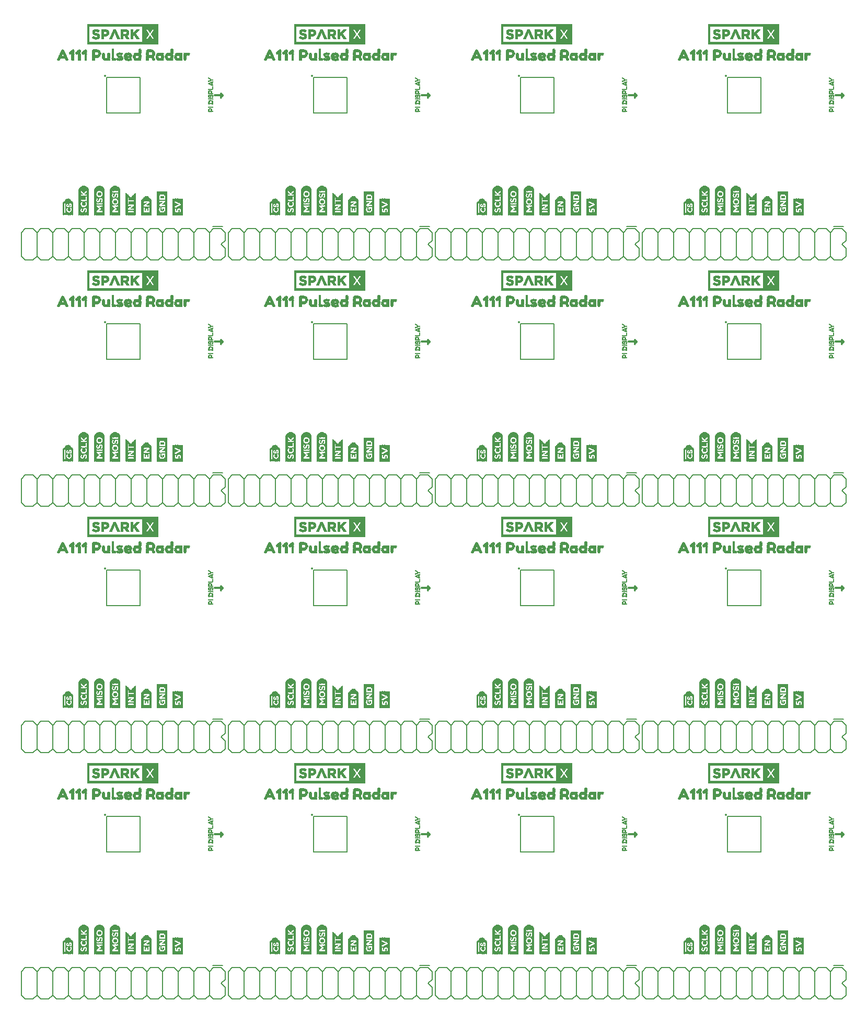
<source format=gto>
G75*
%MOIN*%
%OFA0B0*%
%FSLAX25Y25*%
%IPPOS*%
%LPD*%
%AMOC8*
5,1,8,0,0,1.08239X$1,22.5*
%
%ADD10C,0.01000*%
%ADD11C,0.01200*%
%ADD12C,0.00500*%
%ADD13C,0.01400*%
%ADD14C,0.00800*%
%ADD15C,0.00039*%
%ADD16R,0.00157X0.16378*%
%ADD17R,0.00157X0.16850*%
%ADD18R,0.00157X0.17165*%
%ADD19R,0.00157X0.17480*%
%ADD20R,0.00157X0.17638*%
%ADD21R,0.00157X0.17795*%
%ADD22R,0.00157X0.17953*%
%ADD23R,0.00157X0.02677*%
%ADD24R,0.00157X0.03307*%
%ADD25R,0.00157X0.07244*%
%ADD26R,0.00157X0.03150*%
%ADD27R,0.00157X0.02362*%
%ADD28R,0.00157X0.02205*%
%ADD29R,0.00157X0.00945*%
%ADD30R,0.00157X0.01260*%
%ADD31R,0.00157X0.02992*%
%ADD32R,0.00157X0.01732*%
%ADD33R,0.00157X0.00787*%
%ADD34R,0.00157X0.01102*%
%ADD35R,0.00157X0.02835*%
%ADD36R,0.00157X0.02047*%
%ADD37R,0.00157X0.01417*%
%ADD38R,0.00157X0.00472*%
%ADD39R,0.00157X0.01890*%
%ADD40R,0.00157X0.00630*%
%ADD41R,0.00157X0.03465*%
%ADD42R,0.00157X0.03622*%
%ADD43R,0.00157X0.02520*%
%ADD44R,0.00157X0.01575*%
%ADD45R,0.00157X0.00315*%
%ADD46R,0.00157X0.03937*%
%ADD47R,0.00157X0.00157*%
%ADD48R,0.00157X0.04094*%
%ADD49R,0.00157X0.04252*%
%ADD50R,0.00157X0.04409*%
%ADD51R,0.00157X0.04567*%
%ADD52R,0.00157X0.04724*%
%ADD53R,0.00157X0.09134*%
%ADD54R,0.00157X0.03780*%
%ADD55R,0.00157X0.08346*%
%ADD56R,0.00157X0.05197*%
%ADD57R,0.00157X0.14331*%
%ADD58R,0.00157X0.14173*%
%ADD59R,0.00157X0.14016*%
%ADD60R,0.00157X0.13858*%
%ADD61R,0.00157X0.13701*%
%ADD62R,0.00157X0.13543*%
%ADD63R,0.00157X0.13386*%
%ADD64R,0.00157X0.13228*%
%ADD65R,0.00157X0.15276*%
%ADD66R,0.00157X0.11024*%
%ADD67R,0.00157X0.10551*%
%ADD68R,0.00157X0.07874*%
%ADD69R,0.00157X0.08031*%
%ADD70R,0.00157X0.08504*%
%ADD71R,0.00157X0.09606*%
%ADD72R,0.00157X0.09764*%
%ADD73R,0.00157X0.09921*%
%ADD74R,0.00157X0.10079*%
%ADD75R,0.00157X0.04882*%
%ADD76R,0.00157X0.08661*%
%ADD77R,0.01102X0.00276*%
%ADD78R,0.01378X0.00276*%
%ADD79R,0.00276X0.00276*%
%ADD80R,0.00551X0.00276*%
%ADD81R,0.02480X0.00276*%
%ADD82R,0.01654X0.00276*%
%ADD83R,0.01929X0.00276*%
%ADD84R,0.01378X0.00315*%
%ADD85R,0.01654X0.00315*%
%ADD86R,0.03858X0.00315*%
%ADD87R,0.01929X0.00315*%
%ADD88R,0.04134X0.00315*%
%ADD89R,0.04685X0.00276*%
%ADD90R,0.01929X0.00236*%
%ADD91R,0.02205X0.00236*%
%ADD92R,0.04961X0.00236*%
%ADD93R,0.01654X0.00236*%
%ADD94R,0.02205X0.00315*%
%ADD95R,0.02480X0.00315*%
%ADD96R,0.05236X0.00315*%
%ADD97R,0.02756X0.00276*%
%ADD98R,0.05512X0.00276*%
%ADD99R,0.03031X0.00276*%
%ADD100R,0.03307X0.00276*%
%ADD101R,0.03031X0.00236*%
%ADD102R,0.03307X0.00236*%
%ADD103R,0.03583X0.00236*%
%ADD104R,0.00551X0.00236*%
%ADD105R,0.03307X0.00315*%
%ADD106R,0.03583X0.00315*%
%ADD107R,0.02756X0.00315*%
%ADD108R,0.03583X0.00276*%
%ADD109R,0.04409X0.00276*%
%ADD110R,0.04134X0.00276*%
%ADD111R,0.03858X0.00276*%
%ADD112R,0.04961X0.00276*%
%ADD113R,0.02205X0.00276*%
%ADD114R,0.05236X0.00276*%
%ADD115R,0.05787X0.00276*%
%ADD116R,0.03031X0.00315*%
%ADD117R,0.05512X0.00315*%
%ADD118R,0.06063X0.00276*%
%ADD119R,0.06614X0.00276*%
%ADD120R,0.04685X0.00236*%
%ADD121R,0.02756X0.00236*%
%ADD122R,0.04409X0.00236*%
%ADD123R,0.01378X0.00236*%
%ADD124R,0.00118X0.01063*%
%ADD125R,0.00118X0.00236*%
%ADD126R,0.00118X0.00945*%
%ADD127R,0.00118X0.00827*%
%ADD128R,0.00118X0.01181*%
%ADD129R,0.00118X0.00118*%
%ADD130R,0.00157X0.01654*%
%ADD131R,0.00157X0.00709*%
%ADD132R,0.00157X0.01772*%
%ADD133R,0.00157X0.00591*%
%ADD134R,0.00118X0.02008*%
%ADD135R,0.00118X0.00709*%
%ADD136R,0.00118X0.01654*%
%ADD137R,0.00118X0.02126*%
%ADD138R,0.00118X0.02244*%
%ADD139R,0.00118X0.01890*%
%ADD140R,0.00118X0.02362*%
%ADD141R,0.00157X0.00827*%
%ADD142R,0.00157X0.02480*%
%ADD143R,0.00157X0.02008*%
%ADD144R,0.00157X0.02244*%
%ADD145R,0.00157X0.01063*%
%ADD146R,0.00118X0.02598*%
%ADD147R,0.00118X0.00354*%
%ADD148R,0.00118X0.01299*%
%ADD149R,0.00118X0.01417*%
%ADD150R,0.00157X0.01535*%
%ADD151R,0.00118X0.01772*%
%ADD152R,0.00118X0.01535*%
%ADD153R,0.00118X0.02835*%
%ADD154R,0.00118X0.00591*%
%ADD155R,0.00157X0.10236*%
%ADD156R,0.00157X0.10394*%
%ADD157R,0.00157X0.10709*%
%ADD158R,0.00157X0.10866*%
D10*
X0155750Y0132250D02*
X0157250Y0133750D01*
X0155750Y0135250D01*
X0155750Y0132250D01*
X0156250Y0132750D02*
X0156250Y0134750D01*
X0287750Y0135250D02*
X0287750Y0132250D01*
X0289250Y0133750D01*
X0287750Y0135250D01*
X0288250Y0134750D02*
X0288250Y0132750D01*
X0419750Y0132250D02*
X0421250Y0133750D01*
X0419750Y0135250D01*
X0419750Y0132250D01*
X0420250Y0132750D02*
X0420250Y0134750D01*
X0551750Y0135250D02*
X0551750Y0132250D01*
X0553250Y0133750D01*
X0551750Y0135250D01*
X0552250Y0134750D02*
X0552250Y0132750D01*
X0551750Y0289250D02*
X0553250Y0290750D01*
X0551750Y0292250D01*
X0551750Y0289250D01*
X0552250Y0289750D02*
X0552250Y0291750D01*
X0421250Y0290750D02*
X0419750Y0289250D01*
X0419750Y0292250D01*
X0421250Y0290750D01*
X0420250Y0291750D02*
X0420250Y0289750D01*
X0289250Y0290750D02*
X0287750Y0289250D01*
X0287750Y0292250D01*
X0289250Y0290750D01*
X0288250Y0291750D02*
X0288250Y0289750D01*
X0157250Y0290750D02*
X0155750Y0289250D01*
X0155750Y0292250D01*
X0157250Y0290750D01*
X0156250Y0291750D02*
X0156250Y0289750D01*
X0155750Y0446250D02*
X0157250Y0447750D01*
X0155750Y0449250D01*
X0155750Y0446250D01*
X0156250Y0446750D02*
X0156250Y0448750D01*
X0287750Y0449250D02*
X0287750Y0446250D01*
X0289250Y0447750D01*
X0287750Y0449250D01*
X0288250Y0448750D02*
X0288250Y0446750D01*
X0419750Y0446250D02*
X0421250Y0447750D01*
X0419750Y0449250D01*
X0419750Y0446250D01*
X0420250Y0446750D02*
X0420250Y0448750D01*
X0551750Y0449250D02*
X0551750Y0446250D01*
X0553250Y0447750D01*
X0551750Y0449250D01*
X0552250Y0448750D02*
X0552250Y0446750D01*
X0551750Y0603250D02*
X0553250Y0604750D01*
X0551750Y0606250D01*
X0551750Y0603250D01*
X0552250Y0603750D02*
X0552250Y0605750D01*
X0421250Y0604750D02*
X0419750Y0603250D01*
X0419750Y0606250D01*
X0421250Y0604750D01*
X0420250Y0605750D02*
X0420250Y0603750D01*
X0289250Y0604750D02*
X0287750Y0603250D01*
X0287750Y0606250D01*
X0289250Y0604750D01*
X0288250Y0605750D02*
X0288250Y0603750D01*
X0157250Y0604750D02*
X0155750Y0603250D01*
X0155750Y0606250D01*
X0157250Y0604750D01*
X0156250Y0605750D02*
X0156250Y0603750D01*
D11*
X0157250Y0604750D02*
X0152250Y0604750D01*
X0284250Y0604750D02*
X0289250Y0604750D01*
X0416250Y0604750D02*
X0421250Y0604750D01*
X0548250Y0604750D02*
X0553250Y0604750D01*
X0553250Y0447750D02*
X0548250Y0447750D01*
X0421250Y0447750D02*
X0416250Y0447750D01*
X0289250Y0447750D02*
X0284250Y0447750D01*
X0157250Y0447750D02*
X0152250Y0447750D01*
X0152250Y0290750D02*
X0157250Y0290750D01*
X0284250Y0290750D02*
X0289250Y0290750D01*
X0416250Y0290750D02*
X0421250Y0290750D01*
X0548250Y0290750D02*
X0553250Y0290750D01*
X0553250Y0133750D02*
X0548250Y0133750D01*
X0421250Y0133750D02*
X0416250Y0133750D01*
X0289250Y0133750D02*
X0284250Y0133750D01*
X0157250Y0133750D02*
X0152250Y0133750D01*
D12*
X0104486Y0122423D02*
X0083014Y0122423D01*
X0083014Y0145077D01*
X0104486Y0145077D01*
X0104486Y0122423D01*
X0215014Y0122423D02*
X0236486Y0122423D01*
X0236486Y0145077D01*
X0215014Y0145077D01*
X0215014Y0122423D01*
X0347014Y0122423D02*
X0368486Y0122423D01*
X0368486Y0145077D01*
X0347014Y0145077D01*
X0347014Y0122423D01*
X0479014Y0122423D02*
X0500486Y0122423D01*
X0500486Y0145077D01*
X0479014Y0145077D01*
X0479014Y0122423D01*
X0479014Y0279423D02*
X0500486Y0279423D01*
X0500486Y0302077D01*
X0479014Y0302077D01*
X0479014Y0279423D01*
X0368486Y0279423D02*
X0347014Y0279423D01*
X0347014Y0302077D01*
X0368486Y0302077D01*
X0368486Y0279423D01*
X0236486Y0279423D02*
X0215014Y0279423D01*
X0215014Y0302077D01*
X0236486Y0302077D01*
X0236486Y0279423D01*
X0104486Y0279423D02*
X0083014Y0279423D01*
X0083014Y0302077D01*
X0104486Y0302077D01*
X0104486Y0279423D01*
X0104486Y0436423D02*
X0083014Y0436423D01*
X0083014Y0459077D01*
X0104486Y0459077D01*
X0104486Y0436423D01*
X0215014Y0436423D02*
X0236486Y0436423D01*
X0236486Y0459077D01*
X0215014Y0459077D01*
X0215014Y0436423D01*
X0347014Y0436423D02*
X0368486Y0436423D01*
X0368486Y0459077D01*
X0347014Y0459077D01*
X0347014Y0436423D01*
X0479014Y0436423D02*
X0500486Y0436423D01*
X0500486Y0459077D01*
X0479014Y0459077D01*
X0479014Y0436423D01*
X0479014Y0593423D02*
X0500486Y0593423D01*
X0500486Y0616077D01*
X0479014Y0616077D01*
X0479014Y0593423D01*
X0368486Y0593423D02*
X0347014Y0593423D01*
X0347014Y0616077D01*
X0368486Y0616077D01*
X0368486Y0593423D01*
X0236486Y0593423D02*
X0215014Y0593423D01*
X0215014Y0616077D01*
X0236486Y0616077D01*
X0236486Y0593423D01*
X0104486Y0593423D02*
X0083014Y0593423D01*
X0083014Y0616077D01*
X0104486Y0616077D01*
X0104486Y0593423D01*
D13*
X0082014Y0617077D03*
X0214014Y0617077D03*
X0346014Y0617077D03*
X0478014Y0617077D03*
X0478014Y0460077D03*
X0346014Y0460077D03*
X0214014Y0460077D03*
X0082014Y0460077D03*
X0082014Y0303077D03*
X0214014Y0303077D03*
X0346014Y0303077D03*
X0478014Y0303077D03*
X0478014Y0146077D03*
X0346014Y0146077D03*
X0214014Y0146077D03*
X0082014Y0146077D03*
D14*
X0028750Y0046250D02*
X0028750Y0031250D01*
X0031250Y0028750D01*
X0036250Y0028750D01*
X0038750Y0031250D01*
X0038750Y0046250D01*
X0041250Y0048750D01*
X0046250Y0048750D01*
X0048750Y0046250D01*
X0048750Y0031250D01*
X0046250Y0028750D01*
X0041250Y0028750D01*
X0038750Y0031250D01*
X0048750Y0031250D02*
X0051250Y0028750D01*
X0056250Y0028750D01*
X0058750Y0031250D01*
X0058750Y0046250D01*
X0056250Y0048750D01*
X0051250Y0048750D01*
X0048750Y0046250D01*
X0058750Y0046250D02*
X0061250Y0048750D01*
X0066250Y0048750D01*
X0068750Y0046250D01*
X0068750Y0031250D01*
X0071250Y0028750D01*
X0076250Y0028750D01*
X0078750Y0031250D01*
X0078750Y0046250D01*
X0076250Y0048750D01*
X0071250Y0048750D01*
X0068750Y0046250D01*
X0078750Y0046250D02*
X0081250Y0048750D01*
X0086250Y0048750D01*
X0088750Y0046250D01*
X0088750Y0031250D01*
X0086250Y0028750D01*
X0081250Y0028750D01*
X0078750Y0031250D01*
X0068750Y0031250D02*
X0066250Y0028750D01*
X0061250Y0028750D01*
X0058750Y0031250D01*
X0038750Y0046250D02*
X0036250Y0048750D01*
X0031250Y0048750D01*
X0028750Y0046250D01*
X0088750Y0046250D02*
X0091250Y0048750D01*
X0096250Y0048750D01*
X0098750Y0046250D01*
X0098750Y0031250D01*
X0096250Y0028750D01*
X0091250Y0028750D01*
X0088750Y0031250D01*
X0098750Y0031250D02*
X0101250Y0028750D01*
X0106250Y0028750D01*
X0108750Y0031250D01*
X0108750Y0046250D01*
X0111250Y0048750D01*
X0116250Y0048750D01*
X0118750Y0046250D01*
X0118750Y0031250D01*
X0116250Y0028750D01*
X0111250Y0028750D01*
X0108750Y0031250D01*
X0118750Y0031250D02*
X0121250Y0028750D01*
X0126250Y0028750D01*
X0128750Y0031250D01*
X0128750Y0046250D01*
X0126250Y0048750D01*
X0121250Y0048750D01*
X0118750Y0046250D01*
X0128750Y0046250D02*
X0131250Y0048750D01*
X0136250Y0048750D01*
X0138750Y0046250D01*
X0138750Y0031250D01*
X0141250Y0028750D01*
X0146250Y0028750D01*
X0148750Y0031250D01*
X0148750Y0046250D01*
X0146250Y0048750D01*
X0141250Y0048750D01*
X0138750Y0046250D01*
X0148750Y0046250D02*
X0151250Y0048750D01*
X0156250Y0048750D01*
X0158750Y0046250D01*
X0158750Y0041250D01*
X0156250Y0038750D01*
X0158750Y0036250D01*
X0158750Y0031250D01*
X0156250Y0028750D01*
X0151250Y0028750D01*
X0148750Y0031250D01*
X0138750Y0031250D02*
X0136250Y0028750D01*
X0131250Y0028750D01*
X0128750Y0031250D01*
X0108750Y0046250D02*
X0106250Y0048750D01*
X0101250Y0048750D01*
X0098750Y0046250D01*
X0150750Y0050250D02*
X0157250Y0050250D01*
X0160750Y0046250D02*
X0160750Y0031250D01*
X0163250Y0028750D01*
X0168250Y0028750D01*
X0170750Y0031250D01*
X0170750Y0046250D01*
X0173250Y0048750D01*
X0178250Y0048750D01*
X0180750Y0046250D01*
X0180750Y0031250D01*
X0178250Y0028750D01*
X0173250Y0028750D01*
X0170750Y0031250D01*
X0180750Y0031250D02*
X0183250Y0028750D01*
X0188250Y0028750D01*
X0190750Y0031250D01*
X0190750Y0046250D01*
X0188250Y0048750D01*
X0183250Y0048750D01*
X0180750Y0046250D01*
X0190750Y0046250D02*
X0193250Y0048750D01*
X0198250Y0048750D01*
X0200750Y0046250D01*
X0200750Y0031250D01*
X0203250Y0028750D01*
X0208250Y0028750D01*
X0210750Y0031250D01*
X0210750Y0046250D01*
X0208250Y0048750D01*
X0203250Y0048750D01*
X0200750Y0046250D01*
X0210750Y0046250D02*
X0213250Y0048750D01*
X0218250Y0048750D01*
X0220750Y0046250D01*
X0220750Y0031250D01*
X0218250Y0028750D01*
X0213250Y0028750D01*
X0210750Y0031250D01*
X0220750Y0031250D02*
X0223250Y0028750D01*
X0228250Y0028750D01*
X0230750Y0031250D01*
X0230750Y0046250D01*
X0228250Y0048750D01*
X0223250Y0048750D01*
X0220750Y0046250D01*
X0230750Y0046250D02*
X0233250Y0048750D01*
X0238250Y0048750D01*
X0240750Y0046250D01*
X0240750Y0031250D01*
X0243250Y0028750D01*
X0248250Y0028750D01*
X0250750Y0031250D01*
X0250750Y0046250D01*
X0248250Y0048750D01*
X0243250Y0048750D01*
X0240750Y0046250D01*
X0250750Y0046250D02*
X0253250Y0048750D01*
X0258250Y0048750D01*
X0260750Y0046250D01*
X0260750Y0031250D01*
X0258250Y0028750D01*
X0253250Y0028750D01*
X0250750Y0031250D01*
X0260750Y0031250D02*
X0263250Y0028750D01*
X0268250Y0028750D01*
X0270750Y0031250D01*
X0270750Y0046250D01*
X0273250Y0048750D01*
X0278250Y0048750D01*
X0280750Y0046250D01*
X0280750Y0031250D01*
X0278250Y0028750D01*
X0273250Y0028750D01*
X0270750Y0031250D01*
X0280750Y0031250D02*
X0283250Y0028750D01*
X0288250Y0028750D01*
X0290750Y0031250D01*
X0290750Y0036250D01*
X0288250Y0038750D01*
X0290750Y0041250D01*
X0290750Y0046250D01*
X0288250Y0048750D01*
X0283250Y0048750D01*
X0280750Y0046250D01*
X0282750Y0050250D02*
X0289250Y0050250D01*
X0292750Y0046250D02*
X0292750Y0031250D01*
X0295250Y0028750D01*
X0300250Y0028750D01*
X0302750Y0031250D01*
X0302750Y0046250D01*
X0305250Y0048750D01*
X0310250Y0048750D01*
X0312750Y0046250D01*
X0312750Y0031250D01*
X0310250Y0028750D01*
X0305250Y0028750D01*
X0302750Y0031250D01*
X0312750Y0031250D02*
X0315250Y0028750D01*
X0320250Y0028750D01*
X0322750Y0031250D01*
X0322750Y0046250D01*
X0320250Y0048750D01*
X0315250Y0048750D01*
X0312750Y0046250D01*
X0302750Y0046250D02*
X0300250Y0048750D01*
X0295250Y0048750D01*
X0292750Y0046250D01*
X0270750Y0046250D02*
X0268250Y0048750D01*
X0263250Y0048750D01*
X0260750Y0046250D01*
X0240750Y0031250D02*
X0238250Y0028750D01*
X0233250Y0028750D01*
X0230750Y0031250D01*
X0200750Y0031250D02*
X0198250Y0028750D01*
X0193250Y0028750D01*
X0190750Y0031250D01*
X0170750Y0046250D02*
X0168250Y0048750D01*
X0163250Y0048750D01*
X0160750Y0046250D01*
X0163250Y0185750D02*
X0160750Y0188250D01*
X0160750Y0203250D01*
X0163250Y0205750D01*
X0168250Y0205750D01*
X0170750Y0203250D01*
X0170750Y0188250D01*
X0173250Y0185750D01*
X0178250Y0185750D01*
X0180750Y0188250D01*
X0180750Y0203250D01*
X0178250Y0205750D01*
X0173250Y0205750D01*
X0170750Y0203250D01*
X0158750Y0203250D02*
X0158750Y0198250D01*
X0156250Y0195750D01*
X0158750Y0193250D01*
X0158750Y0188250D01*
X0156250Y0185750D01*
X0151250Y0185750D01*
X0148750Y0188250D01*
X0148750Y0203250D01*
X0146250Y0205750D01*
X0141250Y0205750D01*
X0138750Y0203250D01*
X0138750Y0188250D01*
X0141250Y0185750D01*
X0146250Y0185750D01*
X0148750Y0188250D01*
X0138750Y0188250D02*
X0136250Y0185750D01*
X0131250Y0185750D01*
X0128750Y0188250D01*
X0128750Y0203250D01*
X0126250Y0205750D01*
X0121250Y0205750D01*
X0118750Y0203250D01*
X0118750Y0188250D01*
X0116250Y0185750D01*
X0111250Y0185750D01*
X0108750Y0188250D01*
X0108750Y0203250D01*
X0111250Y0205750D01*
X0116250Y0205750D01*
X0118750Y0203250D01*
X0128750Y0203250D02*
X0131250Y0205750D01*
X0136250Y0205750D01*
X0138750Y0203250D01*
X0148750Y0203250D02*
X0151250Y0205750D01*
X0156250Y0205750D01*
X0158750Y0203250D01*
X0157250Y0207250D02*
X0150750Y0207250D01*
X0163250Y0185750D02*
X0168250Y0185750D01*
X0170750Y0188250D01*
X0180750Y0188250D02*
X0183250Y0185750D01*
X0188250Y0185750D01*
X0190750Y0188250D01*
X0190750Y0203250D01*
X0188250Y0205750D01*
X0183250Y0205750D01*
X0180750Y0203250D01*
X0190750Y0203250D02*
X0193250Y0205750D01*
X0198250Y0205750D01*
X0200750Y0203250D01*
X0200750Y0188250D01*
X0203250Y0185750D01*
X0208250Y0185750D01*
X0210750Y0188250D01*
X0210750Y0203250D01*
X0208250Y0205750D01*
X0203250Y0205750D01*
X0200750Y0203250D01*
X0210750Y0203250D02*
X0213250Y0205750D01*
X0218250Y0205750D01*
X0220750Y0203250D01*
X0220750Y0188250D01*
X0218250Y0185750D01*
X0213250Y0185750D01*
X0210750Y0188250D01*
X0220750Y0188250D02*
X0223250Y0185750D01*
X0228250Y0185750D01*
X0230750Y0188250D01*
X0230750Y0203250D01*
X0228250Y0205750D01*
X0223250Y0205750D01*
X0220750Y0203250D01*
X0230750Y0203250D02*
X0233250Y0205750D01*
X0238250Y0205750D01*
X0240750Y0203250D01*
X0240750Y0188250D01*
X0243250Y0185750D01*
X0248250Y0185750D01*
X0250750Y0188250D01*
X0250750Y0203250D01*
X0248250Y0205750D01*
X0243250Y0205750D01*
X0240750Y0203250D01*
X0250750Y0203250D02*
X0253250Y0205750D01*
X0258250Y0205750D01*
X0260750Y0203250D01*
X0260750Y0188250D01*
X0258250Y0185750D01*
X0253250Y0185750D01*
X0250750Y0188250D01*
X0260750Y0188250D02*
X0263250Y0185750D01*
X0268250Y0185750D01*
X0270750Y0188250D01*
X0270750Y0203250D01*
X0273250Y0205750D01*
X0278250Y0205750D01*
X0280750Y0203250D01*
X0280750Y0188250D01*
X0278250Y0185750D01*
X0273250Y0185750D01*
X0270750Y0188250D01*
X0280750Y0188250D02*
X0283250Y0185750D01*
X0288250Y0185750D01*
X0290750Y0188250D01*
X0290750Y0193250D01*
X0288250Y0195750D01*
X0290750Y0198250D01*
X0290750Y0203250D01*
X0288250Y0205750D01*
X0283250Y0205750D01*
X0280750Y0203250D01*
X0282750Y0207250D02*
X0289250Y0207250D01*
X0292750Y0203250D02*
X0292750Y0188250D01*
X0295250Y0185750D01*
X0300250Y0185750D01*
X0302750Y0188250D01*
X0302750Y0203250D01*
X0305250Y0205750D01*
X0310250Y0205750D01*
X0312750Y0203250D01*
X0312750Y0188250D01*
X0310250Y0185750D01*
X0305250Y0185750D01*
X0302750Y0188250D01*
X0312750Y0188250D02*
X0315250Y0185750D01*
X0320250Y0185750D01*
X0322750Y0188250D01*
X0322750Y0203250D01*
X0320250Y0205750D01*
X0315250Y0205750D01*
X0312750Y0203250D01*
X0302750Y0203250D02*
X0300250Y0205750D01*
X0295250Y0205750D01*
X0292750Y0203250D01*
X0270750Y0203250D02*
X0268250Y0205750D01*
X0263250Y0205750D01*
X0260750Y0203250D01*
X0240750Y0188250D02*
X0238250Y0185750D01*
X0233250Y0185750D01*
X0230750Y0188250D01*
X0200750Y0188250D02*
X0198250Y0185750D01*
X0193250Y0185750D01*
X0190750Y0188250D01*
X0128750Y0188250D02*
X0126250Y0185750D01*
X0121250Y0185750D01*
X0118750Y0188250D01*
X0108750Y0188250D02*
X0106250Y0185750D01*
X0101250Y0185750D01*
X0098750Y0188250D01*
X0098750Y0203250D01*
X0096250Y0205750D01*
X0091250Y0205750D01*
X0088750Y0203250D01*
X0088750Y0188250D01*
X0086250Y0185750D01*
X0081250Y0185750D01*
X0078750Y0188250D01*
X0078750Y0203250D01*
X0076250Y0205750D01*
X0071250Y0205750D01*
X0068750Y0203250D01*
X0068750Y0188250D01*
X0071250Y0185750D01*
X0076250Y0185750D01*
X0078750Y0188250D01*
X0068750Y0188250D02*
X0066250Y0185750D01*
X0061250Y0185750D01*
X0058750Y0188250D01*
X0058750Y0203250D01*
X0056250Y0205750D01*
X0051250Y0205750D01*
X0048750Y0203250D01*
X0048750Y0188250D01*
X0046250Y0185750D01*
X0041250Y0185750D01*
X0038750Y0188250D01*
X0038750Y0203250D01*
X0041250Y0205750D01*
X0046250Y0205750D01*
X0048750Y0203250D01*
X0058750Y0203250D02*
X0061250Y0205750D01*
X0066250Y0205750D01*
X0068750Y0203250D01*
X0078750Y0203250D02*
X0081250Y0205750D01*
X0086250Y0205750D01*
X0088750Y0203250D01*
X0098750Y0203250D02*
X0101250Y0205750D01*
X0106250Y0205750D01*
X0108750Y0203250D01*
X0098750Y0188250D02*
X0096250Y0185750D01*
X0091250Y0185750D01*
X0088750Y0188250D01*
X0058750Y0188250D02*
X0056250Y0185750D01*
X0051250Y0185750D01*
X0048750Y0188250D01*
X0038750Y0188250D02*
X0036250Y0185750D01*
X0031250Y0185750D01*
X0028750Y0188250D01*
X0028750Y0203250D01*
X0031250Y0205750D01*
X0036250Y0205750D01*
X0038750Y0203250D01*
X0036250Y0342750D02*
X0031250Y0342750D01*
X0028750Y0345250D01*
X0028750Y0360250D01*
X0031250Y0362750D01*
X0036250Y0362750D01*
X0038750Y0360250D01*
X0038750Y0345250D01*
X0041250Y0342750D01*
X0046250Y0342750D01*
X0048750Y0345250D01*
X0048750Y0360250D01*
X0046250Y0362750D01*
X0041250Y0362750D01*
X0038750Y0360250D01*
X0048750Y0360250D02*
X0051250Y0362750D01*
X0056250Y0362750D01*
X0058750Y0360250D01*
X0058750Y0345250D01*
X0056250Y0342750D01*
X0051250Y0342750D01*
X0048750Y0345250D01*
X0058750Y0345250D02*
X0061250Y0342750D01*
X0066250Y0342750D01*
X0068750Y0345250D01*
X0068750Y0360250D01*
X0071250Y0362750D01*
X0076250Y0362750D01*
X0078750Y0360250D01*
X0078750Y0345250D01*
X0076250Y0342750D01*
X0071250Y0342750D01*
X0068750Y0345250D01*
X0078750Y0345250D02*
X0081250Y0342750D01*
X0086250Y0342750D01*
X0088750Y0345250D01*
X0088750Y0360250D01*
X0086250Y0362750D01*
X0081250Y0362750D01*
X0078750Y0360250D01*
X0068750Y0360250D02*
X0066250Y0362750D01*
X0061250Y0362750D01*
X0058750Y0360250D01*
X0038750Y0345250D02*
X0036250Y0342750D01*
X0088750Y0345250D02*
X0091250Y0342750D01*
X0096250Y0342750D01*
X0098750Y0345250D01*
X0098750Y0360250D01*
X0096250Y0362750D01*
X0091250Y0362750D01*
X0088750Y0360250D01*
X0098750Y0360250D02*
X0101250Y0362750D01*
X0106250Y0362750D01*
X0108750Y0360250D01*
X0108750Y0345250D01*
X0111250Y0342750D01*
X0116250Y0342750D01*
X0118750Y0345250D01*
X0118750Y0360250D01*
X0116250Y0362750D01*
X0111250Y0362750D01*
X0108750Y0360250D01*
X0118750Y0360250D02*
X0121250Y0362750D01*
X0126250Y0362750D01*
X0128750Y0360250D01*
X0128750Y0345250D01*
X0126250Y0342750D01*
X0121250Y0342750D01*
X0118750Y0345250D01*
X0128750Y0345250D02*
X0131250Y0342750D01*
X0136250Y0342750D01*
X0138750Y0345250D01*
X0138750Y0360250D01*
X0141250Y0362750D01*
X0146250Y0362750D01*
X0148750Y0360250D01*
X0148750Y0345250D01*
X0146250Y0342750D01*
X0141250Y0342750D01*
X0138750Y0345250D01*
X0148750Y0345250D02*
X0151250Y0342750D01*
X0156250Y0342750D01*
X0158750Y0345250D01*
X0158750Y0350250D01*
X0156250Y0352750D01*
X0158750Y0355250D01*
X0158750Y0360250D01*
X0156250Y0362750D01*
X0151250Y0362750D01*
X0148750Y0360250D01*
X0150750Y0364250D02*
X0157250Y0364250D01*
X0160750Y0360250D02*
X0160750Y0345250D01*
X0163250Y0342750D01*
X0168250Y0342750D01*
X0170750Y0345250D01*
X0170750Y0360250D01*
X0173250Y0362750D01*
X0178250Y0362750D01*
X0180750Y0360250D01*
X0180750Y0345250D01*
X0178250Y0342750D01*
X0173250Y0342750D01*
X0170750Y0345250D01*
X0180750Y0345250D02*
X0183250Y0342750D01*
X0188250Y0342750D01*
X0190750Y0345250D01*
X0190750Y0360250D01*
X0188250Y0362750D01*
X0183250Y0362750D01*
X0180750Y0360250D01*
X0190750Y0360250D02*
X0193250Y0362750D01*
X0198250Y0362750D01*
X0200750Y0360250D01*
X0200750Y0345250D01*
X0203250Y0342750D01*
X0208250Y0342750D01*
X0210750Y0345250D01*
X0210750Y0360250D01*
X0208250Y0362750D01*
X0203250Y0362750D01*
X0200750Y0360250D01*
X0210750Y0360250D02*
X0213250Y0362750D01*
X0218250Y0362750D01*
X0220750Y0360250D01*
X0220750Y0345250D01*
X0218250Y0342750D01*
X0213250Y0342750D01*
X0210750Y0345250D01*
X0220750Y0345250D02*
X0223250Y0342750D01*
X0228250Y0342750D01*
X0230750Y0345250D01*
X0230750Y0360250D01*
X0228250Y0362750D01*
X0223250Y0362750D01*
X0220750Y0360250D01*
X0230750Y0360250D02*
X0233250Y0362750D01*
X0238250Y0362750D01*
X0240750Y0360250D01*
X0240750Y0345250D01*
X0243250Y0342750D01*
X0248250Y0342750D01*
X0250750Y0345250D01*
X0250750Y0360250D01*
X0248250Y0362750D01*
X0243250Y0362750D01*
X0240750Y0360250D01*
X0250750Y0360250D02*
X0253250Y0362750D01*
X0258250Y0362750D01*
X0260750Y0360250D01*
X0260750Y0345250D01*
X0258250Y0342750D01*
X0253250Y0342750D01*
X0250750Y0345250D01*
X0260750Y0345250D02*
X0263250Y0342750D01*
X0268250Y0342750D01*
X0270750Y0345250D01*
X0270750Y0360250D01*
X0273250Y0362750D01*
X0278250Y0362750D01*
X0280750Y0360250D01*
X0280750Y0345250D01*
X0278250Y0342750D01*
X0273250Y0342750D01*
X0270750Y0345250D01*
X0280750Y0345250D02*
X0283250Y0342750D01*
X0288250Y0342750D01*
X0290750Y0345250D01*
X0290750Y0350250D01*
X0288250Y0352750D01*
X0290750Y0355250D01*
X0290750Y0360250D01*
X0288250Y0362750D01*
X0283250Y0362750D01*
X0280750Y0360250D01*
X0282750Y0364250D02*
X0289250Y0364250D01*
X0292750Y0360250D02*
X0292750Y0345250D01*
X0295250Y0342750D01*
X0300250Y0342750D01*
X0302750Y0345250D01*
X0302750Y0360250D01*
X0305250Y0362750D01*
X0310250Y0362750D01*
X0312750Y0360250D01*
X0312750Y0345250D01*
X0310250Y0342750D01*
X0305250Y0342750D01*
X0302750Y0345250D01*
X0312750Y0345250D02*
X0315250Y0342750D01*
X0320250Y0342750D01*
X0322750Y0345250D01*
X0322750Y0360250D01*
X0320250Y0362750D01*
X0315250Y0362750D01*
X0312750Y0360250D01*
X0302750Y0360250D02*
X0300250Y0362750D01*
X0295250Y0362750D01*
X0292750Y0360250D01*
X0270750Y0360250D02*
X0268250Y0362750D01*
X0263250Y0362750D01*
X0260750Y0360250D01*
X0240750Y0345250D02*
X0238250Y0342750D01*
X0233250Y0342750D01*
X0230750Y0345250D01*
X0200750Y0345250D02*
X0198250Y0342750D01*
X0193250Y0342750D01*
X0190750Y0345250D01*
X0170750Y0360250D02*
X0168250Y0362750D01*
X0163250Y0362750D01*
X0160750Y0360250D01*
X0138750Y0360250D02*
X0136250Y0362750D01*
X0131250Y0362750D01*
X0128750Y0360250D01*
X0108750Y0345250D02*
X0106250Y0342750D01*
X0101250Y0342750D01*
X0098750Y0345250D01*
X0096250Y0499750D02*
X0091250Y0499750D01*
X0088750Y0502250D01*
X0088750Y0517250D01*
X0086250Y0519750D01*
X0081250Y0519750D01*
X0078750Y0517250D01*
X0078750Y0502250D01*
X0076250Y0499750D01*
X0071250Y0499750D01*
X0068750Y0502250D01*
X0068750Y0517250D01*
X0071250Y0519750D01*
X0076250Y0519750D01*
X0078750Y0517250D01*
X0068750Y0517250D02*
X0066250Y0519750D01*
X0061250Y0519750D01*
X0058750Y0517250D01*
X0058750Y0502250D01*
X0056250Y0499750D01*
X0051250Y0499750D01*
X0048750Y0502250D01*
X0048750Y0517250D01*
X0046250Y0519750D01*
X0041250Y0519750D01*
X0038750Y0517250D01*
X0038750Y0502250D01*
X0041250Y0499750D01*
X0046250Y0499750D01*
X0048750Y0502250D01*
X0058750Y0502250D02*
X0061250Y0499750D01*
X0066250Y0499750D01*
X0068750Y0502250D01*
X0078750Y0502250D02*
X0081250Y0499750D01*
X0086250Y0499750D01*
X0088750Y0502250D01*
X0096250Y0499750D02*
X0098750Y0502250D01*
X0098750Y0517250D01*
X0096250Y0519750D01*
X0091250Y0519750D01*
X0088750Y0517250D01*
X0098750Y0517250D02*
X0101250Y0519750D01*
X0106250Y0519750D01*
X0108750Y0517250D01*
X0108750Y0502250D01*
X0111250Y0499750D01*
X0116250Y0499750D01*
X0118750Y0502250D01*
X0118750Y0517250D01*
X0116250Y0519750D01*
X0111250Y0519750D01*
X0108750Y0517250D01*
X0118750Y0517250D02*
X0121250Y0519750D01*
X0126250Y0519750D01*
X0128750Y0517250D01*
X0128750Y0502250D01*
X0126250Y0499750D01*
X0121250Y0499750D01*
X0118750Y0502250D01*
X0128750Y0502250D02*
X0131250Y0499750D01*
X0136250Y0499750D01*
X0138750Y0502250D01*
X0138750Y0517250D01*
X0141250Y0519750D01*
X0146250Y0519750D01*
X0148750Y0517250D01*
X0148750Y0502250D01*
X0146250Y0499750D01*
X0141250Y0499750D01*
X0138750Y0502250D01*
X0148750Y0502250D02*
X0151250Y0499750D01*
X0156250Y0499750D01*
X0158750Y0502250D01*
X0158750Y0507250D01*
X0156250Y0509750D01*
X0158750Y0512250D01*
X0158750Y0517250D01*
X0156250Y0519750D01*
X0151250Y0519750D01*
X0148750Y0517250D01*
X0150750Y0521250D02*
X0157250Y0521250D01*
X0160750Y0517250D02*
X0160750Y0502250D01*
X0163250Y0499750D01*
X0168250Y0499750D01*
X0170750Y0502250D01*
X0170750Y0517250D01*
X0173250Y0519750D01*
X0178250Y0519750D01*
X0180750Y0517250D01*
X0180750Y0502250D01*
X0178250Y0499750D01*
X0173250Y0499750D01*
X0170750Y0502250D01*
X0180750Y0502250D02*
X0183250Y0499750D01*
X0188250Y0499750D01*
X0190750Y0502250D01*
X0190750Y0517250D01*
X0188250Y0519750D01*
X0183250Y0519750D01*
X0180750Y0517250D01*
X0190750Y0517250D02*
X0193250Y0519750D01*
X0198250Y0519750D01*
X0200750Y0517250D01*
X0200750Y0502250D01*
X0203250Y0499750D01*
X0208250Y0499750D01*
X0210750Y0502250D01*
X0210750Y0517250D01*
X0208250Y0519750D01*
X0203250Y0519750D01*
X0200750Y0517250D01*
X0210750Y0517250D02*
X0213250Y0519750D01*
X0218250Y0519750D01*
X0220750Y0517250D01*
X0220750Y0502250D01*
X0218250Y0499750D01*
X0213250Y0499750D01*
X0210750Y0502250D01*
X0220750Y0502250D02*
X0223250Y0499750D01*
X0228250Y0499750D01*
X0230750Y0502250D01*
X0230750Y0517250D01*
X0228250Y0519750D01*
X0223250Y0519750D01*
X0220750Y0517250D01*
X0230750Y0517250D02*
X0233250Y0519750D01*
X0238250Y0519750D01*
X0240750Y0517250D01*
X0240750Y0502250D01*
X0243250Y0499750D01*
X0248250Y0499750D01*
X0250750Y0502250D01*
X0250750Y0517250D01*
X0248250Y0519750D01*
X0243250Y0519750D01*
X0240750Y0517250D01*
X0250750Y0517250D02*
X0253250Y0519750D01*
X0258250Y0519750D01*
X0260750Y0517250D01*
X0260750Y0502250D01*
X0258250Y0499750D01*
X0253250Y0499750D01*
X0250750Y0502250D01*
X0260750Y0502250D02*
X0263250Y0499750D01*
X0268250Y0499750D01*
X0270750Y0502250D01*
X0270750Y0517250D01*
X0273250Y0519750D01*
X0278250Y0519750D01*
X0280750Y0517250D01*
X0280750Y0502250D01*
X0278250Y0499750D01*
X0273250Y0499750D01*
X0270750Y0502250D01*
X0280750Y0502250D02*
X0283250Y0499750D01*
X0288250Y0499750D01*
X0290750Y0502250D01*
X0290750Y0507250D01*
X0288250Y0509750D01*
X0290750Y0512250D01*
X0290750Y0517250D01*
X0288250Y0519750D01*
X0283250Y0519750D01*
X0280750Y0517250D01*
X0282750Y0521250D02*
X0289250Y0521250D01*
X0292750Y0517250D02*
X0292750Y0502250D01*
X0295250Y0499750D01*
X0300250Y0499750D01*
X0302750Y0502250D01*
X0302750Y0517250D01*
X0305250Y0519750D01*
X0310250Y0519750D01*
X0312750Y0517250D01*
X0312750Y0502250D01*
X0310250Y0499750D01*
X0305250Y0499750D01*
X0302750Y0502250D01*
X0312750Y0502250D02*
X0315250Y0499750D01*
X0320250Y0499750D01*
X0322750Y0502250D01*
X0322750Y0517250D01*
X0320250Y0519750D01*
X0315250Y0519750D01*
X0312750Y0517250D01*
X0302750Y0517250D02*
X0300250Y0519750D01*
X0295250Y0519750D01*
X0292750Y0517250D01*
X0270750Y0517250D02*
X0268250Y0519750D01*
X0263250Y0519750D01*
X0260750Y0517250D01*
X0240750Y0502250D02*
X0238250Y0499750D01*
X0233250Y0499750D01*
X0230750Y0502250D01*
X0200750Y0502250D02*
X0198250Y0499750D01*
X0193250Y0499750D01*
X0190750Y0502250D01*
X0170750Y0517250D02*
X0168250Y0519750D01*
X0163250Y0519750D01*
X0160750Y0517250D01*
X0138750Y0517250D02*
X0136250Y0519750D01*
X0131250Y0519750D01*
X0128750Y0517250D01*
X0108750Y0502250D02*
X0106250Y0499750D01*
X0101250Y0499750D01*
X0098750Y0502250D01*
X0058750Y0517250D02*
X0056250Y0519750D01*
X0051250Y0519750D01*
X0048750Y0517250D01*
X0038750Y0517250D02*
X0036250Y0519750D01*
X0031250Y0519750D01*
X0028750Y0517250D01*
X0028750Y0502250D01*
X0031250Y0499750D01*
X0036250Y0499750D01*
X0038750Y0502250D01*
X0322750Y0502250D02*
X0325250Y0499750D01*
X0330250Y0499750D01*
X0332750Y0502250D01*
X0332750Y0517250D01*
X0335250Y0519750D01*
X0340250Y0519750D01*
X0342750Y0517250D01*
X0342750Y0502250D01*
X0340250Y0499750D01*
X0335250Y0499750D01*
X0332750Y0502250D01*
X0342750Y0502250D02*
X0345250Y0499750D01*
X0350250Y0499750D01*
X0352750Y0502250D01*
X0352750Y0517250D01*
X0350250Y0519750D01*
X0345250Y0519750D01*
X0342750Y0517250D01*
X0352750Y0517250D02*
X0355250Y0519750D01*
X0360250Y0519750D01*
X0362750Y0517250D01*
X0362750Y0502250D01*
X0360250Y0499750D01*
X0355250Y0499750D01*
X0352750Y0502250D01*
X0362750Y0502250D02*
X0365250Y0499750D01*
X0370250Y0499750D01*
X0372750Y0502250D01*
X0372750Y0517250D01*
X0375250Y0519750D01*
X0380250Y0519750D01*
X0382750Y0517250D01*
X0382750Y0502250D01*
X0380250Y0499750D01*
X0375250Y0499750D01*
X0372750Y0502250D01*
X0382750Y0502250D02*
X0385250Y0499750D01*
X0390250Y0499750D01*
X0392750Y0502250D01*
X0392750Y0517250D01*
X0390250Y0519750D01*
X0385250Y0519750D01*
X0382750Y0517250D01*
X0392750Y0517250D02*
X0395250Y0519750D01*
X0400250Y0519750D01*
X0402750Y0517250D01*
X0402750Y0502250D01*
X0405250Y0499750D01*
X0410250Y0499750D01*
X0412750Y0502250D01*
X0412750Y0517250D01*
X0410250Y0519750D01*
X0405250Y0519750D01*
X0402750Y0517250D01*
X0412750Y0517250D02*
X0415250Y0519750D01*
X0420250Y0519750D01*
X0422750Y0517250D01*
X0422750Y0512250D01*
X0420250Y0509750D01*
X0422750Y0507250D01*
X0422750Y0502250D01*
X0420250Y0499750D01*
X0415250Y0499750D01*
X0412750Y0502250D01*
X0402750Y0502250D02*
X0400250Y0499750D01*
X0395250Y0499750D01*
X0392750Y0502250D01*
X0372750Y0517250D02*
X0370250Y0519750D01*
X0365250Y0519750D01*
X0362750Y0517250D01*
X0332750Y0517250D02*
X0330250Y0519750D01*
X0325250Y0519750D01*
X0322750Y0517250D01*
X0414750Y0521250D02*
X0421250Y0521250D01*
X0424750Y0517250D02*
X0424750Y0502250D01*
X0427250Y0499750D01*
X0432250Y0499750D01*
X0434750Y0502250D01*
X0434750Y0517250D01*
X0437250Y0519750D01*
X0442250Y0519750D01*
X0444750Y0517250D01*
X0444750Y0502250D01*
X0442250Y0499750D01*
X0437250Y0499750D01*
X0434750Y0502250D01*
X0444750Y0502250D02*
X0447250Y0499750D01*
X0452250Y0499750D01*
X0454750Y0502250D01*
X0454750Y0517250D01*
X0452250Y0519750D01*
X0447250Y0519750D01*
X0444750Y0517250D01*
X0434750Y0517250D02*
X0432250Y0519750D01*
X0427250Y0519750D01*
X0424750Y0517250D01*
X0454750Y0517250D02*
X0457250Y0519750D01*
X0462250Y0519750D01*
X0464750Y0517250D01*
X0464750Y0502250D01*
X0467250Y0499750D01*
X0472250Y0499750D01*
X0474750Y0502250D01*
X0474750Y0517250D01*
X0472250Y0519750D01*
X0467250Y0519750D01*
X0464750Y0517250D01*
X0474750Y0517250D02*
X0477250Y0519750D01*
X0482250Y0519750D01*
X0484750Y0517250D01*
X0484750Y0502250D01*
X0482250Y0499750D01*
X0477250Y0499750D01*
X0474750Y0502250D01*
X0484750Y0502250D02*
X0487250Y0499750D01*
X0492250Y0499750D01*
X0494750Y0502250D01*
X0494750Y0517250D01*
X0492250Y0519750D01*
X0487250Y0519750D01*
X0484750Y0517250D01*
X0494750Y0517250D02*
X0497250Y0519750D01*
X0502250Y0519750D01*
X0504750Y0517250D01*
X0504750Y0502250D01*
X0507250Y0499750D01*
X0512250Y0499750D01*
X0514750Y0502250D01*
X0514750Y0517250D01*
X0512250Y0519750D01*
X0507250Y0519750D01*
X0504750Y0517250D01*
X0514750Y0517250D02*
X0517250Y0519750D01*
X0522250Y0519750D01*
X0524750Y0517250D01*
X0524750Y0502250D01*
X0522250Y0499750D01*
X0517250Y0499750D01*
X0514750Y0502250D01*
X0524750Y0502250D02*
X0527250Y0499750D01*
X0532250Y0499750D01*
X0534750Y0502250D01*
X0534750Y0517250D01*
X0537250Y0519750D01*
X0542250Y0519750D01*
X0544750Y0517250D01*
X0544750Y0502250D01*
X0542250Y0499750D01*
X0537250Y0499750D01*
X0534750Y0502250D01*
X0544750Y0502250D02*
X0547250Y0499750D01*
X0552250Y0499750D01*
X0554750Y0502250D01*
X0554750Y0507250D01*
X0552250Y0509750D01*
X0554750Y0512250D01*
X0554750Y0517250D01*
X0552250Y0519750D01*
X0547250Y0519750D01*
X0544750Y0517250D01*
X0546750Y0521250D02*
X0553250Y0521250D01*
X0534750Y0517250D02*
X0532250Y0519750D01*
X0527250Y0519750D01*
X0524750Y0517250D01*
X0504750Y0502250D02*
X0502250Y0499750D01*
X0497250Y0499750D01*
X0494750Y0502250D01*
X0464750Y0502250D02*
X0462250Y0499750D01*
X0457250Y0499750D01*
X0454750Y0502250D01*
X0452250Y0362750D02*
X0447250Y0362750D01*
X0444750Y0360250D01*
X0444750Y0345250D01*
X0442250Y0342750D01*
X0437250Y0342750D01*
X0434750Y0345250D01*
X0434750Y0360250D01*
X0437250Y0362750D01*
X0442250Y0362750D01*
X0444750Y0360250D01*
X0452250Y0362750D02*
X0454750Y0360250D01*
X0454750Y0345250D01*
X0452250Y0342750D01*
X0447250Y0342750D01*
X0444750Y0345250D01*
X0434750Y0345250D02*
X0432250Y0342750D01*
X0427250Y0342750D01*
X0424750Y0345250D01*
X0424750Y0360250D01*
X0427250Y0362750D01*
X0432250Y0362750D01*
X0434750Y0360250D01*
X0422750Y0360250D02*
X0420250Y0362750D01*
X0415250Y0362750D01*
X0412750Y0360250D01*
X0412750Y0345250D01*
X0410250Y0342750D01*
X0405250Y0342750D01*
X0402750Y0345250D01*
X0402750Y0360250D01*
X0405250Y0362750D01*
X0410250Y0362750D01*
X0412750Y0360250D01*
X0414750Y0364250D02*
X0421250Y0364250D01*
X0422750Y0360250D02*
X0422750Y0355250D01*
X0420250Y0352750D01*
X0422750Y0350250D01*
X0422750Y0345250D01*
X0420250Y0342750D01*
X0415250Y0342750D01*
X0412750Y0345250D01*
X0402750Y0345250D02*
X0400250Y0342750D01*
X0395250Y0342750D01*
X0392750Y0345250D01*
X0392750Y0360250D01*
X0390250Y0362750D01*
X0385250Y0362750D01*
X0382750Y0360250D01*
X0382750Y0345250D01*
X0380250Y0342750D01*
X0375250Y0342750D01*
X0372750Y0345250D01*
X0372750Y0360250D01*
X0375250Y0362750D01*
X0380250Y0362750D01*
X0382750Y0360250D01*
X0392750Y0360250D02*
X0395250Y0362750D01*
X0400250Y0362750D01*
X0402750Y0360250D01*
X0392750Y0345250D02*
X0390250Y0342750D01*
X0385250Y0342750D01*
X0382750Y0345250D01*
X0372750Y0345250D02*
X0370250Y0342750D01*
X0365250Y0342750D01*
X0362750Y0345250D01*
X0362750Y0360250D01*
X0360250Y0362750D01*
X0355250Y0362750D01*
X0352750Y0360250D01*
X0352750Y0345250D01*
X0350250Y0342750D01*
X0345250Y0342750D01*
X0342750Y0345250D01*
X0342750Y0360250D01*
X0340250Y0362750D01*
X0335250Y0362750D01*
X0332750Y0360250D01*
X0332750Y0345250D01*
X0335250Y0342750D01*
X0340250Y0342750D01*
X0342750Y0345250D01*
X0352750Y0345250D02*
X0355250Y0342750D01*
X0360250Y0342750D01*
X0362750Y0345250D01*
X0362750Y0360250D02*
X0365250Y0362750D01*
X0370250Y0362750D01*
X0372750Y0360250D01*
X0352750Y0360250D02*
X0350250Y0362750D01*
X0345250Y0362750D01*
X0342750Y0360250D01*
X0332750Y0360250D02*
X0330250Y0362750D01*
X0325250Y0362750D01*
X0322750Y0360250D01*
X0322750Y0345250D02*
X0325250Y0342750D01*
X0330250Y0342750D01*
X0332750Y0345250D01*
X0454750Y0345250D02*
X0457250Y0342750D01*
X0462250Y0342750D01*
X0464750Y0345250D01*
X0464750Y0360250D01*
X0467250Y0362750D01*
X0472250Y0362750D01*
X0474750Y0360250D01*
X0474750Y0345250D01*
X0472250Y0342750D01*
X0467250Y0342750D01*
X0464750Y0345250D01*
X0474750Y0345250D02*
X0477250Y0342750D01*
X0482250Y0342750D01*
X0484750Y0345250D01*
X0484750Y0360250D01*
X0482250Y0362750D01*
X0477250Y0362750D01*
X0474750Y0360250D01*
X0484750Y0360250D02*
X0487250Y0362750D01*
X0492250Y0362750D01*
X0494750Y0360250D01*
X0494750Y0345250D01*
X0492250Y0342750D01*
X0487250Y0342750D01*
X0484750Y0345250D01*
X0494750Y0345250D02*
X0497250Y0342750D01*
X0502250Y0342750D01*
X0504750Y0345250D01*
X0504750Y0360250D01*
X0507250Y0362750D01*
X0512250Y0362750D01*
X0514750Y0360250D01*
X0514750Y0345250D01*
X0512250Y0342750D01*
X0507250Y0342750D01*
X0504750Y0345250D01*
X0514750Y0345250D02*
X0517250Y0342750D01*
X0522250Y0342750D01*
X0524750Y0345250D01*
X0524750Y0360250D01*
X0522250Y0362750D01*
X0517250Y0362750D01*
X0514750Y0360250D01*
X0524750Y0360250D02*
X0527250Y0362750D01*
X0532250Y0362750D01*
X0534750Y0360250D01*
X0534750Y0345250D01*
X0537250Y0342750D01*
X0542250Y0342750D01*
X0544750Y0345250D01*
X0544750Y0360250D01*
X0542250Y0362750D01*
X0537250Y0362750D01*
X0534750Y0360250D01*
X0544750Y0360250D02*
X0547250Y0362750D01*
X0552250Y0362750D01*
X0554750Y0360250D01*
X0554750Y0355250D01*
X0552250Y0352750D01*
X0554750Y0350250D01*
X0554750Y0345250D01*
X0552250Y0342750D01*
X0547250Y0342750D01*
X0544750Y0345250D01*
X0534750Y0345250D02*
X0532250Y0342750D01*
X0527250Y0342750D01*
X0524750Y0345250D01*
X0504750Y0360250D02*
X0502250Y0362750D01*
X0497250Y0362750D01*
X0494750Y0360250D01*
X0464750Y0360250D02*
X0462250Y0362750D01*
X0457250Y0362750D01*
X0454750Y0360250D01*
X0546750Y0364250D02*
X0553250Y0364250D01*
X0553250Y0207250D02*
X0546750Y0207250D01*
X0547250Y0205750D02*
X0552250Y0205750D01*
X0554750Y0203250D01*
X0554750Y0198250D01*
X0552250Y0195750D01*
X0554750Y0193250D01*
X0554750Y0188250D01*
X0552250Y0185750D01*
X0547250Y0185750D01*
X0544750Y0188250D01*
X0544750Y0203250D01*
X0542250Y0205750D01*
X0537250Y0205750D01*
X0534750Y0203250D01*
X0534750Y0188250D01*
X0537250Y0185750D01*
X0542250Y0185750D01*
X0544750Y0188250D01*
X0534750Y0188250D02*
X0532250Y0185750D01*
X0527250Y0185750D01*
X0524750Y0188250D01*
X0524750Y0203250D01*
X0522250Y0205750D01*
X0517250Y0205750D01*
X0514750Y0203250D01*
X0514750Y0188250D01*
X0512250Y0185750D01*
X0507250Y0185750D01*
X0504750Y0188250D01*
X0504750Y0203250D01*
X0507250Y0205750D01*
X0512250Y0205750D01*
X0514750Y0203250D01*
X0524750Y0203250D02*
X0527250Y0205750D01*
X0532250Y0205750D01*
X0534750Y0203250D01*
X0544750Y0203250D02*
X0547250Y0205750D01*
X0524750Y0188250D02*
X0522250Y0185750D01*
X0517250Y0185750D01*
X0514750Y0188250D01*
X0504750Y0188250D02*
X0502250Y0185750D01*
X0497250Y0185750D01*
X0494750Y0188250D01*
X0494750Y0203250D01*
X0492250Y0205750D01*
X0487250Y0205750D01*
X0484750Y0203250D01*
X0484750Y0188250D01*
X0482250Y0185750D01*
X0477250Y0185750D01*
X0474750Y0188250D01*
X0474750Y0203250D01*
X0472250Y0205750D01*
X0467250Y0205750D01*
X0464750Y0203250D01*
X0464750Y0188250D01*
X0467250Y0185750D01*
X0472250Y0185750D01*
X0474750Y0188250D01*
X0484750Y0188250D02*
X0487250Y0185750D01*
X0492250Y0185750D01*
X0494750Y0188250D01*
X0494750Y0203250D02*
X0497250Y0205750D01*
X0502250Y0205750D01*
X0504750Y0203250D01*
X0484750Y0203250D02*
X0482250Y0205750D01*
X0477250Y0205750D01*
X0474750Y0203250D01*
X0464750Y0203250D02*
X0462250Y0205750D01*
X0457250Y0205750D01*
X0454750Y0203250D01*
X0454750Y0188250D01*
X0452250Y0185750D01*
X0447250Y0185750D01*
X0444750Y0188250D01*
X0444750Y0203250D01*
X0442250Y0205750D01*
X0437250Y0205750D01*
X0434750Y0203250D01*
X0434750Y0188250D01*
X0437250Y0185750D01*
X0442250Y0185750D01*
X0444750Y0188250D01*
X0434750Y0188250D02*
X0432250Y0185750D01*
X0427250Y0185750D01*
X0424750Y0188250D01*
X0424750Y0203250D01*
X0427250Y0205750D01*
X0432250Y0205750D01*
X0434750Y0203250D01*
X0444750Y0203250D02*
X0447250Y0205750D01*
X0452250Y0205750D01*
X0454750Y0203250D01*
X0454750Y0188250D02*
X0457250Y0185750D01*
X0462250Y0185750D01*
X0464750Y0188250D01*
X0422750Y0188250D02*
X0420250Y0185750D01*
X0415250Y0185750D01*
X0412750Y0188250D01*
X0412750Y0203250D01*
X0410250Y0205750D01*
X0405250Y0205750D01*
X0402750Y0203250D01*
X0402750Y0188250D01*
X0405250Y0185750D01*
X0410250Y0185750D01*
X0412750Y0188250D01*
X0402750Y0188250D02*
X0400250Y0185750D01*
X0395250Y0185750D01*
X0392750Y0188250D01*
X0392750Y0203250D01*
X0390250Y0205750D01*
X0385250Y0205750D01*
X0382750Y0203250D01*
X0382750Y0188250D01*
X0380250Y0185750D01*
X0375250Y0185750D01*
X0372750Y0188250D01*
X0372750Y0203250D01*
X0375250Y0205750D01*
X0380250Y0205750D01*
X0382750Y0203250D01*
X0392750Y0203250D02*
X0395250Y0205750D01*
X0400250Y0205750D01*
X0402750Y0203250D01*
X0412750Y0203250D02*
X0415250Y0205750D01*
X0420250Y0205750D01*
X0422750Y0203250D01*
X0422750Y0198250D01*
X0420250Y0195750D01*
X0422750Y0193250D01*
X0422750Y0188250D01*
X0421250Y0207250D02*
X0414750Y0207250D01*
X0392750Y0188250D02*
X0390250Y0185750D01*
X0385250Y0185750D01*
X0382750Y0188250D01*
X0372750Y0188250D02*
X0370250Y0185750D01*
X0365250Y0185750D01*
X0362750Y0188250D01*
X0362750Y0203250D01*
X0360250Y0205750D01*
X0355250Y0205750D01*
X0352750Y0203250D01*
X0352750Y0188250D01*
X0350250Y0185750D01*
X0345250Y0185750D01*
X0342750Y0188250D01*
X0342750Y0203250D01*
X0340250Y0205750D01*
X0335250Y0205750D01*
X0332750Y0203250D01*
X0332750Y0188250D01*
X0335250Y0185750D01*
X0340250Y0185750D01*
X0342750Y0188250D01*
X0352750Y0188250D02*
X0355250Y0185750D01*
X0360250Y0185750D01*
X0362750Y0188250D01*
X0362750Y0203250D02*
X0365250Y0205750D01*
X0370250Y0205750D01*
X0372750Y0203250D01*
X0352750Y0203250D02*
X0350250Y0205750D01*
X0345250Y0205750D01*
X0342750Y0203250D01*
X0332750Y0203250D02*
X0330250Y0205750D01*
X0325250Y0205750D01*
X0322750Y0203250D01*
X0322750Y0188250D02*
X0325250Y0185750D01*
X0330250Y0185750D01*
X0332750Y0188250D01*
X0330250Y0048750D02*
X0325250Y0048750D01*
X0322750Y0046250D01*
X0330250Y0048750D02*
X0332750Y0046250D01*
X0332750Y0031250D01*
X0335250Y0028750D01*
X0340250Y0028750D01*
X0342750Y0031250D01*
X0342750Y0046250D01*
X0340250Y0048750D01*
X0335250Y0048750D01*
X0332750Y0046250D01*
X0342750Y0046250D02*
X0345250Y0048750D01*
X0350250Y0048750D01*
X0352750Y0046250D01*
X0352750Y0031250D01*
X0350250Y0028750D01*
X0345250Y0028750D01*
X0342750Y0031250D01*
X0352750Y0031250D02*
X0355250Y0028750D01*
X0360250Y0028750D01*
X0362750Y0031250D01*
X0362750Y0046250D01*
X0360250Y0048750D01*
X0355250Y0048750D01*
X0352750Y0046250D01*
X0362750Y0046250D02*
X0365250Y0048750D01*
X0370250Y0048750D01*
X0372750Y0046250D01*
X0372750Y0031250D01*
X0375250Y0028750D01*
X0380250Y0028750D01*
X0382750Y0031250D01*
X0382750Y0046250D01*
X0380250Y0048750D01*
X0375250Y0048750D01*
X0372750Y0046250D01*
X0382750Y0046250D02*
X0385250Y0048750D01*
X0390250Y0048750D01*
X0392750Y0046250D01*
X0392750Y0031250D01*
X0390250Y0028750D01*
X0385250Y0028750D01*
X0382750Y0031250D01*
X0392750Y0031250D02*
X0395250Y0028750D01*
X0400250Y0028750D01*
X0402750Y0031250D01*
X0402750Y0046250D01*
X0405250Y0048750D01*
X0410250Y0048750D01*
X0412750Y0046250D01*
X0412750Y0031250D01*
X0410250Y0028750D01*
X0405250Y0028750D01*
X0402750Y0031250D01*
X0412750Y0031250D02*
X0415250Y0028750D01*
X0420250Y0028750D01*
X0422750Y0031250D01*
X0422750Y0036250D01*
X0420250Y0038750D01*
X0422750Y0041250D01*
X0422750Y0046250D01*
X0420250Y0048750D01*
X0415250Y0048750D01*
X0412750Y0046250D01*
X0414750Y0050250D02*
X0421250Y0050250D01*
X0424750Y0046250D02*
X0424750Y0031250D01*
X0427250Y0028750D01*
X0432250Y0028750D01*
X0434750Y0031250D01*
X0434750Y0046250D01*
X0437250Y0048750D01*
X0442250Y0048750D01*
X0444750Y0046250D01*
X0444750Y0031250D01*
X0442250Y0028750D01*
X0437250Y0028750D01*
X0434750Y0031250D01*
X0444750Y0031250D02*
X0447250Y0028750D01*
X0452250Y0028750D01*
X0454750Y0031250D01*
X0454750Y0046250D01*
X0452250Y0048750D01*
X0447250Y0048750D01*
X0444750Y0046250D01*
X0434750Y0046250D02*
X0432250Y0048750D01*
X0427250Y0048750D01*
X0424750Y0046250D01*
X0402750Y0046250D02*
X0400250Y0048750D01*
X0395250Y0048750D01*
X0392750Y0046250D01*
X0372750Y0031250D02*
X0370250Y0028750D01*
X0365250Y0028750D01*
X0362750Y0031250D01*
X0332750Y0031250D02*
X0330250Y0028750D01*
X0325250Y0028750D01*
X0322750Y0031250D01*
X0454750Y0031250D02*
X0457250Y0028750D01*
X0462250Y0028750D01*
X0464750Y0031250D01*
X0464750Y0046250D01*
X0467250Y0048750D01*
X0472250Y0048750D01*
X0474750Y0046250D01*
X0474750Y0031250D01*
X0472250Y0028750D01*
X0467250Y0028750D01*
X0464750Y0031250D01*
X0474750Y0031250D02*
X0477250Y0028750D01*
X0482250Y0028750D01*
X0484750Y0031250D01*
X0484750Y0046250D01*
X0482250Y0048750D01*
X0477250Y0048750D01*
X0474750Y0046250D01*
X0484750Y0046250D02*
X0487250Y0048750D01*
X0492250Y0048750D01*
X0494750Y0046250D01*
X0494750Y0031250D01*
X0492250Y0028750D01*
X0487250Y0028750D01*
X0484750Y0031250D01*
X0494750Y0031250D02*
X0497250Y0028750D01*
X0502250Y0028750D01*
X0504750Y0031250D01*
X0504750Y0046250D01*
X0507250Y0048750D01*
X0512250Y0048750D01*
X0514750Y0046250D01*
X0514750Y0031250D01*
X0512250Y0028750D01*
X0507250Y0028750D01*
X0504750Y0031250D01*
X0514750Y0031250D02*
X0517250Y0028750D01*
X0522250Y0028750D01*
X0524750Y0031250D01*
X0524750Y0046250D01*
X0522250Y0048750D01*
X0517250Y0048750D01*
X0514750Y0046250D01*
X0524750Y0046250D02*
X0527250Y0048750D01*
X0532250Y0048750D01*
X0534750Y0046250D01*
X0534750Y0031250D01*
X0537250Y0028750D01*
X0542250Y0028750D01*
X0544750Y0031250D01*
X0544750Y0046250D01*
X0542250Y0048750D01*
X0537250Y0048750D01*
X0534750Y0046250D01*
X0544750Y0046250D02*
X0547250Y0048750D01*
X0552250Y0048750D01*
X0554750Y0046250D01*
X0554750Y0041250D01*
X0552250Y0038750D01*
X0554750Y0036250D01*
X0554750Y0031250D01*
X0552250Y0028750D01*
X0547250Y0028750D01*
X0544750Y0031250D01*
X0534750Y0031250D02*
X0532250Y0028750D01*
X0527250Y0028750D01*
X0524750Y0031250D01*
X0504750Y0046250D02*
X0502250Y0048750D01*
X0497250Y0048750D01*
X0494750Y0046250D01*
X0464750Y0046250D02*
X0462250Y0048750D01*
X0457250Y0048750D01*
X0454750Y0046250D01*
X0546750Y0050250D02*
X0553250Y0050250D01*
D15*
X0511750Y0166522D02*
X0501292Y0166522D01*
X0501292Y0167678D01*
X0501697Y0167678D01*
X0501697Y0172144D01*
X0505491Y0172144D01*
X0503834Y0169730D01*
X0505342Y0169730D01*
X0506705Y0171801D01*
X0508060Y0169730D01*
X0509622Y0169730D01*
X0507976Y0172144D01*
X0511750Y0172144D01*
X0511750Y0166522D01*
X0511750Y0166525D02*
X0501292Y0166525D01*
X0466750Y0166525D01*
X0466750Y0166522D02*
X0501292Y0166522D01*
X0501292Y0167678D01*
X0467906Y0167678D01*
X0467906Y0177822D01*
X0501697Y0177822D01*
X0501697Y0172144D01*
X0505491Y0172144D01*
X0505941Y0172799D01*
X0503924Y0175765D01*
X0505477Y0175765D01*
X0506746Y0173808D01*
X0508024Y0175765D01*
X0509531Y0175765D01*
X0507516Y0172817D01*
X0507976Y0172144D01*
X0511750Y0172144D01*
X0511750Y0178978D01*
X0501697Y0178978D01*
X0466750Y0178978D01*
X0466750Y0166522D01*
X0466750Y0166563D02*
X0501292Y0166563D01*
X0511750Y0166563D01*
X0511750Y0166600D02*
X0501292Y0166600D01*
X0466750Y0166600D01*
X0466750Y0166638D02*
X0501292Y0166638D01*
X0511750Y0166638D01*
X0511750Y0166676D02*
X0501292Y0166676D01*
X0466750Y0166676D01*
X0466750Y0166714D02*
X0501292Y0166714D01*
X0511750Y0166714D01*
X0511750Y0166752D02*
X0501292Y0166752D01*
X0466750Y0166752D01*
X0466750Y0166790D02*
X0501292Y0166790D01*
X0511750Y0166790D01*
X0511750Y0166828D02*
X0501292Y0166828D01*
X0466750Y0166828D01*
X0466750Y0166866D02*
X0501292Y0166866D01*
X0511750Y0166866D01*
X0511750Y0166903D02*
X0501292Y0166903D01*
X0466750Y0166903D01*
X0466750Y0166941D02*
X0501292Y0166941D01*
X0511750Y0166941D01*
X0511750Y0166979D02*
X0501292Y0166979D01*
X0466750Y0166979D01*
X0466750Y0167017D02*
X0501292Y0167017D01*
X0511750Y0167017D01*
X0511750Y0167055D02*
X0501292Y0167055D01*
X0466750Y0167055D01*
X0466750Y0167093D02*
X0501292Y0167093D01*
X0511750Y0167093D01*
X0511750Y0167131D02*
X0501292Y0167131D01*
X0466750Y0167131D01*
X0466750Y0167169D02*
X0501292Y0167169D01*
X0511750Y0167169D01*
X0511750Y0167207D02*
X0501292Y0167207D01*
X0466750Y0167207D01*
X0466750Y0167244D02*
X0501292Y0167244D01*
X0511750Y0167244D01*
X0511750Y0167282D02*
X0501292Y0167282D01*
X0466750Y0167282D01*
X0466750Y0167320D02*
X0501292Y0167320D01*
X0511750Y0167320D01*
X0511750Y0167358D02*
X0501292Y0167358D01*
X0466750Y0167358D01*
X0466750Y0167396D02*
X0501292Y0167396D01*
X0511750Y0167396D01*
X0511750Y0167434D02*
X0501292Y0167434D01*
X0466750Y0167434D01*
X0466750Y0167472D02*
X0501292Y0167472D01*
X0511750Y0167472D01*
X0511750Y0167510D02*
X0501292Y0167510D01*
X0466750Y0167510D01*
X0466750Y0167547D02*
X0501292Y0167547D01*
X0511750Y0167547D01*
X0511750Y0167585D02*
X0501292Y0167585D01*
X0466750Y0167585D01*
X0466750Y0167623D02*
X0501292Y0167623D01*
X0511750Y0167623D01*
X0511750Y0167661D02*
X0501292Y0167661D01*
X0466750Y0167661D01*
X0466750Y0167699D02*
X0467906Y0167699D01*
X0467906Y0167737D02*
X0466750Y0167737D01*
X0466750Y0167775D02*
X0467906Y0167775D01*
X0467906Y0167813D02*
X0466750Y0167813D01*
X0466750Y0167850D02*
X0467906Y0167850D01*
X0467906Y0167888D02*
X0466750Y0167888D01*
X0466750Y0167926D02*
X0467906Y0167926D01*
X0467906Y0167964D02*
X0466750Y0167964D01*
X0466750Y0168002D02*
X0467906Y0168002D01*
X0467906Y0168040D02*
X0466750Y0168040D01*
X0466750Y0168078D02*
X0467906Y0168078D01*
X0467906Y0168116D02*
X0466750Y0168116D01*
X0466750Y0168154D02*
X0467906Y0168154D01*
X0467906Y0168191D02*
X0466750Y0168191D01*
X0466750Y0168229D02*
X0467906Y0168229D01*
X0467906Y0168267D02*
X0466750Y0168267D01*
X0466750Y0168305D02*
X0467906Y0168305D01*
X0467906Y0168343D02*
X0466750Y0168343D01*
X0466750Y0168381D02*
X0467906Y0168381D01*
X0467906Y0168419D02*
X0466750Y0168419D01*
X0466750Y0168457D02*
X0467906Y0168457D01*
X0467906Y0168494D02*
X0466750Y0168494D01*
X0466750Y0168532D02*
X0467906Y0168532D01*
X0467906Y0168570D02*
X0466750Y0168570D01*
X0466750Y0168608D02*
X0467906Y0168608D01*
X0467906Y0168646D02*
X0466750Y0168646D01*
X0466750Y0168684D02*
X0467906Y0168684D01*
X0467906Y0168722D02*
X0466750Y0168722D01*
X0466750Y0168760D02*
X0467906Y0168760D01*
X0467906Y0168798D02*
X0466750Y0168798D01*
X0466750Y0168835D02*
X0467906Y0168835D01*
X0467906Y0168873D02*
X0466750Y0168873D01*
X0466750Y0168911D02*
X0467906Y0168911D01*
X0467906Y0168949D02*
X0466750Y0168949D01*
X0466750Y0168987D02*
X0467906Y0168987D01*
X0467906Y0169025D02*
X0466750Y0169025D01*
X0466750Y0169063D02*
X0467906Y0169063D01*
X0467906Y0169101D02*
X0466750Y0169101D01*
X0466750Y0169138D02*
X0467906Y0169138D01*
X0467906Y0169176D02*
X0466750Y0169176D01*
X0466750Y0169214D02*
X0467906Y0169214D01*
X0467906Y0169252D02*
X0466750Y0169252D01*
X0466750Y0169290D02*
X0467906Y0169290D01*
X0467906Y0169328D02*
X0466750Y0169328D01*
X0466750Y0169366D02*
X0467906Y0169366D01*
X0467906Y0169404D02*
X0466750Y0169404D01*
X0466750Y0169442D02*
X0467906Y0169442D01*
X0467906Y0169479D02*
X0466750Y0169479D01*
X0466750Y0169517D02*
X0467906Y0169517D01*
X0467906Y0169555D02*
X0466750Y0169555D01*
X0466750Y0169593D02*
X0467906Y0169593D01*
X0467906Y0169631D02*
X0466750Y0169631D01*
X0466750Y0169669D02*
X0467906Y0169669D01*
X0467906Y0169707D02*
X0466750Y0169707D01*
X0466750Y0169745D02*
X0467906Y0169745D01*
X0467906Y0169782D02*
X0466750Y0169782D01*
X0466750Y0169820D02*
X0467906Y0169820D01*
X0467906Y0169858D02*
X0466750Y0169858D01*
X0466750Y0169896D02*
X0467906Y0169896D01*
X0467906Y0169934D02*
X0466750Y0169934D01*
X0466750Y0169972D02*
X0467906Y0169972D01*
X0467906Y0170010D02*
X0466750Y0170010D01*
X0466750Y0170048D02*
X0467906Y0170048D01*
X0467906Y0170085D02*
X0466750Y0170085D01*
X0466750Y0170123D02*
X0467906Y0170123D01*
X0467906Y0170161D02*
X0466750Y0170161D01*
X0466750Y0170199D02*
X0467906Y0170199D01*
X0467906Y0170237D02*
X0466750Y0170237D01*
X0466750Y0170275D02*
X0467906Y0170275D01*
X0467906Y0170313D02*
X0466750Y0170313D01*
X0466750Y0170351D02*
X0467906Y0170351D01*
X0467906Y0170389D02*
X0466750Y0170389D01*
X0466750Y0170426D02*
X0467906Y0170426D01*
X0467906Y0170464D02*
X0466750Y0170464D01*
X0466750Y0170502D02*
X0467906Y0170502D01*
X0467906Y0170540D02*
X0466750Y0170540D01*
X0466750Y0170578D02*
X0467906Y0170578D01*
X0467906Y0170616D02*
X0466750Y0170616D01*
X0466750Y0170654D02*
X0467906Y0170654D01*
X0467906Y0170692D02*
X0466750Y0170692D01*
X0466750Y0170729D02*
X0467906Y0170729D01*
X0467906Y0170767D02*
X0466750Y0170767D01*
X0466750Y0170805D02*
X0467906Y0170805D01*
X0467906Y0170843D02*
X0466750Y0170843D01*
X0466750Y0170881D02*
X0467906Y0170881D01*
X0467906Y0170919D02*
X0466750Y0170919D01*
X0466750Y0170957D02*
X0467906Y0170957D01*
X0467906Y0170995D02*
X0466750Y0170995D01*
X0466750Y0171033D02*
X0467906Y0171033D01*
X0467906Y0171070D02*
X0466750Y0171070D01*
X0466750Y0171108D02*
X0467906Y0171108D01*
X0467906Y0171146D02*
X0466750Y0171146D01*
X0466750Y0171184D02*
X0467906Y0171184D01*
X0467906Y0171222D02*
X0466750Y0171222D01*
X0466750Y0171260D02*
X0467906Y0171260D01*
X0467906Y0171298D02*
X0466750Y0171298D01*
X0466750Y0171336D02*
X0467906Y0171336D01*
X0467906Y0171373D02*
X0466750Y0171373D01*
X0466750Y0171411D02*
X0467906Y0171411D01*
X0467906Y0171449D02*
X0466750Y0171449D01*
X0466750Y0171487D02*
X0467906Y0171487D01*
X0467906Y0171525D02*
X0466750Y0171525D01*
X0466750Y0171563D02*
X0467906Y0171563D01*
X0467906Y0171601D02*
X0466750Y0171601D01*
X0466750Y0171639D02*
X0467906Y0171639D01*
X0467906Y0171677D02*
X0466750Y0171677D01*
X0466750Y0171714D02*
X0467906Y0171714D01*
X0467906Y0171752D02*
X0466750Y0171752D01*
X0466750Y0171790D02*
X0467906Y0171790D01*
X0467906Y0171828D02*
X0466750Y0171828D01*
X0466750Y0171866D02*
X0467906Y0171866D01*
X0467906Y0171904D02*
X0466750Y0171904D01*
X0466750Y0171942D02*
X0467906Y0171942D01*
X0467906Y0171980D02*
X0466750Y0171980D01*
X0466750Y0172017D02*
X0467906Y0172017D01*
X0467906Y0172055D02*
X0466750Y0172055D01*
X0466750Y0172093D02*
X0467906Y0172093D01*
X0467906Y0172131D02*
X0466750Y0172131D01*
X0466750Y0172169D02*
X0467906Y0172169D01*
X0467906Y0172207D02*
X0466750Y0172207D01*
X0466750Y0172245D02*
X0467906Y0172245D01*
X0467906Y0172283D02*
X0466750Y0172283D01*
X0466750Y0172320D02*
X0467906Y0172320D01*
X0467906Y0172358D02*
X0466750Y0172358D01*
X0466750Y0172396D02*
X0467906Y0172396D01*
X0467906Y0172434D02*
X0466750Y0172434D01*
X0466750Y0172472D02*
X0467906Y0172472D01*
X0467906Y0172510D02*
X0466750Y0172510D01*
X0466750Y0172548D02*
X0467906Y0172548D01*
X0467906Y0172586D02*
X0466750Y0172586D01*
X0466750Y0172624D02*
X0467906Y0172624D01*
X0467906Y0172661D02*
X0466750Y0172661D01*
X0466750Y0172699D02*
X0467906Y0172699D01*
X0467906Y0172737D02*
X0466750Y0172737D01*
X0466750Y0172775D02*
X0467906Y0172775D01*
X0467906Y0172813D02*
X0466750Y0172813D01*
X0466750Y0172851D02*
X0467906Y0172851D01*
X0467906Y0172889D02*
X0466750Y0172889D01*
X0466750Y0172927D02*
X0467906Y0172927D01*
X0467906Y0172964D02*
X0466750Y0172964D01*
X0466750Y0173002D02*
X0467906Y0173002D01*
X0467906Y0173040D02*
X0466750Y0173040D01*
X0466750Y0173078D02*
X0467906Y0173078D01*
X0467906Y0173116D02*
X0466750Y0173116D01*
X0466750Y0173154D02*
X0467906Y0173154D01*
X0467906Y0173192D02*
X0466750Y0173192D01*
X0466750Y0173230D02*
X0467906Y0173230D01*
X0467906Y0173268D02*
X0466750Y0173268D01*
X0466750Y0173305D02*
X0467906Y0173305D01*
X0467906Y0173343D02*
X0466750Y0173343D01*
X0466750Y0173381D02*
X0467906Y0173381D01*
X0467906Y0173419D02*
X0466750Y0173419D01*
X0466750Y0173457D02*
X0467906Y0173457D01*
X0467906Y0173495D02*
X0466750Y0173495D01*
X0466750Y0173533D02*
X0467906Y0173533D01*
X0467906Y0173571D02*
X0466750Y0173571D01*
X0466750Y0173608D02*
X0467906Y0173608D01*
X0467906Y0173646D02*
X0466750Y0173646D01*
X0466750Y0173684D02*
X0467906Y0173684D01*
X0467906Y0173722D02*
X0466750Y0173722D01*
X0466750Y0173760D02*
X0467906Y0173760D01*
X0467906Y0173798D02*
X0466750Y0173798D01*
X0466750Y0173836D02*
X0467906Y0173836D01*
X0467906Y0173874D02*
X0466750Y0173874D01*
X0466750Y0173912D02*
X0467906Y0173912D01*
X0467906Y0173949D02*
X0466750Y0173949D01*
X0466750Y0173987D02*
X0467906Y0173987D01*
X0467906Y0174025D02*
X0466750Y0174025D01*
X0466750Y0174063D02*
X0467906Y0174063D01*
X0467906Y0174101D02*
X0466750Y0174101D01*
X0466750Y0174139D02*
X0467906Y0174139D01*
X0467906Y0174177D02*
X0466750Y0174177D01*
X0466750Y0174215D02*
X0467906Y0174215D01*
X0467906Y0174252D02*
X0466750Y0174252D01*
X0466750Y0174290D02*
X0467906Y0174290D01*
X0467906Y0174328D02*
X0466750Y0174328D01*
X0466750Y0174366D02*
X0467906Y0174366D01*
X0467906Y0174404D02*
X0466750Y0174404D01*
X0466750Y0174442D02*
X0467906Y0174442D01*
X0467906Y0174480D02*
X0466750Y0174480D01*
X0466750Y0174518D02*
X0467906Y0174518D01*
X0467906Y0174555D02*
X0466750Y0174555D01*
X0466750Y0174593D02*
X0467906Y0174593D01*
X0467906Y0174631D02*
X0466750Y0174631D01*
X0466750Y0174669D02*
X0467906Y0174669D01*
X0467906Y0174707D02*
X0466750Y0174707D01*
X0466750Y0174745D02*
X0467906Y0174745D01*
X0467906Y0174783D02*
X0466750Y0174783D01*
X0466750Y0174821D02*
X0467906Y0174821D01*
X0467906Y0174859D02*
X0466750Y0174859D01*
X0466750Y0174896D02*
X0467906Y0174896D01*
X0467906Y0174934D02*
X0466750Y0174934D01*
X0466750Y0174972D02*
X0467906Y0174972D01*
X0467906Y0175010D02*
X0466750Y0175010D01*
X0466750Y0175048D02*
X0467906Y0175048D01*
X0467906Y0175086D02*
X0466750Y0175086D01*
X0466750Y0175124D02*
X0467906Y0175124D01*
X0467906Y0175162D02*
X0466750Y0175162D01*
X0466750Y0175199D02*
X0467906Y0175199D01*
X0467906Y0175237D02*
X0466750Y0175237D01*
X0466750Y0175275D02*
X0467906Y0175275D01*
X0467906Y0175313D02*
X0466750Y0175313D01*
X0466750Y0175351D02*
X0467906Y0175351D01*
X0467906Y0175389D02*
X0466750Y0175389D01*
X0466750Y0175427D02*
X0467906Y0175427D01*
X0467906Y0175465D02*
X0466750Y0175465D01*
X0466750Y0175503D02*
X0467906Y0175503D01*
X0467906Y0175540D02*
X0466750Y0175540D01*
X0466750Y0175578D02*
X0467906Y0175578D01*
X0467906Y0175616D02*
X0466750Y0175616D01*
X0466750Y0175654D02*
X0467906Y0175654D01*
X0467906Y0175692D02*
X0466750Y0175692D01*
X0466750Y0175730D02*
X0467906Y0175730D01*
X0467906Y0175768D02*
X0466750Y0175768D01*
X0466750Y0175806D02*
X0467906Y0175806D01*
X0467906Y0175843D02*
X0466750Y0175843D01*
X0466750Y0175881D02*
X0467906Y0175881D01*
X0467906Y0175919D02*
X0466750Y0175919D01*
X0466750Y0175957D02*
X0467906Y0175957D01*
X0467906Y0175995D02*
X0466750Y0175995D01*
X0466750Y0176033D02*
X0467906Y0176033D01*
X0467906Y0176071D02*
X0466750Y0176071D01*
X0466750Y0176109D02*
X0467906Y0176109D01*
X0467906Y0176147D02*
X0466750Y0176147D01*
X0466750Y0176184D02*
X0467906Y0176184D01*
X0467906Y0176222D02*
X0466750Y0176222D01*
X0466750Y0176260D02*
X0467906Y0176260D01*
X0467906Y0176298D02*
X0466750Y0176298D01*
X0466750Y0176336D02*
X0467906Y0176336D01*
X0467906Y0176374D02*
X0466750Y0176374D01*
X0466750Y0176412D02*
X0467906Y0176412D01*
X0467906Y0176450D02*
X0466750Y0176450D01*
X0466750Y0176487D02*
X0467906Y0176487D01*
X0467906Y0176525D02*
X0466750Y0176525D01*
X0466750Y0176563D02*
X0467906Y0176563D01*
X0467906Y0176601D02*
X0466750Y0176601D01*
X0466750Y0176639D02*
X0467906Y0176639D01*
X0467906Y0176677D02*
X0466750Y0176677D01*
X0466750Y0176715D02*
X0467906Y0176715D01*
X0467906Y0176753D02*
X0466750Y0176753D01*
X0466750Y0176791D02*
X0467906Y0176791D01*
X0467906Y0176828D02*
X0466750Y0176828D01*
X0466750Y0176866D02*
X0467906Y0176866D01*
X0467906Y0176904D02*
X0466750Y0176904D01*
X0466750Y0176942D02*
X0467906Y0176942D01*
X0467906Y0176980D02*
X0466750Y0176980D01*
X0466750Y0177018D02*
X0467906Y0177018D01*
X0467906Y0177056D02*
X0466750Y0177056D01*
X0466750Y0177094D02*
X0467906Y0177094D01*
X0467906Y0177131D02*
X0466750Y0177131D01*
X0466750Y0177169D02*
X0467906Y0177169D01*
X0467906Y0177207D02*
X0466750Y0177207D01*
X0466750Y0177245D02*
X0467906Y0177245D01*
X0467906Y0177283D02*
X0466750Y0177283D01*
X0466750Y0177321D02*
X0467906Y0177321D01*
X0467906Y0177359D02*
X0466750Y0177359D01*
X0466750Y0177397D02*
X0467906Y0177397D01*
X0467906Y0177434D02*
X0466750Y0177434D01*
X0466750Y0177472D02*
X0467906Y0177472D01*
X0467906Y0177510D02*
X0466750Y0177510D01*
X0466750Y0177548D02*
X0467906Y0177548D01*
X0467906Y0177586D02*
X0466750Y0177586D01*
X0466750Y0177624D02*
X0467906Y0177624D01*
X0467906Y0177662D02*
X0466750Y0177662D01*
X0466750Y0177700D02*
X0467906Y0177700D01*
X0467906Y0177738D02*
X0466750Y0177738D01*
X0466750Y0177775D02*
X0467906Y0177775D01*
X0467906Y0177813D02*
X0466750Y0177813D01*
X0466750Y0177851D02*
X0511750Y0177851D01*
X0511750Y0177813D02*
X0501697Y0177813D01*
X0501697Y0177775D02*
X0511750Y0177775D01*
X0511750Y0177738D02*
X0501697Y0177738D01*
X0501697Y0177700D02*
X0511750Y0177700D01*
X0511750Y0177662D02*
X0501697Y0177662D01*
X0501697Y0177624D02*
X0511750Y0177624D01*
X0511750Y0177586D02*
X0501697Y0177586D01*
X0501697Y0177548D02*
X0511750Y0177548D01*
X0511750Y0177510D02*
X0501697Y0177510D01*
X0501697Y0177472D02*
X0511750Y0177472D01*
X0511750Y0177434D02*
X0501697Y0177434D01*
X0501697Y0177397D02*
X0511750Y0177397D01*
X0511750Y0177359D02*
X0501697Y0177359D01*
X0501697Y0177321D02*
X0511750Y0177321D01*
X0511750Y0177283D02*
X0501697Y0177283D01*
X0501697Y0177245D02*
X0511750Y0177245D01*
X0511750Y0177207D02*
X0501697Y0177207D01*
X0501697Y0177169D02*
X0511750Y0177169D01*
X0511750Y0177131D02*
X0501697Y0177131D01*
X0501697Y0177094D02*
X0511750Y0177094D01*
X0511750Y0177056D02*
X0501697Y0177056D01*
X0501697Y0177018D02*
X0511750Y0177018D01*
X0511750Y0176980D02*
X0501697Y0176980D01*
X0501697Y0176942D02*
X0511750Y0176942D01*
X0511750Y0176904D02*
X0501697Y0176904D01*
X0501697Y0176866D02*
X0511750Y0176866D01*
X0511750Y0176828D02*
X0501697Y0176828D01*
X0501697Y0176791D02*
X0511750Y0176791D01*
X0511750Y0176753D02*
X0501697Y0176753D01*
X0501697Y0176715D02*
X0511750Y0176715D01*
X0511750Y0176677D02*
X0501697Y0176677D01*
X0501697Y0176639D02*
X0511750Y0176639D01*
X0511750Y0176601D02*
X0501697Y0176601D01*
X0501697Y0176563D02*
X0511750Y0176563D01*
X0511750Y0176525D02*
X0501697Y0176525D01*
X0501697Y0176487D02*
X0511750Y0176487D01*
X0511750Y0176450D02*
X0501697Y0176450D01*
X0501697Y0176412D02*
X0511750Y0176412D01*
X0511750Y0176374D02*
X0501697Y0176374D01*
X0501697Y0176336D02*
X0511750Y0176336D01*
X0511750Y0176298D02*
X0501697Y0176298D01*
X0501697Y0176260D02*
X0511750Y0176260D01*
X0511750Y0176222D02*
X0501697Y0176222D01*
X0501697Y0176184D02*
X0511750Y0176184D01*
X0511750Y0176147D02*
X0501697Y0176147D01*
X0501697Y0176109D02*
X0511750Y0176109D01*
X0511750Y0176071D02*
X0501697Y0176071D01*
X0501697Y0176033D02*
X0511750Y0176033D01*
X0511750Y0175995D02*
X0501697Y0175995D01*
X0501697Y0175957D02*
X0511750Y0175957D01*
X0511750Y0175919D02*
X0501697Y0175919D01*
X0501697Y0175881D02*
X0511750Y0175881D01*
X0511750Y0175843D02*
X0501697Y0175843D01*
X0501697Y0175806D02*
X0511750Y0175806D01*
X0511750Y0175768D02*
X0501697Y0175768D01*
X0501697Y0175730D02*
X0503948Y0175730D01*
X0503974Y0175692D02*
X0501697Y0175692D01*
X0501697Y0175654D02*
X0504000Y0175654D01*
X0504026Y0175616D02*
X0501697Y0175616D01*
X0501697Y0175578D02*
X0504051Y0175578D01*
X0504077Y0175540D02*
X0501697Y0175540D01*
X0501697Y0175503D02*
X0504103Y0175503D01*
X0504129Y0175465D02*
X0501697Y0175465D01*
X0501697Y0175427D02*
X0504154Y0175427D01*
X0504180Y0175389D02*
X0501697Y0175389D01*
X0501697Y0175351D02*
X0504206Y0175351D01*
X0504232Y0175313D02*
X0501697Y0175313D01*
X0501697Y0175275D02*
X0504257Y0175275D01*
X0504283Y0175237D02*
X0501697Y0175237D01*
X0501697Y0175199D02*
X0504309Y0175199D01*
X0504335Y0175162D02*
X0501697Y0175162D01*
X0501697Y0175124D02*
X0504360Y0175124D01*
X0504386Y0175086D02*
X0501697Y0175086D01*
X0501697Y0175048D02*
X0504412Y0175048D01*
X0504438Y0175010D02*
X0501697Y0175010D01*
X0501697Y0174972D02*
X0504463Y0174972D01*
X0504489Y0174934D02*
X0501697Y0174934D01*
X0501697Y0174896D02*
X0504515Y0174896D01*
X0504541Y0174859D02*
X0501697Y0174859D01*
X0501697Y0174821D02*
X0504566Y0174821D01*
X0504592Y0174783D02*
X0501697Y0174783D01*
X0501697Y0174745D02*
X0504618Y0174745D01*
X0504644Y0174707D02*
X0501697Y0174707D01*
X0501697Y0174669D02*
X0504669Y0174669D01*
X0504695Y0174631D02*
X0501697Y0174631D01*
X0501697Y0174593D02*
X0504721Y0174593D01*
X0504747Y0174555D02*
X0501697Y0174555D01*
X0501697Y0174518D02*
X0504772Y0174518D01*
X0504798Y0174480D02*
X0501697Y0174480D01*
X0501697Y0174442D02*
X0504824Y0174442D01*
X0504850Y0174404D02*
X0501697Y0174404D01*
X0501697Y0174366D02*
X0504876Y0174366D01*
X0504901Y0174328D02*
X0501697Y0174328D01*
X0501697Y0174290D02*
X0504927Y0174290D01*
X0504953Y0174252D02*
X0501697Y0174252D01*
X0501697Y0174215D02*
X0504979Y0174215D01*
X0505004Y0174177D02*
X0501697Y0174177D01*
X0501697Y0174139D02*
X0505030Y0174139D01*
X0505056Y0174101D02*
X0501697Y0174101D01*
X0501697Y0174063D02*
X0505082Y0174063D01*
X0505107Y0174025D02*
X0501697Y0174025D01*
X0501697Y0173987D02*
X0505133Y0173987D01*
X0505159Y0173949D02*
X0501697Y0173949D01*
X0501697Y0173912D02*
X0505185Y0173912D01*
X0505210Y0173874D02*
X0501697Y0173874D01*
X0501697Y0173836D02*
X0505236Y0173836D01*
X0505262Y0173798D02*
X0501697Y0173798D01*
X0501697Y0173760D02*
X0505288Y0173760D01*
X0505313Y0173722D02*
X0501697Y0173722D01*
X0501697Y0173684D02*
X0505339Y0173684D01*
X0505365Y0173646D02*
X0501697Y0173646D01*
X0501697Y0173608D02*
X0505391Y0173608D01*
X0505416Y0173571D02*
X0501697Y0173571D01*
X0501697Y0173533D02*
X0505442Y0173533D01*
X0505468Y0173495D02*
X0501697Y0173495D01*
X0501697Y0173457D02*
X0505494Y0173457D01*
X0505519Y0173419D02*
X0501697Y0173419D01*
X0501697Y0173381D02*
X0505545Y0173381D01*
X0505571Y0173343D02*
X0501697Y0173343D01*
X0501697Y0173305D02*
X0505597Y0173305D01*
X0505622Y0173268D02*
X0501697Y0173268D01*
X0501697Y0173230D02*
X0505648Y0173230D01*
X0505674Y0173192D02*
X0501697Y0173192D01*
X0501697Y0173154D02*
X0505700Y0173154D01*
X0505725Y0173116D02*
X0501697Y0173116D01*
X0501697Y0173078D02*
X0505751Y0173078D01*
X0505777Y0173040D02*
X0501697Y0173040D01*
X0501697Y0173002D02*
X0505803Y0173002D01*
X0505828Y0172964D02*
X0501697Y0172964D01*
X0501697Y0172927D02*
X0505854Y0172927D01*
X0505880Y0172889D02*
X0501697Y0172889D01*
X0501697Y0172851D02*
X0505906Y0172851D01*
X0505931Y0172813D02*
X0501697Y0172813D01*
X0501697Y0172775D02*
X0505924Y0172775D01*
X0505898Y0172737D02*
X0501697Y0172737D01*
X0501697Y0172699D02*
X0505872Y0172699D01*
X0505846Y0172661D02*
X0501697Y0172661D01*
X0501697Y0172624D02*
X0505820Y0172624D01*
X0505794Y0172586D02*
X0501697Y0172586D01*
X0501697Y0172548D02*
X0505768Y0172548D01*
X0505742Y0172510D02*
X0501697Y0172510D01*
X0501697Y0172472D02*
X0505716Y0172472D01*
X0505690Y0172434D02*
X0501697Y0172434D01*
X0501697Y0172396D02*
X0505664Y0172396D01*
X0505638Y0172358D02*
X0501697Y0172358D01*
X0501697Y0172320D02*
X0505612Y0172320D01*
X0505586Y0172283D02*
X0501697Y0172283D01*
X0501697Y0172245D02*
X0505560Y0172245D01*
X0505534Y0172207D02*
X0501697Y0172207D01*
X0501697Y0172169D02*
X0505508Y0172169D01*
X0505482Y0172131D02*
X0501697Y0172131D01*
X0501697Y0172093D02*
X0505456Y0172093D01*
X0505430Y0172055D02*
X0501697Y0172055D01*
X0501697Y0172017D02*
X0505404Y0172017D01*
X0505378Y0171980D02*
X0501697Y0171980D01*
X0501697Y0171942D02*
X0505352Y0171942D01*
X0505326Y0171904D02*
X0501697Y0171904D01*
X0501697Y0171866D02*
X0505300Y0171866D01*
X0505274Y0171828D02*
X0501697Y0171828D01*
X0501697Y0171790D02*
X0505248Y0171790D01*
X0505222Y0171752D02*
X0501697Y0171752D01*
X0501697Y0171714D02*
X0505196Y0171714D01*
X0505170Y0171677D02*
X0501697Y0171677D01*
X0501697Y0171639D02*
X0505144Y0171639D01*
X0505118Y0171601D02*
X0501697Y0171601D01*
X0501697Y0171563D02*
X0505092Y0171563D01*
X0505066Y0171525D02*
X0501697Y0171525D01*
X0501697Y0171487D02*
X0505040Y0171487D01*
X0505014Y0171449D02*
X0501697Y0171449D01*
X0501697Y0171411D02*
X0504988Y0171411D01*
X0504962Y0171373D02*
X0501697Y0171373D01*
X0501697Y0171336D02*
X0504936Y0171336D01*
X0504910Y0171298D02*
X0501697Y0171298D01*
X0501697Y0171260D02*
X0504884Y0171260D01*
X0504858Y0171222D02*
X0501697Y0171222D01*
X0501697Y0171184D02*
X0504832Y0171184D01*
X0504806Y0171146D02*
X0501697Y0171146D01*
X0501697Y0171108D02*
X0504780Y0171108D01*
X0504754Y0171070D02*
X0501697Y0171070D01*
X0501697Y0171033D02*
X0504728Y0171033D01*
X0504702Y0170995D02*
X0501697Y0170995D01*
X0501697Y0170957D02*
X0504676Y0170957D01*
X0504650Y0170919D02*
X0501697Y0170919D01*
X0501697Y0170881D02*
X0504624Y0170881D01*
X0504598Y0170843D02*
X0501697Y0170843D01*
X0501697Y0170805D02*
X0504572Y0170805D01*
X0504546Y0170767D02*
X0501697Y0170767D01*
X0501697Y0170729D02*
X0504520Y0170729D01*
X0504494Y0170692D02*
X0501697Y0170692D01*
X0501697Y0170654D02*
X0504468Y0170654D01*
X0504442Y0170616D02*
X0501697Y0170616D01*
X0501697Y0170578D02*
X0504416Y0170578D01*
X0504390Y0170540D02*
X0501697Y0170540D01*
X0501697Y0170502D02*
X0504364Y0170502D01*
X0504338Y0170464D02*
X0501697Y0170464D01*
X0501697Y0170426D02*
X0504312Y0170426D01*
X0504286Y0170389D02*
X0501697Y0170389D01*
X0501697Y0170351D02*
X0504260Y0170351D01*
X0504234Y0170313D02*
X0501697Y0170313D01*
X0501697Y0170275D02*
X0504208Y0170275D01*
X0504182Y0170237D02*
X0501697Y0170237D01*
X0501697Y0170199D02*
X0504156Y0170199D01*
X0504130Y0170161D02*
X0501697Y0170161D01*
X0501697Y0170123D02*
X0504104Y0170123D01*
X0504078Y0170085D02*
X0501697Y0170085D01*
X0501697Y0170048D02*
X0504052Y0170048D01*
X0504026Y0170010D02*
X0501697Y0170010D01*
X0501697Y0169972D02*
X0504000Y0169972D01*
X0503974Y0169934D02*
X0501697Y0169934D01*
X0501697Y0169896D02*
X0503948Y0169896D01*
X0503922Y0169858D02*
X0501697Y0169858D01*
X0501697Y0169820D02*
X0503896Y0169820D01*
X0503870Y0169782D02*
X0501697Y0169782D01*
X0501697Y0169745D02*
X0503844Y0169745D01*
X0505351Y0169745D02*
X0508051Y0169745D01*
X0508026Y0169782D02*
X0505376Y0169782D01*
X0505401Y0169820D02*
X0508001Y0169820D01*
X0507976Y0169858D02*
X0505426Y0169858D01*
X0505451Y0169896D02*
X0507952Y0169896D01*
X0507927Y0169934D02*
X0505476Y0169934D01*
X0505501Y0169972D02*
X0507902Y0169972D01*
X0507877Y0170010D02*
X0505526Y0170010D01*
X0505551Y0170048D02*
X0507853Y0170048D01*
X0507828Y0170085D02*
X0505576Y0170085D01*
X0505601Y0170123D02*
X0507803Y0170123D01*
X0507778Y0170161D02*
X0505626Y0170161D01*
X0505651Y0170199D02*
X0507753Y0170199D01*
X0507729Y0170237D02*
X0505676Y0170237D01*
X0505701Y0170275D02*
X0507704Y0170275D01*
X0507679Y0170313D02*
X0505726Y0170313D01*
X0505751Y0170351D02*
X0507654Y0170351D01*
X0507629Y0170389D02*
X0505775Y0170389D01*
X0505800Y0170426D02*
X0507605Y0170426D01*
X0507580Y0170464D02*
X0505825Y0170464D01*
X0505850Y0170502D02*
X0507555Y0170502D01*
X0507530Y0170540D02*
X0505875Y0170540D01*
X0505900Y0170578D02*
X0507505Y0170578D01*
X0507481Y0170616D02*
X0505925Y0170616D01*
X0505950Y0170654D02*
X0507456Y0170654D01*
X0507431Y0170692D02*
X0505975Y0170692D01*
X0506000Y0170729D02*
X0507406Y0170729D01*
X0507382Y0170767D02*
X0506025Y0170767D01*
X0506050Y0170805D02*
X0507357Y0170805D01*
X0507332Y0170843D02*
X0506075Y0170843D01*
X0506100Y0170881D02*
X0507307Y0170881D01*
X0507282Y0170919D02*
X0506125Y0170919D01*
X0506150Y0170957D02*
X0507258Y0170957D01*
X0507233Y0170995D02*
X0506175Y0170995D01*
X0506200Y0171033D02*
X0507208Y0171033D01*
X0507183Y0171070D02*
X0506225Y0171070D01*
X0506250Y0171108D02*
X0507158Y0171108D01*
X0507134Y0171146D02*
X0506275Y0171146D01*
X0506299Y0171184D02*
X0507109Y0171184D01*
X0507084Y0171222D02*
X0506324Y0171222D01*
X0506349Y0171260D02*
X0507059Y0171260D01*
X0507035Y0171298D02*
X0506374Y0171298D01*
X0506399Y0171336D02*
X0507010Y0171336D01*
X0506985Y0171373D02*
X0506424Y0171373D01*
X0506449Y0171411D02*
X0506960Y0171411D01*
X0506935Y0171449D02*
X0506474Y0171449D01*
X0506499Y0171487D02*
X0506911Y0171487D01*
X0506886Y0171525D02*
X0506524Y0171525D01*
X0506549Y0171563D02*
X0506861Y0171563D01*
X0506836Y0171601D02*
X0506574Y0171601D01*
X0506599Y0171639D02*
X0506811Y0171639D01*
X0506787Y0171677D02*
X0506624Y0171677D01*
X0506649Y0171714D02*
X0506762Y0171714D01*
X0506737Y0171752D02*
X0506674Y0171752D01*
X0506699Y0171790D02*
X0506712Y0171790D01*
X0507751Y0172472D02*
X0511750Y0172472D01*
X0511750Y0172434D02*
X0507777Y0172434D01*
X0507803Y0172396D02*
X0511750Y0172396D01*
X0511750Y0172358D02*
X0507829Y0172358D01*
X0507855Y0172320D02*
X0511750Y0172320D01*
X0511750Y0172283D02*
X0507881Y0172283D01*
X0507906Y0172245D02*
X0511750Y0172245D01*
X0511750Y0172207D02*
X0507932Y0172207D01*
X0507958Y0172169D02*
X0511750Y0172169D01*
X0511750Y0172131D02*
X0507984Y0172131D01*
X0508010Y0172093D02*
X0511750Y0172093D01*
X0511750Y0172055D02*
X0508036Y0172055D01*
X0508061Y0172017D02*
X0511750Y0172017D01*
X0511750Y0171980D02*
X0508087Y0171980D01*
X0508113Y0171942D02*
X0511750Y0171942D01*
X0511750Y0171904D02*
X0508139Y0171904D01*
X0508165Y0171866D02*
X0511750Y0171866D01*
X0511750Y0171828D02*
X0508191Y0171828D01*
X0508217Y0171790D02*
X0511750Y0171790D01*
X0511750Y0171752D02*
X0508242Y0171752D01*
X0508268Y0171714D02*
X0511750Y0171714D01*
X0511750Y0171677D02*
X0508294Y0171677D01*
X0508320Y0171639D02*
X0511750Y0171639D01*
X0511750Y0171601D02*
X0508346Y0171601D01*
X0508372Y0171563D02*
X0511750Y0171563D01*
X0511750Y0171525D02*
X0508397Y0171525D01*
X0508423Y0171487D02*
X0511750Y0171487D01*
X0511750Y0171449D02*
X0508449Y0171449D01*
X0508475Y0171411D02*
X0511750Y0171411D01*
X0511750Y0171373D02*
X0508501Y0171373D01*
X0508527Y0171336D02*
X0511750Y0171336D01*
X0511750Y0171298D02*
X0508552Y0171298D01*
X0508578Y0171260D02*
X0511750Y0171260D01*
X0511750Y0171222D02*
X0508604Y0171222D01*
X0508630Y0171184D02*
X0511750Y0171184D01*
X0511750Y0171146D02*
X0508656Y0171146D01*
X0508682Y0171108D02*
X0511750Y0171108D01*
X0511750Y0171070D02*
X0508707Y0171070D01*
X0508733Y0171033D02*
X0511750Y0171033D01*
X0511750Y0170995D02*
X0508759Y0170995D01*
X0508785Y0170957D02*
X0511750Y0170957D01*
X0511750Y0170919D02*
X0508811Y0170919D01*
X0508837Y0170881D02*
X0511750Y0170881D01*
X0511750Y0170843D02*
X0508863Y0170843D01*
X0508888Y0170805D02*
X0511750Y0170805D01*
X0511750Y0170767D02*
X0508914Y0170767D01*
X0508940Y0170729D02*
X0511750Y0170729D01*
X0511750Y0170692D02*
X0508966Y0170692D01*
X0508992Y0170654D02*
X0511750Y0170654D01*
X0511750Y0170616D02*
X0509018Y0170616D01*
X0509043Y0170578D02*
X0511750Y0170578D01*
X0511750Y0170540D02*
X0509069Y0170540D01*
X0509095Y0170502D02*
X0511750Y0170502D01*
X0511750Y0170464D02*
X0509121Y0170464D01*
X0509147Y0170426D02*
X0511750Y0170426D01*
X0511750Y0170389D02*
X0509173Y0170389D01*
X0509198Y0170351D02*
X0511750Y0170351D01*
X0511750Y0170313D02*
X0509224Y0170313D01*
X0509250Y0170275D02*
X0511750Y0170275D01*
X0511750Y0170237D02*
X0509276Y0170237D01*
X0509302Y0170199D02*
X0511750Y0170199D01*
X0511750Y0170161D02*
X0509328Y0170161D01*
X0509354Y0170123D02*
X0511750Y0170123D01*
X0511750Y0170085D02*
X0509379Y0170085D01*
X0509405Y0170048D02*
X0511750Y0170048D01*
X0511750Y0170010D02*
X0509431Y0170010D01*
X0509457Y0169972D02*
X0511750Y0169972D01*
X0511750Y0169934D02*
X0509483Y0169934D01*
X0509509Y0169896D02*
X0511750Y0169896D01*
X0511750Y0169858D02*
X0509534Y0169858D01*
X0509560Y0169820D02*
X0511750Y0169820D01*
X0511750Y0169782D02*
X0509586Y0169782D01*
X0509612Y0169745D02*
X0511750Y0169745D01*
X0511750Y0169707D02*
X0501697Y0169707D01*
X0501697Y0169669D02*
X0511750Y0169669D01*
X0511750Y0169631D02*
X0501697Y0169631D01*
X0501697Y0169593D02*
X0511750Y0169593D01*
X0511750Y0169555D02*
X0501697Y0169555D01*
X0501697Y0169517D02*
X0511750Y0169517D01*
X0511750Y0169479D02*
X0501697Y0169479D01*
X0501697Y0169442D02*
X0511750Y0169442D01*
X0511750Y0169404D02*
X0501697Y0169404D01*
X0501697Y0169366D02*
X0511750Y0169366D01*
X0511750Y0169328D02*
X0501697Y0169328D01*
X0501697Y0169290D02*
X0511750Y0169290D01*
X0511750Y0169252D02*
X0501697Y0169252D01*
X0501697Y0169214D02*
X0511750Y0169214D01*
X0511750Y0169176D02*
X0501697Y0169176D01*
X0501697Y0169138D02*
X0511750Y0169138D01*
X0511750Y0169101D02*
X0501697Y0169101D01*
X0501697Y0169063D02*
X0511750Y0169063D01*
X0511750Y0169025D02*
X0501697Y0169025D01*
X0501697Y0168987D02*
X0511750Y0168987D01*
X0511750Y0168949D02*
X0501697Y0168949D01*
X0501697Y0168911D02*
X0511750Y0168911D01*
X0511750Y0168873D02*
X0501697Y0168873D01*
X0501697Y0168835D02*
X0511750Y0168835D01*
X0511750Y0168798D02*
X0501697Y0168798D01*
X0501697Y0168760D02*
X0511750Y0168760D01*
X0511750Y0168722D02*
X0501697Y0168722D01*
X0501697Y0168684D02*
X0511750Y0168684D01*
X0511750Y0168646D02*
X0501697Y0168646D01*
X0501697Y0168608D02*
X0511750Y0168608D01*
X0511750Y0168570D02*
X0501697Y0168570D01*
X0501697Y0168532D02*
X0511750Y0168532D01*
X0511750Y0168494D02*
X0501697Y0168494D01*
X0501697Y0168457D02*
X0511750Y0168457D01*
X0511750Y0168419D02*
X0501697Y0168419D01*
X0501697Y0168381D02*
X0511750Y0168381D01*
X0511750Y0168343D02*
X0501697Y0168343D01*
X0501697Y0168305D02*
X0511750Y0168305D01*
X0511750Y0168267D02*
X0501697Y0168267D01*
X0501697Y0168229D02*
X0511750Y0168229D01*
X0511750Y0168191D02*
X0501697Y0168191D01*
X0501697Y0168154D02*
X0511750Y0168154D01*
X0511750Y0168116D02*
X0501697Y0168116D01*
X0501697Y0168078D02*
X0511750Y0168078D01*
X0511750Y0168040D02*
X0501697Y0168040D01*
X0501697Y0168002D02*
X0511750Y0168002D01*
X0511750Y0167964D02*
X0501697Y0167964D01*
X0501697Y0167926D02*
X0511750Y0167926D01*
X0511750Y0167888D02*
X0501697Y0167888D01*
X0501697Y0167850D02*
X0511750Y0167850D01*
X0511750Y0167813D02*
X0501697Y0167813D01*
X0501697Y0167775D02*
X0511750Y0167775D01*
X0511750Y0167737D02*
X0501697Y0167737D01*
X0501697Y0167699D02*
X0511750Y0167699D01*
X0511750Y0172510D02*
X0507725Y0172510D01*
X0507700Y0172548D02*
X0511750Y0172548D01*
X0511750Y0172586D02*
X0507674Y0172586D01*
X0507648Y0172624D02*
X0511750Y0172624D01*
X0511750Y0172661D02*
X0507622Y0172661D01*
X0507596Y0172699D02*
X0511750Y0172699D01*
X0511750Y0172737D02*
X0507570Y0172737D01*
X0507544Y0172775D02*
X0511750Y0172775D01*
X0511750Y0172813D02*
X0507519Y0172813D01*
X0507538Y0172851D02*
X0511750Y0172851D01*
X0511750Y0172889D02*
X0507564Y0172889D01*
X0507590Y0172927D02*
X0511750Y0172927D01*
X0511750Y0172964D02*
X0507616Y0172964D01*
X0507642Y0173002D02*
X0511750Y0173002D01*
X0511750Y0173040D02*
X0507668Y0173040D01*
X0507694Y0173078D02*
X0511750Y0173078D01*
X0511750Y0173116D02*
X0507720Y0173116D01*
X0507746Y0173154D02*
X0511750Y0173154D01*
X0511750Y0173192D02*
X0507771Y0173192D01*
X0507797Y0173230D02*
X0511750Y0173230D01*
X0511750Y0173268D02*
X0507823Y0173268D01*
X0507849Y0173305D02*
X0511750Y0173305D01*
X0511750Y0173343D02*
X0507875Y0173343D01*
X0507901Y0173381D02*
X0511750Y0173381D01*
X0511750Y0173419D02*
X0507927Y0173419D01*
X0507953Y0173457D02*
X0511750Y0173457D01*
X0511750Y0173495D02*
X0507979Y0173495D01*
X0508005Y0173533D02*
X0511750Y0173533D01*
X0511750Y0173571D02*
X0508031Y0173571D01*
X0508057Y0173608D02*
X0511750Y0173608D01*
X0511750Y0173646D02*
X0508082Y0173646D01*
X0508108Y0173684D02*
X0511750Y0173684D01*
X0511750Y0173722D02*
X0508134Y0173722D01*
X0508160Y0173760D02*
X0511750Y0173760D01*
X0511750Y0173798D02*
X0508186Y0173798D01*
X0508212Y0173836D02*
X0511750Y0173836D01*
X0511750Y0173874D02*
X0508238Y0173874D01*
X0508264Y0173912D02*
X0511750Y0173912D01*
X0511750Y0173949D02*
X0508290Y0173949D01*
X0508316Y0173987D02*
X0511750Y0173987D01*
X0511750Y0174025D02*
X0508342Y0174025D01*
X0508367Y0174063D02*
X0511750Y0174063D01*
X0511750Y0174101D02*
X0508393Y0174101D01*
X0508419Y0174139D02*
X0511750Y0174139D01*
X0511750Y0174177D02*
X0508445Y0174177D01*
X0508471Y0174215D02*
X0511750Y0174215D01*
X0511750Y0174252D02*
X0508497Y0174252D01*
X0508523Y0174290D02*
X0511750Y0174290D01*
X0511750Y0174328D02*
X0508549Y0174328D01*
X0508575Y0174366D02*
X0511750Y0174366D01*
X0511750Y0174404D02*
X0508601Y0174404D01*
X0508627Y0174442D02*
X0511750Y0174442D01*
X0511750Y0174480D02*
X0508652Y0174480D01*
X0508678Y0174518D02*
X0511750Y0174518D01*
X0511750Y0174555D02*
X0508704Y0174555D01*
X0508730Y0174593D02*
X0511750Y0174593D01*
X0511750Y0174631D02*
X0508756Y0174631D01*
X0508782Y0174669D02*
X0511750Y0174669D01*
X0511750Y0174707D02*
X0508808Y0174707D01*
X0508834Y0174745D02*
X0511750Y0174745D01*
X0511750Y0174783D02*
X0508860Y0174783D01*
X0508886Y0174821D02*
X0511750Y0174821D01*
X0511750Y0174859D02*
X0508912Y0174859D01*
X0508937Y0174896D02*
X0511750Y0174896D01*
X0511750Y0174934D02*
X0508963Y0174934D01*
X0508989Y0174972D02*
X0511750Y0174972D01*
X0511750Y0175010D02*
X0509015Y0175010D01*
X0509041Y0175048D02*
X0511750Y0175048D01*
X0511750Y0175086D02*
X0509067Y0175086D01*
X0509093Y0175124D02*
X0511750Y0175124D01*
X0511750Y0175162D02*
X0509119Y0175162D01*
X0509145Y0175199D02*
X0511750Y0175199D01*
X0511750Y0175237D02*
X0509171Y0175237D01*
X0509197Y0175275D02*
X0511750Y0175275D01*
X0511750Y0175313D02*
X0509222Y0175313D01*
X0509248Y0175351D02*
X0511750Y0175351D01*
X0511750Y0175389D02*
X0509274Y0175389D01*
X0509300Y0175427D02*
X0511750Y0175427D01*
X0511750Y0175465D02*
X0509326Y0175465D01*
X0509352Y0175503D02*
X0511750Y0175503D01*
X0511750Y0175540D02*
X0509378Y0175540D01*
X0509404Y0175578D02*
X0511750Y0175578D01*
X0511750Y0175616D02*
X0509430Y0175616D01*
X0509456Y0175654D02*
X0511750Y0175654D01*
X0511750Y0175692D02*
X0509482Y0175692D01*
X0509507Y0175730D02*
X0511750Y0175730D01*
X0511750Y0177889D02*
X0466750Y0177889D01*
X0466750Y0177927D02*
X0511750Y0177927D01*
X0511750Y0177965D02*
X0466750Y0177965D01*
X0466750Y0178003D02*
X0511750Y0178003D01*
X0511750Y0178041D02*
X0466750Y0178041D01*
X0466750Y0178078D02*
X0511750Y0178078D01*
X0511750Y0178116D02*
X0466750Y0178116D01*
X0466750Y0178154D02*
X0511750Y0178154D01*
X0511750Y0178192D02*
X0466750Y0178192D01*
X0466750Y0178230D02*
X0511750Y0178230D01*
X0511750Y0178268D02*
X0466750Y0178268D01*
X0466750Y0178306D02*
X0511750Y0178306D01*
X0511750Y0178344D02*
X0466750Y0178344D01*
X0466750Y0178382D02*
X0511750Y0178382D01*
X0511750Y0178419D02*
X0466750Y0178419D01*
X0466750Y0178457D02*
X0511750Y0178457D01*
X0511750Y0178495D02*
X0466750Y0178495D01*
X0466750Y0178533D02*
X0511750Y0178533D01*
X0511750Y0178571D02*
X0466750Y0178571D01*
X0466750Y0178609D02*
X0511750Y0178609D01*
X0511750Y0178647D02*
X0466750Y0178647D01*
X0466750Y0178685D02*
X0511750Y0178685D01*
X0511750Y0178722D02*
X0466750Y0178722D01*
X0466750Y0178760D02*
X0511750Y0178760D01*
X0511750Y0178798D02*
X0466750Y0178798D01*
X0466750Y0178836D02*
X0511750Y0178836D01*
X0511750Y0178874D02*
X0466750Y0178874D01*
X0466750Y0178912D02*
X0511750Y0178912D01*
X0511750Y0178950D02*
X0466750Y0178950D01*
X0470602Y0175347D02*
X0470355Y0175083D01*
X0470170Y0174775D01*
X0470055Y0174423D01*
X0470036Y0174230D01*
X0470017Y0174028D01*
X0470017Y0174010D01*
X0470053Y0173599D01*
X0470161Y0173259D01*
X0470333Y0172981D01*
X0470562Y0172755D01*
X0471191Y0172413D01*
X0472024Y0172160D01*
X0472641Y0171980D01*
X0473014Y0171809D01*
X0473194Y0171625D01*
X0473244Y0171395D01*
X0473244Y0171377D01*
X0473186Y0171138D01*
X0473014Y0170959D01*
X0472740Y0170845D01*
X0472370Y0170806D01*
X0471873Y0170856D01*
X0471416Y0171004D01*
X0470986Y0171237D01*
X0470566Y0171540D01*
X0469783Y0170599D01*
X0470355Y0170170D01*
X0470989Y0169870D01*
X0471659Y0169691D01*
X0472344Y0169631D01*
X0472813Y0169663D01*
X0473239Y0169758D01*
X0473615Y0169910D01*
X0473937Y0170117D01*
X0474196Y0170383D01*
X0474391Y0170702D01*
X0474512Y0171077D01*
X0474553Y0171499D01*
X0474553Y0171535D01*
X0474522Y0171903D01*
X0474427Y0172215D01*
X0474270Y0172480D01*
X0474053Y0172709D01*
X0473451Y0173070D01*
X0472631Y0173340D01*
X0471988Y0173520D01*
X0471587Y0173681D01*
X0471385Y0173875D01*
X0471331Y0174131D01*
X0471331Y0174149D01*
X0471349Y0174230D01*
X0470036Y0174230D01*
X0471349Y0174230D01*
X0471379Y0174355D01*
X0471524Y0174523D01*
X0471767Y0174637D01*
X0472105Y0174676D01*
X0472492Y0174636D01*
X0472879Y0174519D01*
X0473403Y0174230D01*
X0473671Y0174082D01*
X0473773Y0174230D01*
X0473403Y0174230D01*
X0473773Y0174230D01*
X0474359Y0175081D01*
X0473870Y0175409D01*
X0473338Y0175648D01*
X0472755Y0175796D01*
X0472119Y0175846D01*
X0471673Y0175813D01*
X0471268Y0175716D01*
X0470908Y0175558D01*
X0470602Y0175347D01*
X0470609Y0175351D02*
X0473956Y0175351D01*
X0473900Y0175389D02*
X0470663Y0175389D01*
X0470718Y0175427D02*
X0473830Y0175427D01*
X0473746Y0175465D02*
X0470773Y0175465D01*
X0470828Y0175503D02*
X0473661Y0175503D01*
X0473577Y0175540D02*
X0470883Y0175540D01*
X0470954Y0175578D02*
X0473493Y0175578D01*
X0473409Y0175616D02*
X0471041Y0175616D01*
X0471128Y0175654D02*
X0473314Y0175654D01*
X0473165Y0175692D02*
X0471214Y0175692D01*
X0471327Y0175730D02*
X0473016Y0175730D01*
X0472867Y0175768D02*
X0471485Y0175768D01*
X0471642Y0175806D02*
X0472633Y0175806D01*
X0472151Y0175843D02*
X0472084Y0175843D01*
X0472046Y0174669D02*
X0470135Y0174669D01*
X0470123Y0174631D02*
X0471756Y0174631D01*
X0471675Y0174593D02*
X0470110Y0174593D01*
X0470098Y0174555D02*
X0471594Y0174555D01*
X0471520Y0174518D02*
X0470085Y0174518D01*
X0470073Y0174480D02*
X0471487Y0174480D01*
X0471454Y0174442D02*
X0470061Y0174442D01*
X0470053Y0174404D02*
X0471421Y0174404D01*
X0471389Y0174366D02*
X0470049Y0174366D01*
X0470045Y0174328D02*
X0471373Y0174328D01*
X0471364Y0174290D02*
X0470042Y0174290D01*
X0470038Y0174252D02*
X0471355Y0174252D01*
X0471346Y0174215D02*
X0470035Y0174215D01*
X0470031Y0174177D02*
X0471337Y0174177D01*
X0471331Y0174139D02*
X0470027Y0174139D01*
X0470024Y0174101D02*
X0471337Y0174101D01*
X0471345Y0174063D02*
X0470020Y0174063D01*
X0470017Y0174025D02*
X0471353Y0174025D01*
X0471361Y0173987D02*
X0470019Y0173987D01*
X0470022Y0173949D02*
X0471369Y0173949D01*
X0471377Y0173912D02*
X0470026Y0173912D01*
X0470029Y0173874D02*
X0471386Y0173874D01*
X0471426Y0173836D02*
X0470032Y0173836D01*
X0470036Y0173798D02*
X0471466Y0173798D01*
X0471505Y0173760D02*
X0470039Y0173760D01*
X0470043Y0173722D02*
X0471545Y0173722D01*
X0471585Y0173684D02*
X0470046Y0173684D01*
X0470049Y0173646D02*
X0471674Y0173646D01*
X0471768Y0173608D02*
X0470053Y0173608D01*
X0470062Y0173571D02*
X0471862Y0173571D01*
X0471955Y0173533D02*
X0470074Y0173533D01*
X0470086Y0173495D02*
X0472076Y0173495D01*
X0472212Y0173457D02*
X0470098Y0173457D01*
X0470110Y0173419D02*
X0472347Y0173419D01*
X0472483Y0173381D02*
X0470122Y0173381D01*
X0470134Y0173343D02*
X0472618Y0173343D01*
X0472735Y0173305D02*
X0470146Y0173305D01*
X0470158Y0173268D02*
X0472850Y0173268D01*
X0472965Y0173230D02*
X0470179Y0173230D01*
X0470202Y0173192D02*
X0473080Y0173192D01*
X0473195Y0173154D02*
X0470226Y0173154D01*
X0470249Y0173116D02*
X0473309Y0173116D01*
X0473424Y0173078D02*
X0470272Y0173078D01*
X0470296Y0173040D02*
X0473500Y0173040D01*
X0473563Y0173002D02*
X0470319Y0173002D01*
X0470349Y0172964D02*
X0473626Y0172964D01*
X0473690Y0172927D02*
X0470387Y0172927D01*
X0470426Y0172889D02*
X0473753Y0172889D01*
X0473817Y0172851D02*
X0470464Y0172851D01*
X0470502Y0172813D02*
X0473880Y0172813D01*
X0473944Y0172775D02*
X0470541Y0172775D01*
X0470593Y0172737D02*
X0474007Y0172737D01*
X0474063Y0172699D02*
X0470663Y0172699D01*
X0470733Y0172661D02*
X0474099Y0172661D01*
X0474135Y0172624D02*
X0470803Y0172624D01*
X0470873Y0172586D02*
X0474171Y0172586D01*
X0474207Y0172548D02*
X0470942Y0172548D01*
X0471012Y0172510D02*
X0474243Y0172510D01*
X0474275Y0172472D02*
X0471082Y0172472D01*
X0471152Y0172434D02*
X0474298Y0172434D01*
X0474320Y0172396D02*
X0471245Y0172396D01*
X0471370Y0172358D02*
X0474342Y0172358D01*
X0474365Y0172320D02*
X0471495Y0172320D01*
X0471621Y0172283D02*
X0474387Y0172283D01*
X0474409Y0172245D02*
X0471746Y0172245D01*
X0471871Y0172207D02*
X0474429Y0172207D01*
X0474441Y0172169D02*
X0471996Y0172169D01*
X0472125Y0172131D02*
X0474452Y0172131D01*
X0474464Y0172093D02*
X0472254Y0172093D01*
X0472384Y0172055D02*
X0474476Y0172055D01*
X0474487Y0172017D02*
X0472514Y0172017D01*
X0472643Y0171980D02*
X0474499Y0171980D01*
X0474510Y0171942D02*
X0472725Y0171942D01*
X0472808Y0171904D02*
X0474522Y0171904D01*
X0474525Y0171866D02*
X0472891Y0171866D01*
X0472973Y0171828D02*
X0474528Y0171828D01*
X0474532Y0171790D02*
X0473033Y0171790D01*
X0473070Y0171752D02*
X0474535Y0171752D01*
X0474538Y0171714D02*
X0473107Y0171714D01*
X0473144Y0171677D02*
X0474541Y0171677D01*
X0474544Y0171639D02*
X0473181Y0171639D01*
X0473199Y0171601D02*
X0474547Y0171601D01*
X0474551Y0171563D02*
X0473207Y0171563D01*
X0473216Y0171525D02*
X0474553Y0171525D01*
X0474552Y0171487D02*
X0473224Y0171487D01*
X0473232Y0171449D02*
X0474548Y0171449D01*
X0474545Y0171411D02*
X0473240Y0171411D01*
X0473243Y0171373D02*
X0474541Y0171373D01*
X0474537Y0171336D02*
X0473233Y0171336D01*
X0473224Y0171298D02*
X0474534Y0171298D01*
X0474530Y0171260D02*
X0473215Y0171260D01*
X0473206Y0171222D02*
X0474526Y0171222D01*
X0474523Y0171184D02*
X0473197Y0171184D01*
X0473188Y0171146D02*
X0474519Y0171146D01*
X0474516Y0171108D02*
X0473157Y0171108D01*
X0473121Y0171070D02*
X0474510Y0171070D01*
X0474498Y0171033D02*
X0473085Y0171033D01*
X0473048Y0170995D02*
X0474486Y0170995D01*
X0474473Y0170957D02*
X0473009Y0170957D01*
X0472917Y0170919D02*
X0474461Y0170919D01*
X0474449Y0170881D02*
X0472825Y0170881D01*
X0472717Y0170843D02*
X0474437Y0170843D01*
X0474424Y0170805D02*
X0469955Y0170805D01*
X0469986Y0170843D02*
X0472001Y0170843D01*
X0471796Y0170881D02*
X0470018Y0170881D01*
X0470049Y0170919D02*
X0471679Y0170919D01*
X0471562Y0170957D02*
X0470081Y0170957D01*
X0470112Y0170995D02*
X0471445Y0170995D01*
X0471364Y0171033D02*
X0470144Y0171033D01*
X0470175Y0171070D02*
X0471294Y0171070D01*
X0471223Y0171108D02*
X0470207Y0171108D01*
X0470239Y0171146D02*
X0471153Y0171146D01*
X0471083Y0171184D02*
X0470270Y0171184D01*
X0470302Y0171222D02*
X0471013Y0171222D01*
X0470954Y0171260D02*
X0470333Y0171260D01*
X0470365Y0171298D02*
X0470901Y0171298D01*
X0470849Y0171336D02*
X0470396Y0171336D01*
X0470428Y0171373D02*
X0470796Y0171373D01*
X0470744Y0171411D02*
X0470459Y0171411D01*
X0470491Y0171449D02*
X0470691Y0171449D01*
X0470639Y0171487D02*
X0470522Y0171487D01*
X0470554Y0171525D02*
X0470586Y0171525D01*
X0469923Y0170767D02*
X0474412Y0170767D01*
X0474400Y0170729D02*
X0469892Y0170729D01*
X0469860Y0170692D02*
X0474384Y0170692D01*
X0474361Y0170654D02*
X0469829Y0170654D01*
X0469797Y0170616D02*
X0474338Y0170616D01*
X0474315Y0170578D02*
X0469811Y0170578D01*
X0469862Y0170540D02*
X0474292Y0170540D01*
X0474269Y0170502D02*
X0469912Y0170502D01*
X0469963Y0170464D02*
X0474246Y0170464D01*
X0474223Y0170426D02*
X0470014Y0170426D01*
X0470064Y0170389D02*
X0474199Y0170389D01*
X0474164Y0170351D02*
X0470115Y0170351D01*
X0470165Y0170313D02*
X0474127Y0170313D01*
X0474090Y0170275D02*
X0470216Y0170275D01*
X0470267Y0170237D02*
X0474053Y0170237D01*
X0474016Y0170199D02*
X0470317Y0170199D01*
X0470375Y0170161D02*
X0473979Y0170161D01*
X0473942Y0170123D02*
X0470455Y0170123D01*
X0470535Y0170085D02*
X0473887Y0170085D01*
X0473828Y0170048D02*
X0470615Y0170048D01*
X0470694Y0170010D02*
X0473769Y0170010D01*
X0473710Y0169972D02*
X0470774Y0169972D01*
X0470854Y0169934D02*
X0473651Y0169934D01*
X0473579Y0169896D02*
X0470934Y0169896D01*
X0471033Y0169858D02*
X0473486Y0169858D01*
X0473393Y0169820D02*
X0471176Y0169820D01*
X0471318Y0169782D02*
X0473300Y0169782D01*
X0473181Y0169745D02*
X0471460Y0169745D01*
X0471602Y0169707D02*
X0473011Y0169707D01*
X0472841Y0169669D02*
X0471918Y0169669D01*
X0475705Y0169740D02*
X0475705Y0174230D01*
X0477037Y0174230D01*
X0477037Y0174568D01*
X0478063Y0174568D01*
X0478510Y0174510D01*
X0478851Y0174334D01*
X0478930Y0174230D01*
X0480415Y0174230D01*
X0480327Y0174532D01*
X0480133Y0174890D01*
X0479867Y0175194D01*
X0479537Y0175437D01*
X0479143Y0175621D01*
X0478687Y0175734D01*
X0478171Y0175774D01*
X0475705Y0175774D01*
X0475705Y0174230D01*
X0477037Y0174230D01*
X0477037Y0172723D01*
X0478090Y0172723D01*
X0478533Y0172787D01*
X0478864Y0172984D01*
X0479070Y0173280D01*
X0479138Y0173637D01*
X0479138Y0173655D01*
X0479067Y0174048D01*
X0478930Y0174230D01*
X0480415Y0174230D01*
X0480444Y0174127D01*
X0480484Y0173681D01*
X0480484Y0173663D01*
X0480480Y0173673D01*
X0480432Y0173179D01*
X0480291Y0172750D01*
X0480065Y0172385D01*
X0479769Y0172084D01*
X0479410Y0171852D01*
X0478995Y0171684D01*
X0478533Y0171583D01*
X0478041Y0171548D01*
X0477033Y0171548D01*
X0477033Y0169740D01*
X0475705Y0169740D01*
X0475705Y0169745D02*
X0477033Y0169745D01*
X0477033Y0169782D02*
X0475705Y0169782D01*
X0475705Y0169820D02*
X0477033Y0169820D01*
X0477033Y0169858D02*
X0475705Y0169858D01*
X0475705Y0169896D02*
X0477033Y0169896D01*
X0477033Y0169934D02*
X0475705Y0169934D01*
X0475705Y0169972D02*
X0477033Y0169972D01*
X0477033Y0170010D02*
X0475705Y0170010D01*
X0475705Y0170048D02*
X0477033Y0170048D01*
X0477033Y0170085D02*
X0475705Y0170085D01*
X0475705Y0170123D02*
X0477033Y0170123D01*
X0477033Y0170161D02*
X0475705Y0170161D01*
X0475705Y0170199D02*
X0477033Y0170199D01*
X0477033Y0170237D02*
X0475705Y0170237D01*
X0475705Y0170275D02*
X0477033Y0170275D01*
X0477033Y0170313D02*
X0475705Y0170313D01*
X0475705Y0170351D02*
X0477033Y0170351D01*
X0477033Y0170389D02*
X0475705Y0170389D01*
X0475705Y0170426D02*
X0477033Y0170426D01*
X0477033Y0170464D02*
X0475705Y0170464D01*
X0475705Y0170502D02*
X0477033Y0170502D01*
X0477033Y0170540D02*
X0475705Y0170540D01*
X0475705Y0170578D02*
X0477033Y0170578D01*
X0477033Y0170616D02*
X0475705Y0170616D01*
X0475705Y0170654D02*
X0477033Y0170654D01*
X0477033Y0170692D02*
X0475705Y0170692D01*
X0475705Y0170729D02*
X0477033Y0170729D01*
X0477033Y0170767D02*
X0475705Y0170767D01*
X0475705Y0170805D02*
X0477033Y0170805D01*
X0477033Y0170843D02*
X0475705Y0170843D01*
X0475705Y0170881D02*
X0477033Y0170881D01*
X0477033Y0170919D02*
X0475705Y0170919D01*
X0475705Y0170957D02*
X0477033Y0170957D01*
X0477033Y0170995D02*
X0475705Y0170995D01*
X0475705Y0171033D02*
X0477033Y0171033D01*
X0477033Y0171070D02*
X0475705Y0171070D01*
X0475705Y0171108D02*
X0477033Y0171108D01*
X0477033Y0171146D02*
X0475705Y0171146D01*
X0475705Y0171184D02*
X0477033Y0171184D01*
X0477033Y0171222D02*
X0475705Y0171222D01*
X0475705Y0171260D02*
X0477033Y0171260D01*
X0477033Y0171298D02*
X0475705Y0171298D01*
X0475705Y0171336D02*
X0477033Y0171336D01*
X0477033Y0171373D02*
X0475705Y0171373D01*
X0475705Y0171411D02*
X0477033Y0171411D01*
X0477033Y0171449D02*
X0475705Y0171449D01*
X0475705Y0171487D02*
X0477033Y0171487D01*
X0477033Y0171525D02*
X0475705Y0171525D01*
X0475705Y0171563D02*
X0478248Y0171563D01*
X0478616Y0171601D02*
X0475705Y0171601D01*
X0475705Y0171639D02*
X0478789Y0171639D01*
X0478963Y0171677D02*
X0475705Y0171677D01*
X0475705Y0171714D02*
X0479071Y0171714D01*
X0479165Y0171752D02*
X0475705Y0171752D01*
X0475705Y0171790D02*
X0479258Y0171790D01*
X0479352Y0171828D02*
X0475705Y0171828D01*
X0475705Y0171866D02*
X0479432Y0171866D01*
X0479491Y0171904D02*
X0475705Y0171904D01*
X0475705Y0171942D02*
X0479549Y0171942D01*
X0479607Y0171980D02*
X0475705Y0171980D01*
X0475705Y0172017D02*
X0479666Y0172017D01*
X0479724Y0172055D02*
X0475705Y0172055D01*
X0475705Y0172093D02*
X0479778Y0172093D01*
X0479815Y0172131D02*
X0475705Y0172131D01*
X0475705Y0172169D02*
X0479852Y0172169D01*
X0479890Y0172207D02*
X0475705Y0172207D01*
X0475705Y0172245D02*
X0479927Y0172245D01*
X0479964Y0172283D02*
X0475705Y0172283D01*
X0475705Y0172320D02*
X0480001Y0172320D01*
X0480039Y0172358D02*
X0475705Y0172358D01*
X0475705Y0172396D02*
X0480072Y0172396D01*
X0480095Y0172434D02*
X0475705Y0172434D01*
X0475705Y0172472D02*
X0480119Y0172472D01*
X0480142Y0172510D02*
X0475705Y0172510D01*
X0475705Y0172548D02*
X0480166Y0172548D01*
X0480189Y0172586D02*
X0475705Y0172586D01*
X0475705Y0172624D02*
X0480212Y0172624D01*
X0480236Y0172661D02*
X0475705Y0172661D01*
X0475705Y0172699D02*
X0480259Y0172699D01*
X0480283Y0172737D02*
X0478187Y0172737D01*
X0478447Y0172775D02*
X0480299Y0172775D01*
X0480311Y0172813D02*
X0478575Y0172813D01*
X0478639Y0172851D02*
X0480324Y0172851D01*
X0480336Y0172889D02*
X0478703Y0172889D01*
X0478767Y0172927D02*
X0480349Y0172927D01*
X0480361Y0172964D02*
X0478831Y0172964D01*
X0478877Y0173002D02*
X0480374Y0173002D01*
X0480386Y0173040D02*
X0478903Y0173040D01*
X0478930Y0173078D02*
X0480399Y0173078D01*
X0480411Y0173116D02*
X0478956Y0173116D01*
X0478983Y0173154D02*
X0480424Y0173154D01*
X0480433Y0173192D02*
X0479009Y0173192D01*
X0479035Y0173230D02*
X0480437Y0173230D01*
X0480441Y0173268D02*
X0479062Y0173268D01*
X0479075Y0173305D02*
X0480444Y0173305D01*
X0480448Y0173343D02*
X0479083Y0173343D01*
X0479090Y0173381D02*
X0480451Y0173381D01*
X0480455Y0173419D02*
X0479097Y0173419D01*
X0479104Y0173457D02*
X0480459Y0173457D01*
X0480462Y0173495D02*
X0479111Y0173495D01*
X0479119Y0173533D02*
X0480466Y0173533D01*
X0480470Y0173571D02*
X0479126Y0173571D01*
X0479133Y0173608D02*
X0480473Y0173608D01*
X0480477Y0173646D02*
X0479138Y0173646D01*
X0479133Y0173684D02*
X0480484Y0173684D01*
X0480480Y0173722D02*
X0479126Y0173722D01*
X0479119Y0173760D02*
X0480477Y0173760D01*
X0480474Y0173798D02*
X0479112Y0173798D01*
X0479106Y0173836D02*
X0480470Y0173836D01*
X0480467Y0173874D02*
X0479099Y0173874D01*
X0479092Y0173912D02*
X0480463Y0173912D01*
X0480460Y0173949D02*
X0479085Y0173949D01*
X0479078Y0173987D02*
X0480457Y0173987D01*
X0480453Y0174025D02*
X0479071Y0174025D01*
X0479056Y0174063D02*
X0480450Y0174063D01*
X0480446Y0174101D02*
X0479027Y0174101D01*
X0478998Y0174139D02*
X0480441Y0174139D01*
X0480430Y0174177D02*
X0478970Y0174177D01*
X0478941Y0174215D02*
X0480419Y0174215D01*
X0480408Y0174252D02*
X0478912Y0174252D01*
X0478884Y0174290D02*
X0480397Y0174290D01*
X0480386Y0174328D02*
X0478855Y0174328D01*
X0478789Y0174366D02*
X0480375Y0174366D01*
X0480364Y0174404D02*
X0478715Y0174404D01*
X0478642Y0174442D02*
X0480353Y0174442D01*
X0480342Y0174480D02*
X0478569Y0174480D01*
X0478452Y0174518D02*
X0480331Y0174518D01*
X0480314Y0174555D02*
X0478159Y0174555D01*
X0477037Y0174555D02*
X0475705Y0174555D01*
X0475705Y0174518D02*
X0477037Y0174518D01*
X0477037Y0174480D02*
X0475705Y0174480D01*
X0475705Y0174442D02*
X0477037Y0174442D01*
X0477037Y0174404D02*
X0475705Y0174404D01*
X0475705Y0174366D02*
X0477037Y0174366D01*
X0477037Y0174328D02*
X0475705Y0174328D01*
X0475705Y0174290D02*
X0477037Y0174290D01*
X0477037Y0174252D02*
X0475705Y0174252D01*
X0475705Y0174215D02*
X0477037Y0174215D01*
X0477037Y0174177D02*
X0475705Y0174177D01*
X0475705Y0174139D02*
X0477037Y0174139D01*
X0477037Y0174101D02*
X0475705Y0174101D01*
X0475705Y0174063D02*
X0477037Y0174063D01*
X0477037Y0174025D02*
X0475705Y0174025D01*
X0475705Y0173987D02*
X0477037Y0173987D01*
X0477037Y0173949D02*
X0475705Y0173949D01*
X0475705Y0173912D02*
X0477037Y0173912D01*
X0477037Y0173874D02*
X0475705Y0173874D01*
X0475705Y0173836D02*
X0477037Y0173836D01*
X0477037Y0173798D02*
X0475705Y0173798D01*
X0475705Y0173760D02*
X0477037Y0173760D01*
X0477037Y0173722D02*
X0475705Y0173722D01*
X0475705Y0173684D02*
X0477037Y0173684D01*
X0477037Y0173646D02*
X0475705Y0173646D01*
X0475705Y0173608D02*
X0477037Y0173608D01*
X0477037Y0173571D02*
X0475705Y0173571D01*
X0475705Y0173533D02*
X0477037Y0173533D01*
X0477037Y0173495D02*
X0475705Y0173495D01*
X0475705Y0173457D02*
X0477037Y0173457D01*
X0477037Y0173419D02*
X0475705Y0173419D01*
X0475705Y0173381D02*
X0477037Y0173381D01*
X0477037Y0173343D02*
X0475705Y0173343D01*
X0475705Y0173305D02*
X0477037Y0173305D01*
X0477037Y0173268D02*
X0475705Y0173268D01*
X0475705Y0173230D02*
X0477037Y0173230D01*
X0477037Y0173192D02*
X0475705Y0173192D01*
X0475705Y0173154D02*
X0477037Y0173154D01*
X0477037Y0173116D02*
X0475705Y0173116D01*
X0475705Y0173078D02*
X0477037Y0173078D01*
X0477037Y0173040D02*
X0475705Y0173040D01*
X0475705Y0173002D02*
X0477037Y0173002D01*
X0477037Y0172964D02*
X0475705Y0172964D01*
X0475705Y0172927D02*
X0477037Y0172927D01*
X0477037Y0172889D02*
X0475705Y0172889D01*
X0475705Y0172851D02*
X0477037Y0172851D01*
X0477037Y0172813D02*
X0475705Y0172813D01*
X0475705Y0172775D02*
X0477037Y0172775D01*
X0477037Y0172737D02*
X0475705Y0172737D01*
X0475705Y0174593D02*
X0480293Y0174593D01*
X0480273Y0174631D02*
X0475705Y0174631D01*
X0475705Y0174669D02*
X0480252Y0174669D01*
X0480232Y0174707D02*
X0475705Y0174707D01*
X0475705Y0174745D02*
X0480211Y0174745D01*
X0480190Y0174783D02*
X0475705Y0174783D01*
X0475705Y0174821D02*
X0480170Y0174821D01*
X0480149Y0174859D02*
X0475705Y0174859D01*
X0475705Y0174896D02*
X0480126Y0174896D01*
X0480093Y0174934D02*
X0475705Y0174934D01*
X0475705Y0174972D02*
X0480060Y0174972D01*
X0480027Y0175010D02*
X0475705Y0175010D01*
X0475705Y0175048D02*
X0479994Y0175048D01*
X0479961Y0175086D02*
X0475705Y0175086D01*
X0475705Y0175124D02*
X0479928Y0175124D01*
X0479895Y0175162D02*
X0475705Y0175162D01*
X0475705Y0175199D02*
X0479859Y0175199D01*
X0479808Y0175237D02*
X0475705Y0175237D01*
X0475705Y0175275D02*
X0479757Y0175275D01*
X0479706Y0175313D02*
X0475705Y0175313D01*
X0475705Y0175351D02*
X0479654Y0175351D01*
X0479603Y0175389D02*
X0475705Y0175389D01*
X0475705Y0175427D02*
X0479552Y0175427D01*
X0479479Y0175465D02*
X0475705Y0175465D01*
X0475705Y0175503D02*
X0479398Y0175503D01*
X0479316Y0175540D02*
X0475705Y0175540D01*
X0475705Y0175578D02*
X0479235Y0175578D01*
X0479153Y0175616D02*
X0475705Y0175616D01*
X0475705Y0175654D02*
X0479010Y0175654D01*
X0478858Y0175692D02*
X0475705Y0175692D01*
X0475705Y0175730D02*
X0478706Y0175730D01*
X0478253Y0175768D02*
X0475705Y0175768D01*
X0474352Y0175086D02*
X0470359Y0175086D01*
X0470335Y0175048D02*
X0474337Y0175048D01*
X0474311Y0175010D02*
X0470312Y0175010D01*
X0470289Y0174972D02*
X0474284Y0174972D01*
X0474258Y0174934D02*
X0470266Y0174934D01*
X0470243Y0174896D02*
X0474232Y0174896D01*
X0474206Y0174859D02*
X0470220Y0174859D01*
X0470198Y0174821D02*
X0474180Y0174821D01*
X0474154Y0174783D02*
X0470175Y0174783D01*
X0470160Y0174745D02*
X0474128Y0174745D01*
X0474102Y0174707D02*
X0470148Y0174707D01*
X0470394Y0175124D02*
X0474296Y0175124D01*
X0474239Y0175162D02*
X0470429Y0175162D01*
X0470465Y0175199D02*
X0474183Y0175199D01*
X0474126Y0175237D02*
X0470500Y0175237D01*
X0470535Y0175275D02*
X0474069Y0175275D01*
X0474013Y0175313D02*
X0470571Y0175313D01*
X0472171Y0174669D02*
X0474076Y0174669D01*
X0474049Y0174631D02*
X0472508Y0174631D01*
X0472632Y0174593D02*
X0474023Y0174593D01*
X0473997Y0174555D02*
X0472757Y0174555D01*
X0472881Y0174518D02*
X0473971Y0174518D01*
X0473945Y0174480D02*
X0472949Y0174480D01*
X0473018Y0174442D02*
X0473919Y0174442D01*
X0473893Y0174404D02*
X0473087Y0174404D01*
X0473156Y0174366D02*
X0473867Y0174366D01*
X0473841Y0174328D02*
X0473224Y0174328D01*
X0473293Y0174290D02*
X0473814Y0174290D01*
X0473788Y0174252D02*
X0473362Y0174252D01*
X0473431Y0174215D02*
X0473762Y0174215D01*
X0473736Y0174177D02*
X0473499Y0174177D01*
X0473568Y0174139D02*
X0473710Y0174139D01*
X0473684Y0174101D02*
X0473637Y0174101D01*
X0481405Y0170805D02*
X0482740Y0170805D01*
X0482725Y0170767D02*
X0481389Y0170767D01*
X0481373Y0170729D02*
X0482709Y0170729D01*
X0482694Y0170692D02*
X0481356Y0170692D01*
X0481340Y0170654D02*
X0482678Y0170654D01*
X0482663Y0170616D02*
X0481324Y0170616D01*
X0481308Y0170578D02*
X0482647Y0170578D01*
X0482632Y0170540D02*
X0481292Y0170540D01*
X0481276Y0170502D02*
X0482617Y0170502D01*
X0482601Y0170464D02*
X0481260Y0170464D01*
X0481244Y0170426D02*
X0482586Y0170426D01*
X0482570Y0170389D02*
X0481228Y0170389D01*
X0481211Y0170351D02*
X0482555Y0170351D01*
X0482539Y0170313D02*
X0481195Y0170313D01*
X0481179Y0170275D02*
X0482524Y0170275D01*
X0482508Y0170237D02*
X0481163Y0170237D01*
X0481147Y0170199D02*
X0482493Y0170199D01*
X0482478Y0170161D02*
X0481131Y0170161D01*
X0481115Y0170123D02*
X0482462Y0170123D01*
X0482447Y0170085D02*
X0481099Y0170085D01*
X0481082Y0170048D02*
X0482431Y0170048D01*
X0482416Y0170010D02*
X0481066Y0170010D01*
X0481050Y0169972D02*
X0482400Y0169972D01*
X0482385Y0169934D02*
X0481034Y0169934D01*
X0481018Y0169896D02*
X0482370Y0169896D01*
X0482354Y0169858D02*
X0481002Y0169858D01*
X0480986Y0169820D02*
X0482339Y0169820D01*
X0482323Y0169782D02*
X0480970Y0169782D01*
X0480953Y0169745D02*
X0482308Y0169745D01*
X0482302Y0169730D02*
X0484129Y0174212D01*
X0485956Y0169730D01*
X0487347Y0169730D01*
X0485431Y0174230D01*
X0482862Y0174230D01*
X0483535Y0175810D01*
X0484759Y0175810D01*
X0485431Y0174230D01*
X0482862Y0174230D01*
X0480948Y0169730D01*
X0482302Y0169730D01*
X0482756Y0170843D02*
X0481421Y0170843D01*
X0481437Y0170881D02*
X0482771Y0170881D01*
X0482786Y0170919D02*
X0481453Y0170919D01*
X0481469Y0170957D02*
X0482802Y0170957D01*
X0482817Y0170995D02*
X0481485Y0170995D01*
X0481502Y0171033D02*
X0482833Y0171033D01*
X0482848Y0171070D02*
X0481518Y0171070D01*
X0481534Y0171108D02*
X0482864Y0171108D01*
X0482879Y0171146D02*
X0481550Y0171146D01*
X0481566Y0171184D02*
X0482895Y0171184D01*
X0482910Y0171222D02*
X0481582Y0171222D01*
X0481598Y0171260D02*
X0482925Y0171260D01*
X0482941Y0171298D02*
X0481614Y0171298D01*
X0481631Y0171336D02*
X0482956Y0171336D01*
X0482972Y0171373D02*
X0481647Y0171373D01*
X0481663Y0171411D02*
X0482987Y0171411D01*
X0483003Y0171449D02*
X0481679Y0171449D01*
X0481695Y0171487D02*
X0483018Y0171487D01*
X0483033Y0171525D02*
X0481711Y0171525D01*
X0481727Y0171563D02*
X0483049Y0171563D01*
X0483064Y0171601D02*
X0481743Y0171601D01*
X0481759Y0171639D02*
X0483080Y0171639D01*
X0483095Y0171677D02*
X0481776Y0171677D01*
X0481792Y0171714D02*
X0483111Y0171714D01*
X0483126Y0171752D02*
X0481808Y0171752D01*
X0481824Y0171790D02*
X0483142Y0171790D01*
X0483157Y0171828D02*
X0481840Y0171828D01*
X0481856Y0171866D02*
X0483172Y0171866D01*
X0483188Y0171904D02*
X0481872Y0171904D01*
X0481888Y0171942D02*
X0483203Y0171942D01*
X0483219Y0171980D02*
X0481905Y0171980D01*
X0481921Y0172017D02*
X0483234Y0172017D01*
X0483250Y0172055D02*
X0481937Y0172055D01*
X0481953Y0172093D02*
X0483265Y0172093D01*
X0483281Y0172131D02*
X0481969Y0172131D01*
X0481985Y0172169D02*
X0483296Y0172169D01*
X0483311Y0172207D02*
X0482001Y0172207D01*
X0482017Y0172245D02*
X0483327Y0172245D01*
X0483342Y0172283D02*
X0482034Y0172283D01*
X0482050Y0172320D02*
X0483358Y0172320D01*
X0483373Y0172358D02*
X0482066Y0172358D01*
X0482082Y0172396D02*
X0483389Y0172396D01*
X0483404Y0172434D02*
X0482098Y0172434D01*
X0482114Y0172472D02*
X0483420Y0172472D01*
X0483435Y0172510D02*
X0482130Y0172510D01*
X0482146Y0172548D02*
X0483450Y0172548D01*
X0483466Y0172586D02*
X0482162Y0172586D01*
X0482179Y0172624D02*
X0483481Y0172624D01*
X0483497Y0172661D02*
X0482195Y0172661D01*
X0482211Y0172699D02*
X0483512Y0172699D01*
X0483528Y0172737D02*
X0482227Y0172737D01*
X0482243Y0172775D02*
X0483543Y0172775D01*
X0483559Y0172813D02*
X0482259Y0172813D01*
X0482275Y0172851D02*
X0483574Y0172851D01*
X0483589Y0172889D02*
X0482291Y0172889D01*
X0482308Y0172927D02*
X0483605Y0172927D01*
X0483620Y0172964D02*
X0482324Y0172964D01*
X0482340Y0173002D02*
X0483636Y0173002D01*
X0483651Y0173040D02*
X0482356Y0173040D01*
X0482372Y0173078D02*
X0483667Y0173078D01*
X0483682Y0173116D02*
X0482388Y0173116D01*
X0482404Y0173154D02*
X0483697Y0173154D01*
X0483713Y0173192D02*
X0482420Y0173192D01*
X0482437Y0173230D02*
X0483728Y0173230D01*
X0483744Y0173268D02*
X0482453Y0173268D01*
X0482469Y0173305D02*
X0483759Y0173305D01*
X0483775Y0173343D02*
X0482485Y0173343D01*
X0482501Y0173381D02*
X0483790Y0173381D01*
X0483806Y0173419D02*
X0482517Y0173419D01*
X0482533Y0173457D02*
X0483821Y0173457D01*
X0483836Y0173495D02*
X0482549Y0173495D01*
X0482565Y0173533D02*
X0483852Y0173533D01*
X0483867Y0173571D02*
X0482582Y0173571D01*
X0482598Y0173608D02*
X0483883Y0173608D01*
X0483898Y0173646D02*
X0482614Y0173646D01*
X0482630Y0173684D02*
X0483914Y0173684D01*
X0483929Y0173722D02*
X0482646Y0173722D01*
X0482662Y0173760D02*
X0483945Y0173760D01*
X0483960Y0173798D02*
X0482678Y0173798D01*
X0482694Y0173836D02*
X0483975Y0173836D01*
X0483991Y0173874D02*
X0482711Y0173874D01*
X0482727Y0173912D02*
X0484006Y0173912D01*
X0484022Y0173949D02*
X0482743Y0173949D01*
X0482759Y0173987D02*
X0484037Y0173987D01*
X0484053Y0174025D02*
X0482775Y0174025D01*
X0482791Y0174063D02*
X0484068Y0174063D01*
X0484084Y0174101D02*
X0482807Y0174101D01*
X0482823Y0174139D02*
X0484099Y0174139D01*
X0484114Y0174177D02*
X0482840Y0174177D01*
X0482856Y0174215D02*
X0485438Y0174215D01*
X0485422Y0174252D02*
X0482872Y0174252D01*
X0482888Y0174290D02*
X0485406Y0174290D01*
X0485390Y0174328D02*
X0482904Y0174328D01*
X0482920Y0174366D02*
X0485373Y0174366D01*
X0485357Y0174404D02*
X0482936Y0174404D01*
X0482952Y0174442D02*
X0485341Y0174442D01*
X0485325Y0174480D02*
X0482969Y0174480D01*
X0482985Y0174518D02*
X0485309Y0174518D01*
X0485293Y0174555D02*
X0483001Y0174555D01*
X0483017Y0174593D02*
X0485277Y0174593D01*
X0485261Y0174631D02*
X0483033Y0174631D01*
X0483049Y0174669D02*
X0485244Y0174669D01*
X0485228Y0174707D02*
X0483065Y0174707D01*
X0483081Y0174745D02*
X0485212Y0174745D01*
X0485196Y0174783D02*
X0483098Y0174783D01*
X0483114Y0174821D02*
X0485180Y0174821D01*
X0485164Y0174859D02*
X0483130Y0174859D01*
X0483146Y0174896D02*
X0485148Y0174896D01*
X0485132Y0174934D02*
X0483162Y0174934D01*
X0483178Y0174972D02*
X0485115Y0174972D01*
X0485099Y0175010D02*
X0483194Y0175010D01*
X0483211Y0175048D02*
X0485083Y0175048D01*
X0485067Y0175086D02*
X0483227Y0175086D01*
X0483243Y0175124D02*
X0485051Y0175124D01*
X0485035Y0175162D02*
X0483259Y0175162D01*
X0483275Y0175199D02*
X0485019Y0175199D01*
X0485003Y0175237D02*
X0483291Y0175237D01*
X0483307Y0175275D02*
X0484987Y0175275D01*
X0484970Y0175313D02*
X0483323Y0175313D01*
X0483340Y0175351D02*
X0484954Y0175351D01*
X0484938Y0175389D02*
X0483356Y0175389D01*
X0483372Y0175427D02*
X0484922Y0175427D01*
X0484906Y0175465D02*
X0483388Y0175465D01*
X0483404Y0175503D02*
X0484890Y0175503D01*
X0484874Y0175540D02*
X0483420Y0175540D01*
X0483436Y0175578D02*
X0484858Y0175578D01*
X0484841Y0175616D02*
X0483452Y0175616D01*
X0483469Y0175654D02*
X0484825Y0175654D01*
X0484809Y0175692D02*
X0483485Y0175692D01*
X0483501Y0175730D02*
X0484793Y0175730D01*
X0484777Y0175768D02*
X0483517Y0175768D01*
X0483533Y0175806D02*
X0484761Y0175806D01*
X0484144Y0174177D02*
X0485454Y0174177D01*
X0485470Y0174139D02*
X0484159Y0174139D01*
X0484174Y0174101D02*
X0485486Y0174101D01*
X0485502Y0174063D02*
X0484190Y0174063D01*
X0484205Y0174025D02*
X0485518Y0174025D01*
X0485535Y0173987D02*
X0484221Y0173987D01*
X0484236Y0173949D02*
X0485551Y0173949D01*
X0485567Y0173912D02*
X0484252Y0173912D01*
X0484267Y0173874D02*
X0485583Y0173874D01*
X0485599Y0173836D02*
X0484283Y0173836D01*
X0484298Y0173798D02*
X0485615Y0173798D01*
X0485631Y0173760D02*
X0484313Y0173760D01*
X0484329Y0173722D02*
X0485647Y0173722D01*
X0485664Y0173684D02*
X0484344Y0173684D01*
X0484360Y0173646D02*
X0485680Y0173646D01*
X0485696Y0173608D02*
X0484375Y0173608D01*
X0484391Y0173571D02*
X0485712Y0173571D01*
X0485728Y0173533D02*
X0484406Y0173533D01*
X0484422Y0173495D02*
X0485744Y0173495D01*
X0485760Y0173457D02*
X0484437Y0173457D01*
X0484452Y0173419D02*
X0485776Y0173419D01*
X0485793Y0173381D02*
X0484468Y0173381D01*
X0484483Y0173343D02*
X0485809Y0173343D01*
X0485825Y0173305D02*
X0484499Y0173305D01*
X0484514Y0173268D02*
X0485841Y0173268D01*
X0485857Y0173230D02*
X0484530Y0173230D01*
X0484545Y0173192D02*
X0485873Y0173192D01*
X0485889Y0173154D02*
X0484561Y0173154D01*
X0484576Y0173116D02*
X0485905Y0173116D01*
X0485922Y0173078D02*
X0484591Y0173078D01*
X0484607Y0173040D02*
X0485938Y0173040D01*
X0485954Y0173002D02*
X0484622Y0173002D01*
X0484638Y0172964D02*
X0485970Y0172964D01*
X0485986Y0172927D02*
X0484653Y0172927D01*
X0484669Y0172889D02*
X0486002Y0172889D01*
X0486018Y0172851D02*
X0484684Y0172851D01*
X0484699Y0172813D02*
X0486034Y0172813D01*
X0486051Y0172775D02*
X0484715Y0172775D01*
X0484730Y0172737D02*
X0486067Y0172737D01*
X0486083Y0172699D02*
X0484746Y0172699D01*
X0484761Y0172661D02*
X0486099Y0172661D01*
X0486115Y0172624D02*
X0484777Y0172624D01*
X0484792Y0172586D02*
X0486131Y0172586D01*
X0486147Y0172548D02*
X0484808Y0172548D01*
X0484823Y0172510D02*
X0486163Y0172510D01*
X0486180Y0172472D02*
X0484838Y0172472D01*
X0484854Y0172434D02*
X0486196Y0172434D01*
X0486212Y0172396D02*
X0484869Y0172396D01*
X0484885Y0172358D02*
X0486228Y0172358D01*
X0486244Y0172320D02*
X0484900Y0172320D01*
X0484916Y0172283D02*
X0486260Y0172283D01*
X0486276Y0172245D02*
X0484931Y0172245D01*
X0484947Y0172207D02*
X0486292Y0172207D01*
X0486309Y0172169D02*
X0484962Y0172169D01*
X0484977Y0172131D02*
X0486325Y0172131D01*
X0486341Y0172093D02*
X0484993Y0172093D01*
X0485008Y0172055D02*
X0486357Y0172055D01*
X0486373Y0172017D02*
X0485024Y0172017D01*
X0485039Y0171980D02*
X0486389Y0171980D01*
X0486405Y0171942D02*
X0485055Y0171942D01*
X0485070Y0171904D02*
X0486421Y0171904D01*
X0486438Y0171866D02*
X0485086Y0171866D01*
X0485101Y0171828D02*
X0486454Y0171828D01*
X0486470Y0171790D02*
X0485116Y0171790D01*
X0485132Y0171752D02*
X0486486Y0171752D01*
X0486502Y0171714D02*
X0485147Y0171714D01*
X0485163Y0171677D02*
X0486518Y0171677D01*
X0486534Y0171639D02*
X0485178Y0171639D01*
X0485194Y0171601D02*
X0486550Y0171601D01*
X0486567Y0171563D02*
X0485209Y0171563D01*
X0485225Y0171525D02*
X0486583Y0171525D01*
X0486599Y0171487D02*
X0485240Y0171487D01*
X0485255Y0171449D02*
X0486615Y0171449D01*
X0486631Y0171411D02*
X0485271Y0171411D01*
X0485286Y0171373D02*
X0486647Y0171373D01*
X0486663Y0171336D02*
X0485302Y0171336D01*
X0485317Y0171298D02*
X0486679Y0171298D01*
X0486696Y0171260D02*
X0485333Y0171260D01*
X0485348Y0171222D02*
X0486712Y0171222D01*
X0486728Y0171184D02*
X0485363Y0171184D01*
X0485379Y0171146D02*
X0486744Y0171146D01*
X0486760Y0171108D02*
X0485394Y0171108D01*
X0485410Y0171070D02*
X0486776Y0171070D01*
X0486792Y0171033D02*
X0485425Y0171033D01*
X0485441Y0170995D02*
X0486808Y0170995D01*
X0486825Y0170957D02*
X0485456Y0170957D01*
X0485472Y0170919D02*
X0486841Y0170919D01*
X0486857Y0170881D02*
X0485487Y0170881D01*
X0485502Y0170843D02*
X0486873Y0170843D01*
X0486889Y0170805D02*
X0485518Y0170805D01*
X0485533Y0170767D02*
X0486905Y0170767D01*
X0486921Y0170729D02*
X0485549Y0170729D01*
X0485564Y0170692D02*
X0486937Y0170692D01*
X0486954Y0170654D02*
X0485580Y0170654D01*
X0485595Y0170616D02*
X0486970Y0170616D01*
X0486986Y0170578D02*
X0485611Y0170578D01*
X0485626Y0170540D02*
X0487002Y0170540D01*
X0487018Y0170502D02*
X0485641Y0170502D01*
X0485657Y0170464D02*
X0487034Y0170464D01*
X0487050Y0170426D02*
X0485672Y0170426D01*
X0485688Y0170389D02*
X0487066Y0170389D01*
X0487083Y0170351D02*
X0485703Y0170351D01*
X0485719Y0170313D02*
X0487099Y0170313D01*
X0487115Y0170275D02*
X0485734Y0170275D01*
X0485750Y0170237D02*
X0487131Y0170237D01*
X0487147Y0170199D02*
X0485765Y0170199D01*
X0485780Y0170161D02*
X0487163Y0170161D01*
X0487179Y0170123D02*
X0485796Y0170123D01*
X0485811Y0170085D02*
X0487195Y0170085D01*
X0487212Y0170048D02*
X0485827Y0170048D01*
X0485842Y0170010D02*
X0487228Y0170010D01*
X0487244Y0169972D02*
X0485858Y0169972D01*
X0485873Y0169934D02*
X0487260Y0169934D01*
X0487276Y0169896D02*
X0485888Y0169896D01*
X0485904Y0169858D02*
X0487292Y0169858D01*
X0487308Y0169820D02*
X0485919Y0169820D01*
X0485935Y0169782D02*
X0487324Y0169782D01*
X0487341Y0169745D02*
X0485950Y0169745D01*
X0488278Y0169745D02*
X0489605Y0169745D01*
X0489605Y0169730D02*
X0489605Y0171661D01*
X0490649Y0171661D01*
X0491941Y0169730D01*
X0493494Y0169730D01*
X0492017Y0171886D01*
X0492541Y0172163D01*
X0492953Y0172561D01*
X0493223Y0173090D01*
X0493313Y0173753D01*
X0493313Y0173772D01*
X0493277Y0174215D01*
X0493272Y0174230D01*
X0491787Y0174230D01*
X0491694Y0174352D01*
X0491363Y0174514D01*
X0490924Y0174568D01*
X0489605Y0174568D01*
X0489605Y0174230D01*
X0488278Y0174230D01*
X0488278Y0175765D01*
X0491037Y0175765D01*
X0491546Y0175732D01*
X0491995Y0175634D01*
X0492385Y0175469D01*
X0492715Y0175238D01*
X0492977Y0174949D01*
X0493165Y0174608D01*
X0493272Y0174230D01*
X0491787Y0174230D01*
X0491900Y0174082D01*
X0491968Y0173704D01*
X0491968Y0173691D01*
X0491903Y0173343D01*
X0491707Y0173070D01*
X0491387Y0172895D01*
X0490951Y0172835D01*
X0489605Y0172835D01*
X0489605Y0174230D01*
X0488278Y0174230D01*
X0488278Y0169730D01*
X0489605Y0169730D01*
X0489605Y0169782D02*
X0488278Y0169782D01*
X0488278Y0169820D02*
X0489605Y0169820D01*
X0489605Y0169858D02*
X0488278Y0169858D01*
X0488278Y0169896D02*
X0489605Y0169896D01*
X0489605Y0169934D02*
X0488278Y0169934D01*
X0488278Y0169972D02*
X0489605Y0169972D01*
X0489605Y0170010D02*
X0488278Y0170010D01*
X0488278Y0170048D02*
X0489605Y0170048D01*
X0489605Y0170085D02*
X0488278Y0170085D01*
X0488278Y0170123D02*
X0489605Y0170123D01*
X0489605Y0170161D02*
X0488278Y0170161D01*
X0488278Y0170199D02*
X0489605Y0170199D01*
X0489605Y0170237D02*
X0488278Y0170237D01*
X0488278Y0170275D02*
X0489605Y0170275D01*
X0489605Y0170313D02*
X0488278Y0170313D01*
X0488278Y0170351D02*
X0489605Y0170351D01*
X0489605Y0170389D02*
X0488278Y0170389D01*
X0488278Y0170426D02*
X0489605Y0170426D01*
X0489605Y0170464D02*
X0488278Y0170464D01*
X0488278Y0170502D02*
X0489605Y0170502D01*
X0489605Y0170540D02*
X0488278Y0170540D01*
X0488278Y0170578D02*
X0489605Y0170578D01*
X0489605Y0170616D02*
X0488278Y0170616D01*
X0488278Y0170654D02*
X0489605Y0170654D01*
X0489605Y0170692D02*
X0488278Y0170692D01*
X0488278Y0170729D02*
X0489605Y0170729D01*
X0489605Y0170767D02*
X0488278Y0170767D01*
X0488278Y0170805D02*
X0489605Y0170805D01*
X0489605Y0170843D02*
X0488278Y0170843D01*
X0488278Y0170881D02*
X0489605Y0170881D01*
X0489605Y0170919D02*
X0488278Y0170919D01*
X0488278Y0170957D02*
X0489605Y0170957D01*
X0489605Y0170995D02*
X0488278Y0170995D01*
X0488278Y0171033D02*
X0489605Y0171033D01*
X0489605Y0171070D02*
X0488278Y0171070D01*
X0488278Y0171108D02*
X0489605Y0171108D01*
X0489605Y0171146D02*
X0488278Y0171146D01*
X0488278Y0171184D02*
X0489605Y0171184D01*
X0489605Y0171222D02*
X0488278Y0171222D01*
X0488278Y0171260D02*
X0489605Y0171260D01*
X0489605Y0171298D02*
X0488278Y0171298D01*
X0488278Y0171336D02*
X0489605Y0171336D01*
X0489605Y0171373D02*
X0488278Y0171373D01*
X0488278Y0171411D02*
X0489605Y0171411D01*
X0489605Y0171449D02*
X0488278Y0171449D01*
X0488278Y0171487D02*
X0489605Y0171487D01*
X0489605Y0171525D02*
X0488278Y0171525D01*
X0488278Y0171563D02*
X0489605Y0171563D01*
X0489605Y0171601D02*
X0488278Y0171601D01*
X0488278Y0171639D02*
X0489605Y0171639D01*
X0490664Y0171639D02*
X0492187Y0171639D01*
X0492161Y0171677D02*
X0488278Y0171677D01*
X0488278Y0171714D02*
X0492135Y0171714D01*
X0492109Y0171752D02*
X0488278Y0171752D01*
X0488278Y0171790D02*
X0492083Y0171790D01*
X0492057Y0171828D02*
X0488278Y0171828D01*
X0488278Y0171866D02*
X0492031Y0171866D01*
X0492051Y0171904D02*
X0488278Y0171904D01*
X0488278Y0171942D02*
X0492123Y0171942D01*
X0492194Y0171980D02*
X0488278Y0171980D01*
X0488278Y0172017D02*
X0492266Y0172017D01*
X0492337Y0172055D02*
X0488278Y0172055D01*
X0488278Y0172093D02*
X0492409Y0172093D01*
X0492481Y0172131D02*
X0488278Y0172131D01*
X0488278Y0172169D02*
X0492547Y0172169D01*
X0492586Y0172207D02*
X0488278Y0172207D01*
X0488278Y0172245D02*
X0492626Y0172245D01*
X0492665Y0172283D02*
X0488278Y0172283D01*
X0488278Y0172320D02*
X0492704Y0172320D01*
X0492743Y0172358D02*
X0488278Y0172358D01*
X0488278Y0172396D02*
X0492783Y0172396D01*
X0492822Y0172434D02*
X0488278Y0172434D01*
X0488278Y0172472D02*
X0492861Y0172472D01*
X0492901Y0172510D02*
X0488278Y0172510D01*
X0488278Y0172548D02*
X0492940Y0172548D01*
X0492966Y0172586D02*
X0488278Y0172586D01*
X0488278Y0172624D02*
X0492985Y0172624D01*
X0493005Y0172661D02*
X0488278Y0172661D01*
X0488278Y0172699D02*
X0493024Y0172699D01*
X0493043Y0172737D02*
X0488278Y0172737D01*
X0488278Y0172775D02*
X0493063Y0172775D01*
X0493082Y0172813D02*
X0488278Y0172813D01*
X0488278Y0172851D02*
X0489605Y0172851D01*
X0489605Y0172889D02*
X0488278Y0172889D01*
X0488278Y0172927D02*
X0489605Y0172927D01*
X0489605Y0172964D02*
X0488278Y0172964D01*
X0488278Y0173002D02*
X0489605Y0173002D01*
X0489605Y0173040D02*
X0488278Y0173040D01*
X0488278Y0173078D02*
X0489605Y0173078D01*
X0489605Y0173116D02*
X0488278Y0173116D01*
X0488278Y0173154D02*
X0489605Y0173154D01*
X0489605Y0173192D02*
X0488278Y0173192D01*
X0488278Y0173230D02*
X0489605Y0173230D01*
X0489605Y0173268D02*
X0488278Y0173268D01*
X0488278Y0173305D02*
X0489605Y0173305D01*
X0489605Y0173343D02*
X0488278Y0173343D01*
X0488278Y0173381D02*
X0489605Y0173381D01*
X0489605Y0173419D02*
X0488278Y0173419D01*
X0488278Y0173457D02*
X0489605Y0173457D01*
X0489605Y0173495D02*
X0488278Y0173495D01*
X0488278Y0173533D02*
X0489605Y0173533D01*
X0489605Y0173571D02*
X0488278Y0173571D01*
X0488278Y0173608D02*
X0489605Y0173608D01*
X0489605Y0173646D02*
X0488278Y0173646D01*
X0488278Y0173684D02*
X0489605Y0173684D01*
X0489605Y0173722D02*
X0488278Y0173722D01*
X0488278Y0173760D02*
X0489605Y0173760D01*
X0489605Y0173798D02*
X0488278Y0173798D01*
X0488278Y0173836D02*
X0489605Y0173836D01*
X0489605Y0173874D02*
X0488278Y0173874D01*
X0488278Y0173912D02*
X0489605Y0173912D01*
X0489605Y0173949D02*
X0488278Y0173949D01*
X0488278Y0173987D02*
X0489605Y0173987D01*
X0489605Y0174025D02*
X0488278Y0174025D01*
X0488278Y0174063D02*
X0489605Y0174063D01*
X0489605Y0174101D02*
X0488278Y0174101D01*
X0488278Y0174139D02*
X0489605Y0174139D01*
X0489605Y0174177D02*
X0488278Y0174177D01*
X0488278Y0174215D02*
X0489605Y0174215D01*
X0489605Y0174252D02*
X0488278Y0174252D01*
X0488278Y0174290D02*
X0489605Y0174290D01*
X0489605Y0174328D02*
X0488278Y0174328D01*
X0488278Y0174366D02*
X0489605Y0174366D01*
X0489605Y0174404D02*
X0488278Y0174404D01*
X0488278Y0174442D02*
X0489605Y0174442D01*
X0489605Y0174480D02*
X0488278Y0174480D01*
X0488278Y0174518D02*
X0489605Y0174518D01*
X0489605Y0174555D02*
X0488278Y0174555D01*
X0488278Y0174593D02*
X0493169Y0174593D01*
X0493179Y0174555D02*
X0491026Y0174555D01*
X0491334Y0174518D02*
X0493190Y0174518D01*
X0493201Y0174480D02*
X0491433Y0174480D01*
X0491510Y0174442D02*
X0493212Y0174442D01*
X0493222Y0174404D02*
X0491587Y0174404D01*
X0491665Y0174366D02*
X0493233Y0174366D01*
X0493244Y0174328D02*
X0491712Y0174328D01*
X0491741Y0174290D02*
X0493255Y0174290D01*
X0493265Y0174252D02*
X0491769Y0174252D01*
X0491798Y0174215D02*
X0493277Y0174215D01*
X0493280Y0174177D02*
X0491827Y0174177D01*
X0491856Y0174139D02*
X0493283Y0174139D01*
X0493286Y0174101D02*
X0491885Y0174101D01*
X0491903Y0174063D02*
X0493289Y0174063D01*
X0493292Y0174025D02*
X0491910Y0174025D01*
X0491917Y0173987D02*
X0493295Y0173987D01*
X0493299Y0173949D02*
X0491924Y0173949D01*
X0491931Y0173912D02*
X0493302Y0173912D01*
X0493305Y0173874D02*
X0491937Y0173874D01*
X0491944Y0173836D02*
X0493308Y0173836D01*
X0493311Y0173798D02*
X0491951Y0173798D01*
X0491958Y0173760D02*
X0493313Y0173760D01*
X0493309Y0173722D02*
X0491965Y0173722D01*
X0491967Y0173684D02*
X0493304Y0173684D01*
X0493299Y0173646D02*
X0491960Y0173646D01*
X0491953Y0173608D02*
X0493294Y0173608D01*
X0493289Y0173571D02*
X0491946Y0173571D01*
X0491939Y0173533D02*
X0493283Y0173533D01*
X0493278Y0173495D02*
X0491932Y0173495D01*
X0491925Y0173457D02*
X0493273Y0173457D01*
X0493268Y0173419D02*
X0491918Y0173419D01*
X0491911Y0173381D02*
X0493263Y0173381D01*
X0493258Y0173343D02*
X0491904Y0173343D01*
X0491877Y0173305D02*
X0493252Y0173305D01*
X0493247Y0173268D02*
X0491849Y0173268D01*
X0491822Y0173230D02*
X0493242Y0173230D01*
X0493237Y0173192D02*
X0491795Y0173192D01*
X0491768Y0173154D02*
X0493232Y0173154D01*
X0493227Y0173116D02*
X0491740Y0173116D01*
X0491713Y0173078D02*
X0493217Y0173078D01*
X0493198Y0173040D02*
X0491653Y0173040D01*
X0491584Y0173002D02*
X0493179Y0173002D01*
X0493159Y0172964D02*
X0491514Y0172964D01*
X0491445Y0172927D02*
X0493140Y0172927D01*
X0493121Y0172889D02*
X0491341Y0172889D01*
X0491063Y0172851D02*
X0493101Y0172851D01*
X0494515Y0172851D02*
X0497697Y0172851D01*
X0497669Y0172889D02*
X0494515Y0172889D01*
X0494515Y0172927D02*
X0497641Y0172927D01*
X0497613Y0172964D02*
X0494515Y0172964D01*
X0494515Y0173002D02*
X0497585Y0173002D01*
X0497557Y0173040D02*
X0494515Y0173040D01*
X0494515Y0173078D02*
X0497529Y0173078D01*
X0497501Y0173116D02*
X0494515Y0173116D01*
X0494515Y0173154D02*
X0495842Y0173154D01*
X0495867Y0173154D02*
X0497473Y0173154D01*
X0497445Y0173192D02*
X0495902Y0173192D01*
X0495937Y0173230D02*
X0497460Y0173230D01*
X0497435Y0173205D02*
X0498419Y0174230D01*
X0496865Y0174230D01*
X0498291Y0175765D01*
X0499892Y0175765D01*
X0498419Y0174230D01*
X0496865Y0174230D01*
X0495842Y0173128D01*
X0495842Y0174230D01*
X0494515Y0174230D01*
X0494515Y0175765D01*
X0495842Y0175765D01*
X0495842Y0174230D01*
X0494515Y0174230D01*
X0494515Y0169730D01*
X0495842Y0169730D01*
X0495842Y0171576D01*
X0496540Y0172300D01*
X0498412Y0169730D01*
X0500005Y0169730D01*
X0497435Y0173205D01*
X0497496Y0173268D02*
X0495972Y0173268D01*
X0496007Y0173305D02*
X0497532Y0173305D01*
X0497569Y0173343D02*
X0496042Y0173343D01*
X0496078Y0173381D02*
X0497605Y0173381D01*
X0497641Y0173419D02*
X0496113Y0173419D01*
X0496148Y0173457D02*
X0497678Y0173457D01*
X0497714Y0173495D02*
X0496183Y0173495D01*
X0496218Y0173533D02*
X0497750Y0173533D01*
X0497787Y0173571D02*
X0496253Y0173571D01*
X0496289Y0173608D02*
X0497823Y0173608D01*
X0497859Y0173646D02*
X0496324Y0173646D01*
X0496359Y0173684D02*
X0497896Y0173684D01*
X0497932Y0173722D02*
X0496394Y0173722D01*
X0496429Y0173760D02*
X0497968Y0173760D01*
X0498005Y0173798D02*
X0496464Y0173798D01*
X0496499Y0173836D02*
X0498041Y0173836D01*
X0498078Y0173874D02*
X0496535Y0173874D01*
X0496570Y0173912D02*
X0498114Y0173912D01*
X0498150Y0173949D02*
X0496605Y0173949D01*
X0496640Y0173987D02*
X0498187Y0173987D01*
X0498223Y0174025D02*
X0496675Y0174025D01*
X0496710Y0174063D02*
X0498259Y0174063D01*
X0498296Y0174101D02*
X0496746Y0174101D01*
X0496781Y0174139D02*
X0498332Y0174139D01*
X0498368Y0174177D02*
X0496816Y0174177D01*
X0496851Y0174215D02*
X0498405Y0174215D01*
X0498441Y0174252D02*
X0496886Y0174252D01*
X0496921Y0174290D02*
X0498477Y0174290D01*
X0498514Y0174328D02*
X0496957Y0174328D01*
X0496992Y0174366D02*
X0498550Y0174366D01*
X0498586Y0174404D02*
X0497027Y0174404D01*
X0497062Y0174442D02*
X0498623Y0174442D01*
X0498659Y0174480D02*
X0497097Y0174480D01*
X0497132Y0174518D02*
X0498695Y0174518D01*
X0498732Y0174555D02*
X0497168Y0174555D01*
X0497203Y0174593D02*
X0498768Y0174593D01*
X0498805Y0174631D02*
X0497238Y0174631D01*
X0497273Y0174669D02*
X0498841Y0174669D01*
X0498877Y0174707D02*
X0497308Y0174707D01*
X0497343Y0174745D02*
X0498914Y0174745D01*
X0498950Y0174783D02*
X0497379Y0174783D01*
X0497414Y0174821D02*
X0498986Y0174821D01*
X0499023Y0174859D02*
X0497449Y0174859D01*
X0497484Y0174896D02*
X0499059Y0174896D01*
X0499095Y0174934D02*
X0497519Y0174934D01*
X0497554Y0174972D02*
X0499132Y0174972D01*
X0499168Y0175010D02*
X0497590Y0175010D01*
X0497625Y0175048D02*
X0499204Y0175048D01*
X0499241Y0175086D02*
X0497660Y0175086D01*
X0497695Y0175124D02*
X0499277Y0175124D01*
X0499313Y0175162D02*
X0497730Y0175162D01*
X0497766Y0175199D02*
X0499350Y0175199D01*
X0499386Y0175237D02*
X0497801Y0175237D01*
X0497836Y0175275D02*
X0499423Y0175275D01*
X0499459Y0175313D02*
X0497871Y0175313D01*
X0497906Y0175351D02*
X0499495Y0175351D01*
X0499532Y0175389D02*
X0497941Y0175389D01*
X0497977Y0175427D02*
X0499568Y0175427D01*
X0499604Y0175465D02*
X0498012Y0175465D01*
X0498047Y0175503D02*
X0499641Y0175503D01*
X0499677Y0175540D02*
X0498082Y0175540D01*
X0498117Y0175578D02*
X0499713Y0175578D01*
X0499750Y0175616D02*
X0498152Y0175616D01*
X0498188Y0175654D02*
X0499786Y0175654D01*
X0499822Y0175692D02*
X0498223Y0175692D01*
X0498258Y0175730D02*
X0499859Y0175730D01*
X0497725Y0172813D02*
X0494515Y0172813D01*
X0494515Y0172775D02*
X0497753Y0172775D01*
X0497781Y0172737D02*
X0494515Y0172737D01*
X0494515Y0172699D02*
X0497809Y0172699D01*
X0497837Y0172661D02*
X0494515Y0172661D01*
X0494515Y0172624D02*
X0497865Y0172624D01*
X0497893Y0172586D02*
X0494515Y0172586D01*
X0494515Y0172548D02*
X0497921Y0172548D01*
X0497949Y0172510D02*
X0494515Y0172510D01*
X0494515Y0172472D02*
X0497977Y0172472D01*
X0498005Y0172434D02*
X0494515Y0172434D01*
X0494515Y0172396D02*
X0498033Y0172396D01*
X0498061Y0172358D02*
X0494515Y0172358D01*
X0494515Y0172320D02*
X0498089Y0172320D01*
X0498117Y0172283D02*
X0496553Y0172283D01*
X0496523Y0172283D02*
X0494515Y0172283D01*
X0494515Y0172245D02*
X0496487Y0172245D01*
X0496450Y0172207D02*
X0494515Y0172207D01*
X0494515Y0172169D02*
X0496414Y0172169D01*
X0496377Y0172131D02*
X0494515Y0172131D01*
X0494515Y0172093D02*
X0496341Y0172093D01*
X0496304Y0172055D02*
X0494515Y0172055D01*
X0494515Y0172017D02*
X0496268Y0172017D01*
X0496231Y0171980D02*
X0494515Y0171980D01*
X0494515Y0171942D02*
X0496195Y0171942D01*
X0496159Y0171904D02*
X0494515Y0171904D01*
X0494515Y0171866D02*
X0496122Y0171866D01*
X0496086Y0171828D02*
X0494515Y0171828D01*
X0494515Y0171790D02*
X0496049Y0171790D01*
X0496013Y0171752D02*
X0494515Y0171752D01*
X0494515Y0171714D02*
X0495976Y0171714D01*
X0495940Y0171677D02*
X0494515Y0171677D01*
X0494515Y0171639D02*
X0495903Y0171639D01*
X0495867Y0171601D02*
X0494515Y0171601D01*
X0494515Y0171563D02*
X0495842Y0171563D01*
X0495842Y0171525D02*
X0494515Y0171525D01*
X0494515Y0171487D02*
X0495842Y0171487D01*
X0495842Y0171449D02*
X0494515Y0171449D01*
X0494515Y0171411D02*
X0495842Y0171411D01*
X0495842Y0171373D02*
X0494515Y0171373D01*
X0494515Y0171336D02*
X0495842Y0171336D01*
X0495842Y0171298D02*
X0494515Y0171298D01*
X0494515Y0171260D02*
X0495842Y0171260D01*
X0495842Y0171222D02*
X0494515Y0171222D01*
X0494515Y0171184D02*
X0495842Y0171184D01*
X0495842Y0171146D02*
X0494515Y0171146D01*
X0494515Y0171108D02*
X0495842Y0171108D01*
X0495842Y0171070D02*
X0494515Y0171070D01*
X0494515Y0171033D02*
X0495842Y0171033D01*
X0495842Y0170995D02*
X0494515Y0170995D01*
X0494515Y0170957D02*
X0495842Y0170957D01*
X0495842Y0170919D02*
X0494515Y0170919D01*
X0494515Y0170881D02*
X0495842Y0170881D01*
X0495842Y0170843D02*
X0494515Y0170843D01*
X0494515Y0170805D02*
X0495842Y0170805D01*
X0495842Y0170767D02*
X0494515Y0170767D01*
X0494515Y0170729D02*
X0495842Y0170729D01*
X0495842Y0170692D02*
X0494515Y0170692D01*
X0494515Y0170654D02*
X0495842Y0170654D01*
X0495842Y0170616D02*
X0494515Y0170616D01*
X0494515Y0170578D02*
X0495842Y0170578D01*
X0495842Y0170540D02*
X0494515Y0170540D01*
X0494515Y0170502D02*
X0495842Y0170502D01*
X0495842Y0170464D02*
X0494515Y0170464D01*
X0494515Y0170426D02*
X0495842Y0170426D01*
X0495842Y0170389D02*
X0494515Y0170389D01*
X0494515Y0170351D02*
X0495842Y0170351D01*
X0495842Y0170313D02*
X0494515Y0170313D01*
X0494515Y0170275D02*
X0495842Y0170275D01*
X0495842Y0170237D02*
X0494515Y0170237D01*
X0494515Y0170199D02*
X0495842Y0170199D01*
X0495842Y0170161D02*
X0494515Y0170161D01*
X0494515Y0170123D02*
X0495842Y0170123D01*
X0495842Y0170085D02*
X0494515Y0170085D01*
X0494515Y0170048D02*
X0495842Y0170048D01*
X0495842Y0170010D02*
X0494515Y0170010D01*
X0494515Y0169972D02*
X0495842Y0169972D01*
X0495842Y0169934D02*
X0494515Y0169934D01*
X0494515Y0169896D02*
X0495842Y0169896D01*
X0495842Y0169858D02*
X0494515Y0169858D01*
X0494515Y0169820D02*
X0495842Y0169820D01*
X0495842Y0169782D02*
X0494515Y0169782D01*
X0494515Y0169745D02*
X0495842Y0169745D01*
X0497519Y0170957D02*
X0499098Y0170957D01*
X0499070Y0170995D02*
X0497491Y0170995D01*
X0497463Y0171033D02*
X0499042Y0171033D01*
X0499014Y0171070D02*
X0497436Y0171070D01*
X0497408Y0171108D02*
X0498986Y0171108D01*
X0498958Y0171146D02*
X0497381Y0171146D01*
X0497353Y0171184D02*
X0498930Y0171184D01*
X0498902Y0171222D02*
X0497325Y0171222D01*
X0497298Y0171260D02*
X0498874Y0171260D01*
X0498846Y0171298D02*
X0497270Y0171298D01*
X0497243Y0171336D02*
X0498818Y0171336D01*
X0498790Y0171373D02*
X0497215Y0171373D01*
X0497187Y0171411D02*
X0498762Y0171411D01*
X0498734Y0171449D02*
X0497160Y0171449D01*
X0497132Y0171487D02*
X0498706Y0171487D01*
X0498678Y0171525D02*
X0497105Y0171525D01*
X0497077Y0171563D02*
X0498650Y0171563D01*
X0498622Y0171601D02*
X0497049Y0171601D01*
X0497022Y0171639D02*
X0498594Y0171639D01*
X0498566Y0171677D02*
X0496994Y0171677D01*
X0496967Y0171714D02*
X0498538Y0171714D01*
X0498510Y0171752D02*
X0496939Y0171752D01*
X0496911Y0171790D02*
X0498482Y0171790D01*
X0498454Y0171828D02*
X0496884Y0171828D01*
X0496856Y0171866D02*
X0498426Y0171866D01*
X0498398Y0171904D02*
X0496829Y0171904D01*
X0496801Y0171942D02*
X0498370Y0171942D01*
X0498342Y0171980D02*
X0496773Y0171980D01*
X0496746Y0172017D02*
X0498313Y0172017D01*
X0498285Y0172055D02*
X0496718Y0172055D01*
X0496691Y0172093D02*
X0498257Y0172093D01*
X0498229Y0172131D02*
X0496663Y0172131D01*
X0496635Y0172169D02*
X0498201Y0172169D01*
X0498173Y0172207D02*
X0496608Y0172207D01*
X0496580Y0172245D02*
X0498145Y0172245D01*
X0497546Y0170919D02*
X0499126Y0170919D01*
X0499154Y0170881D02*
X0497574Y0170881D01*
X0497601Y0170843D02*
X0499182Y0170843D01*
X0499210Y0170805D02*
X0497629Y0170805D01*
X0497657Y0170767D02*
X0499238Y0170767D01*
X0499266Y0170729D02*
X0497684Y0170729D01*
X0497712Y0170692D02*
X0499294Y0170692D01*
X0499322Y0170654D02*
X0497739Y0170654D01*
X0497767Y0170616D02*
X0499350Y0170616D01*
X0499378Y0170578D02*
X0497795Y0170578D01*
X0497822Y0170540D02*
X0499406Y0170540D01*
X0499434Y0170502D02*
X0497850Y0170502D01*
X0497877Y0170464D02*
X0499462Y0170464D01*
X0499490Y0170426D02*
X0497905Y0170426D01*
X0497933Y0170389D02*
X0499518Y0170389D01*
X0499546Y0170351D02*
X0497960Y0170351D01*
X0497988Y0170313D02*
X0499574Y0170313D01*
X0499602Y0170275D02*
X0498015Y0170275D01*
X0498043Y0170237D02*
X0499630Y0170237D01*
X0499658Y0170199D02*
X0498071Y0170199D01*
X0498098Y0170161D02*
X0499686Y0170161D01*
X0499714Y0170123D02*
X0498126Y0170123D01*
X0498153Y0170085D02*
X0499742Y0170085D01*
X0499770Y0170048D02*
X0498181Y0170048D01*
X0498209Y0170010D02*
X0499798Y0170010D01*
X0499826Y0169972D02*
X0498236Y0169972D01*
X0498264Y0169934D02*
X0499855Y0169934D01*
X0499883Y0169896D02*
X0498291Y0169896D01*
X0498319Y0169858D02*
X0499911Y0169858D01*
X0499939Y0169820D02*
X0498347Y0169820D01*
X0498374Y0169782D02*
X0499967Y0169782D01*
X0499995Y0169745D02*
X0498402Y0169745D01*
X0495842Y0173192D02*
X0494515Y0173192D01*
X0494515Y0173230D02*
X0495842Y0173230D01*
X0495842Y0173268D02*
X0494515Y0173268D01*
X0494515Y0173305D02*
X0495842Y0173305D01*
X0495842Y0173343D02*
X0494515Y0173343D01*
X0494515Y0173381D02*
X0495842Y0173381D01*
X0495842Y0173419D02*
X0494515Y0173419D01*
X0494515Y0173457D02*
X0495842Y0173457D01*
X0495842Y0173495D02*
X0494515Y0173495D01*
X0494515Y0173533D02*
X0495842Y0173533D01*
X0495842Y0173571D02*
X0494515Y0173571D01*
X0494515Y0173608D02*
X0495842Y0173608D01*
X0495842Y0173646D02*
X0494515Y0173646D01*
X0494515Y0173684D02*
X0495842Y0173684D01*
X0495842Y0173722D02*
X0494515Y0173722D01*
X0494515Y0173760D02*
X0495842Y0173760D01*
X0495842Y0173798D02*
X0494515Y0173798D01*
X0494515Y0173836D02*
X0495842Y0173836D01*
X0495842Y0173874D02*
X0494515Y0173874D01*
X0494515Y0173912D02*
X0495842Y0173912D01*
X0495842Y0173949D02*
X0494515Y0173949D01*
X0494515Y0173987D02*
X0495842Y0173987D01*
X0495842Y0174025D02*
X0494515Y0174025D01*
X0494515Y0174063D02*
X0495842Y0174063D01*
X0495842Y0174101D02*
X0494515Y0174101D01*
X0494515Y0174139D02*
X0495842Y0174139D01*
X0495842Y0174177D02*
X0494515Y0174177D01*
X0494515Y0174215D02*
X0495842Y0174215D01*
X0495842Y0174252D02*
X0494515Y0174252D01*
X0494515Y0174290D02*
X0495842Y0174290D01*
X0495842Y0174328D02*
X0494515Y0174328D01*
X0494515Y0174366D02*
X0495842Y0174366D01*
X0495842Y0174404D02*
X0494515Y0174404D01*
X0494515Y0174442D02*
X0495842Y0174442D01*
X0495842Y0174480D02*
X0494515Y0174480D01*
X0494515Y0174518D02*
X0495842Y0174518D01*
X0495842Y0174555D02*
X0494515Y0174555D01*
X0494515Y0174593D02*
X0495842Y0174593D01*
X0495842Y0174631D02*
X0494515Y0174631D01*
X0494515Y0174669D02*
X0495842Y0174669D01*
X0495842Y0174707D02*
X0494515Y0174707D01*
X0494515Y0174745D02*
X0495842Y0174745D01*
X0495842Y0174783D02*
X0494515Y0174783D01*
X0494515Y0174821D02*
X0495842Y0174821D01*
X0495842Y0174859D02*
X0494515Y0174859D01*
X0494515Y0174896D02*
X0495842Y0174896D01*
X0495842Y0174934D02*
X0494515Y0174934D01*
X0494515Y0174972D02*
X0495842Y0174972D01*
X0495842Y0175010D02*
X0494515Y0175010D01*
X0494515Y0175048D02*
X0495842Y0175048D01*
X0495842Y0175086D02*
X0494515Y0175086D01*
X0494515Y0175124D02*
X0495842Y0175124D01*
X0495842Y0175162D02*
X0494515Y0175162D01*
X0494515Y0175199D02*
X0495842Y0175199D01*
X0495842Y0175237D02*
X0494515Y0175237D01*
X0494515Y0175275D02*
X0495842Y0175275D01*
X0495842Y0175313D02*
X0494515Y0175313D01*
X0494515Y0175351D02*
X0495842Y0175351D01*
X0495842Y0175389D02*
X0494515Y0175389D01*
X0494515Y0175427D02*
X0495842Y0175427D01*
X0495842Y0175465D02*
X0494515Y0175465D01*
X0494515Y0175503D02*
X0495842Y0175503D01*
X0495842Y0175540D02*
X0494515Y0175540D01*
X0494515Y0175578D02*
X0495842Y0175578D01*
X0495842Y0175616D02*
X0494515Y0175616D01*
X0494515Y0175654D02*
X0495842Y0175654D01*
X0495842Y0175692D02*
X0494515Y0175692D01*
X0494515Y0175730D02*
X0495842Y0175730D01*
X0493152Y0174631D02*
X0488278Y0174631D01*
X0488278Y0174669D02*
X0493131Y0174669D01*
X0493110Y0174707D02*
X0488278Y0174707D01*
X0488278Y0174745D02*
X0493089Y0174745D01*
X0493069Y0174783D02*
X0488278Y0174783D01*
X0488278Y0174821D02*
X0493048Y0174821D01*
X0493027Y0174859D02*
X0488278Y0174859D01*
X0488278Y0174896D02*
X0493006Y0174896D01*
X0492986Y0174934D02*
X0488278Y0174934D01*
X0488278Y0174972D02*
X0492956Y0174972D01*
X0492922Y0175010D02*
X0488278Y0175010D01*
X0488278Y0175048D02*
X0492888Y0175048D01*
X0492853Y0175086D02*
X0488278Y0175086D01*
X0488278Y0175124D02*
X0492819Y0175124D01*
X0492785Y0175162D02*
X0488278Y0175162D01*
X0488278Y0175199D02*
X0492750Y0175199D01*
X0492716Y0175237D02*
X0488278Y0175237D01*
X0488278Y0175275D02*
X0492662Y0175275D01*
X0492608Y0175313D02*
X0488278Y0175313D01*
X0488278Y0175351D02*
X0492554Y0175351D01*
X0492500Y0175389D02*
X0488278Y0175389D01*
X0488278Y0175427D02*
X0492445Y0175427D01*
X0492391Y0175465D02*
X0488278Y0175465D01*
X0488278Y0175503D02*
X0492306Y0175503D01*
X0492216Y0175540D02*
X0488278Y0175540D01*
X0488278Y0175578D02*
X0492126Y0175578D01*
X0492037Y0175616D02*
X0488278Y0175616D01*
X0488278Y0175654D02*
X0491902Y0175654D01*
X0491729Y0175692D02*
X0488278Y0175692D01*
X0488278Y0175730D02*
X0491556Y0175730D01*
X0492213Y0171601D02*
X0490690Y0171601D01*
X0490715Y0171563D02*
X0492239Y0171563D01*
X0492265Y0171525D02*
X0490740Y0171525D01*
X0490766Y0171487D02*
X0492291Y0171487D01*
X0492317Y0171449D02*
X0490791Y0171449D01*
X0490817Y0171411D02*
X0492343Y0171411D01*
X0492368Y0171373D02*
X0490842Y0171373D01*
X0490867Y0171336D02*
X0492394Y0171336D01*
X0492420Y0171298D02*
X0490893Y0171298D01*
X0490918Y0171260D02*
X0492446Y0171260D01*
X0492472Y0171222D02*
X0490943Y0171222D01*
X0490969Y0171184D02*
X0492498Y0171184D01*
X0492524Y0171146D02*
X0490994Y0171146D01*
X0491019Y0171108D02*
X0492550Y0171108D01*
X0492576Y0171070D02*
X0491045Y0171070D01*
X0491070Y0171033D02*
X0492602Y0171033D01*
X0492628Y0170995D02*
X0491095Y0170995D01*
X0491121Y0170957D02*
X0492654Y0170957D01*
X0492680Y0170919D02*
X0491146Y0170919D01*
X0491171Y0170881D02*
X0492706Y0170881D01*
X0492732Y0170843D02*
X0491197Y0170843D01*
X0491222Y0170805D02*
X0492758Y0170805D01*
X0492784Y0170767D02*
X0491247Y0170767D01*
X0491273Y0170729D02*
X0492809Y0170729D01*
X0492835Y0170692D02*
X0491298Y0170692D01*
X0491323Y0170654D02*
X0492861Y0170654D01*
X0492887Y0170616D02*
X0491349Y0170616D01*
X0491374Y0170578D02*
X0492913Y0170578D01*
X0492939Y0170540D02*
X0491399Y0170540D01*
X0491425Y0170502D02*
X0492965Y0170502D01*
X0492991Y0170464D02*
X0491450Y0170464D01*
X0491475Y0170426D02*
X0493017Y0170426D01*
X0493043Y0170389D02*
X0491501Y0170389D01*
X0491526Y0170351D02*
X0493069Y0170351D01*
X0493095Y0170313D02*
X0491551Y0170313D01*
X0491577Y0170275D02*
X0493121Y0170275D01*
X0493147Y0170237D02*
X0491602Y0170237D01*
X0491627Y0170199D02*
X0493173Y0170199D01*
X0493199Y0170161D02*
X0491653Y0170161D01*
X0491678Y0170123D02*
X0493224Y0170123D01*
X0493250Y0170085D02*
X0491703Y0170085D01*
X0491729Y0170048D02*
X0493276Y0170048D01*
X0493302Y0170010D02*
X0491754Y0170010D01*
X0491780Y0169972D02*
X0493328Y0169972D01*
X0493354Y0169934D02*
X0491805Y0169934D01*
X0491830Y0169896D02*
X0493380Y0169896D01*
X0493406Y0169858D02*
X0491856Y0169858D01*
X0491881Y0169820D02*
X0493432Y0169820D01*
X0493458Y0169782D02*
X0491906Y0169782D01*
X0491932Y0169745D02*
X0493484Y0169745D01*
X0505500Y0175730D02*
X0508001Y0175730D01*
X0507976Y0175692D02*
X0505524Y0175692D01*
X0505549Y0175654D02*
X0507952Y0175654D01*
X0507927Y0175616D02*
X0505573Y0175616D01*
X0505598Y0175578D02*
X0507902Y0175578D01*
X0507877Y0175540D02*
X0505623Y0175540D01*
X0505647Y0175503D02*
X0507853Y0175503D01*
X0507828Y0175465D02*
X0505672Y0175465D01*
X0505696Y0175427D02*
X0507803Y0175427D01*
X0507778Y0175389D02*
X0505721Y0175389D01*
X0505745Y0175351D02*
X0507754Y0175351D01*
X0507729Y0175313D02*
X0505770Y0175313D01*
X0505794Y0175275D02*
X0507704Y0175275D01*
X0507680Y0175237D02*
X0505819Y0175237D01*
X0505844Y0175199D02*
X0507655Y0175199D01*
X0507630Y0175162D02*
X0505868Y0175162D01*
X0505893Y0175124D02*
X0507605Y0175124D01*
X0507581Y0175086D02*
X0505917Y0175086D01*
X0505942Y0175048D02*
X0507556Y0175048D01*
X0507531Y0175010D02*
X0505966Y0175010D01*
X0505991Y0174972D02*
X0507506Y0174972D01*
X0507482Y0174934D02*
X0506016Y0174934D01*
X0506040Y0174896D02*
X0507457Y0174896D01*
X0507432Y0174859D02*
X0506065Y0174859D01*
X0506089Y0174821D02*
X0507407Y0174821D01*
X0507383Y0174783D02*
X0506114Y0174783D01*
X0506138Y0174745D02*
X0507358Y0174745D01*
X0507333Y0174707D02*
X0506163Y0174707D01*
X0506187Y0174669D02*
X0507309Y0174669D01*
X0507284Y0174631D02*
X0506212Y0174631D01*
X0506237Y0174593D02*
X0507259Y0174593D01*
X0507234Y0174555D02*
X0506261Y0174555D01*
X0506286Y0174518D02*
X0507210Y0174518D01*
X0507185Y0174480D02*
X0506310Y0174480D01*
X0506335Y0174442D02*
X0507160Y0174442D01*
X0507135Y0174404D02*
X0506359Y0174404D01*
X0506384Y0174366D02*
X0507111Y0174366D01*
X0507086Y0174328D02*
X0506408Y0174328D01*
X0506433Y0174290D02*
X0507061Y0174290D01*
X0507036Y0174252D02*
X0506458Y0174252D01*
X0506482Y0174215D02*
X0507012Y0174215D01*
X0506987Y0174177D02*
X0506507Y0174177D01*
X0506531Y0174139D02*
X0506962Y0174139D01*
X0506938Y0174101D02*
X0506556Y0174101D01*
X0506580Y0174063D02*
X0506913Y0174063D01*
X0506888Y0174025D02*
X0506605Y0174025D01*
X0506629Y0173987D02*
X0506863Y0173987D01*
X0506839Y0173949D02*
X0506654Y0173949D01*
X0506679Y0173912D02*
X0506814Y0173912D01*
X0506789Y0173874D02*
X0506703Y0173874D01*
X0506728Y0173836D02*
X0506764Y0173836D01*
X0379750Y0173874D02*
X0376238Y0173874D01*
X0376264Y0173912D02*
X0379750Y0173912D01*
X0379750Y0173949D02*
X0376290Y0173949D01*
X0376316Y0173987D02*
X0379750Y0173987D01*
X0379750Y0174025D02*
X0376342Y0174025D01*
X0376367Y0174063D02*
X0379750Y0174063D01*
X0379750Y0174101D02*
X0376393Y0174101D01*
X0376419Y0174139D02*
X0379750Y0174139D01*
X0379750Y0174177D02*
X0376445Y0174177D01*
X0376471Y0174215D02*
X0379750Y0174215D01*
X0379750Y0174252D02*
X0376497Y0174252D01*
X0376523Y0174290D02*
X0379750Y0174290D01*
X0379750Y0174328D02*
X0376549Y0174328D01*
X0376575Y0174366D02*
X0379750Y0174366D01*
X0379750Y0174404D02*
X0376601Y0174404D01*
X0376627Y0174442D02*
X0379750Y0174442D01*
X0379750Y0174480D02*
X0376652Y0174480D01*
X0376678Y0174518D02*
X0379750Y0174518D01*
X0379750Y0174555D02*
X0376704Y0174555D01*
X0376730Y0174593D02*
X0379750Y0174593D01*
X0379750Y0174631D02*
X0376756Y0174631D01*
X0376782Y0174669D02*
X0379750Y0174669D01*
X0379750Y0174707D02*
X0376808Y0174707D01*
X0376834Y0174745D02*
X0379750Y0174745D01*
X0379750Y0174783D02*
X0376860Y0174783D01*
X0376886Y0174821D02*
X0379750Y0174821D01*
X0379750Y0174859D02*
X0376912Y0174859D01*
X0376937Y0174896D02*
X0379750Y0174896D01*
X0379750Y0174934D02*
X0376963Y0174934D01*
X0376989Y0174972D02*
X0379750Y0174972D01*
X0379750Y0175010D02*
X0377015Y0175010D01*
X0377041Y0175048D02*
X0379750Y0175048D01*
X0379750Y0175086D02*
X0377067Y0175086D01*
X0377093Y0175124D02*
X0379750Y0175124D01*
X0379750Y0175162D02*
X0377119Y0175162D01*
X0377145Y0175199D02*
X0379750Y0175199D01*
X0379750Y0175237D02*
X0377171Y0175237D01*
X0377197Y0175275D02*
X0379750Y0175275D01*
X0379750Y0175313D02*
X0377222Y0175313D01*
X0377248Y0175351D02*
X0379750Y0175351D01*
X0379750Y0175389D02*
X0377274Y0175389D01*
X0377300Y0175427D02*
X0379750Y0175427D01*
X0379750Y0175465D02*
X0377326Y0175465D01*
X0377352Y0175503D02*
X0379750Y0175503D01*
X0379750Y0175540D02*
X0377378Y0175540D01*
X0377404Y0175578D02*
X0379750Y0175578D01*
X0379750Y0175616D02*
X0377430Y0175616D01*
X0377456Y0175654D02*
X0379750Y0175654D01*
X0379750Y0175692D02*
X0377482Y0175692D01*
X0377507Y0175730D02*
X0379750Y0175730D01*
X0379750Y0175768D02*
X0369697Y0175768D01*
X0369697Y0175806D02*
X0379750Y0175806D01*
X0379750Y0175843D02*
X0369697Y0175843D01*
X0369697Y0175881D02*
X0379750Y0175881D01*
X0379750Y0175919D02*
X0369697Y0175919D01*
X0369697Y0175957D02*
X0379750Y0175957D01*
X0379750Y0175995D02*
X0369697Y0175995D01*
X0369697Y0176033D02*
X0379750Y0176033D01*
X0379750Y0176071D02*
X0369697Y0176071D01*
X0369697Y0176109D02*
X0379750Y0176109D01*
X0379750Y0176147D02*
X0369697Y0176147D01*
X0369697Y0176184D02*
X0379750Y0176184D01*
X0379750Y0176222D02*
X0369697Y0176222D01*
X0369697Y0176260D02*
X0379750Y0176260D01*
X0379750Y0176298D02*
X0369697Y0176298D01*
X0369697Y0176336D02*
X0379750Y0176336D01*
X0379750Y0176374D02*
X0369697Y0176374D01*
X0369697Y0176412D02*
X0379750Y0176412D01*
X0379750Y0176450D02*
X0369697Y0176450D01*
X0369697Y0176487D02*
X0379750Y0176487D01*
X0379750Y0176525D02*
X0369697Y0176525D01*
X0369697Y0176563D02*
X0379750Y0176563D01*
X0379750Y0176601D02*
X0369697Y0176601D01*
X0369697Y0176639D02*
X0379750Y0176639D01*
X0379750Y0176677D02*
X0369697Y0176677D01*
X0369697Y0176715D02*
X0379750Y0176715D01*
X0379750Y0176753D02*
X0369697Y0176753D01*
X0369697Y0176791D02*
X0379750Y0176791D01*
X0379750Y0176828D02*
X0369697Y0176828D01*
X0369697Y0176866D02*
X0379750Y0176866D01*
X0379750Y0176904D02*
X0369697Y0176904D01*
X0369697Y0176942D02*
X0379750Y0176942D01*
X0379750Y0176980D02*
X0369697Y0176980D01*
X0369697Y0177018D02*
X0379750Y0177018D01*
X0379750Y0177056D02*
X0369697Y0177056D01*
X0369697Y0177094D02*
X0379750Y0177094D01*
X0379750Y0177131D02*
X0369697Y0177131D01*
X0369697Y0177169D02*
X0379750Y0177169D01*
X0379750Y0177207D02*
X0369697Y0177207D01*
X0369697Y0177245D02*
X0379750Y0177245D01*
X0379750Y0177283D02*
X0369697Y0177283D01*
X0369697Y0177321D02*
X0379750Y0177321D01*
X0379750Y0177359D02*
X0369697Y0177359D01*
X0369697Y0177397D02*
X0379750Y0177397D01*
X0379750Y0177434D02*
X0369697Y0177434D01*
X0369697Y0177472D02*
X0379750Y0177472D01*
X0379750Y0177510D02*
X0369697Y0177510D01*
X0369697Y0177548D02*
X0379750Y0177548D01*
X0379750Y0177586D02*
X0369697Y0177586D01*
X0369697Y0177624D02*
X0379750Y0177624D01*
X0379750Y0177662D02*
X0369697Y0177662D01*
X0369697Y0177700D02*
X0379750Y0177700D01*
X0379750Y0177738D02*
X0369697Y0177738D01*
X0369697Y0177775D02*
X0379750Y0177775D01*
X0379750Y0177813D02*
X0369697Y0177813D01*
X0369697Y0177822D02*
X0369697Y0172144D01*
X0369697Y0167678D01*
X0369292Y0167678D01*
X0369292Y0166522D01*
X0379750Y0166522D01*
X0379750Y0172144D01*
X0375976Y0172144D01*
X0377622Y0169730D01*
X0376060Y0169730D01*
X0374705Y0171801D01*
X0373342Y0169730D01*
X0371834Y0169730D01*
X0373491Y0172144D01*
X0369697Y0172144D01*
X0373491Y0172144D01*
X0373941Y0172799D01*
X0371924Y0175765D01*
X0373477Y0175765D01*
X0374746Y0173808D01*
X0376024Y0175765D01*
X0377531Y0175765D01*
X0375516Y0172817D01*
X0375976Y0172144D01*
X0379750Y0172144D01*
X0379750Y0178978D01*
X0369697Y0178978D01*
X0334750Y0178978D01*
X0334750Y0166522D01*
X0369292Y0166522D01*
X0369292Y0167678D01*
X0335906Y0167678D01*
X0335906Y0177822D01*
X0369697Y0177822D01*
X0369697Y0175730D02*
X0371948Y0175730D01*
X0371974Y0175692D02*
X0369697Y0175692D01*
X0369697Y0175654D02*
X0372000Y0175654D01*
X0372026Y0175616D02*
X0369697Y0175616D01*
X0369697Y0175578D02*
X0372051Y0175578D01*
X0372077Y0175540D02*
X0369697Y0175540D01*
X0369697Y0175503D02*
X0372103Y0175503D01*
X0372129Y0175465D02*
X0369697Y0175465D01*
X0369697Y0175427D02*
X0372154Y0175427D01*
X0372180Y0175389D02*
X0369697Y0175389D01*
X0369697Y0175351D02*
X0372206Y0175351D01*
X0372232Y0175313D02*
X0369697Y0175313D01*
X0369697Y0175275D02*
X0372257Y0175275D01*
X0372283Y0175237D02*
X0369697Y0175237D01*
X0369697Y0175199D02*
X0372309Y0175199D01*
X0372335Y0175162D02*
X0369697Y0175162D01*
X0369697Y0175124D02*
X0372360Y0175124D01*
X0372386Y0175086D02*
X0369697Y0175086D01*
X0369697Y0175048D02*
X0372412Y0175048D01*
X0372438Y0175010D02*
X0369697Y0175010D01*
X0369697Y0174972D02*
X0372463Y0174972D01*
X0372489Y0174934D02*
X0369697Y0174934D01*
X0369697Y0174896D02*
X0372515Y0174896D01*
X0372541Y0174859D02*
X0369697Y0174859D01*
X0369697Y0174821D02*
X0372566Y0174821D01*
X0372592Y0174783D02*
X0369697Y0174783D01*
X0369697Y0174745D02*
X0372618Y0174745D01*
X0372644Y0174707D02*
X0369697Y0174707D01*
X0369697Y0174669D02*
X0372669Y0174669D01*
X0372695Y0174631D02*
X0369697Y0174631D01*
X0369697Y0174593D02*
X0372721Y0174593D01*
X0372747Y0174555D02*
X0369697Y0174555D01*
X0369697Y0174518D02*
X0372772Y0174518D01*
X0372798Y0174480D02*
X0369697Y0174480D01*
X0369697Y0174442D02*
X0372824Y0174442D01*
X0372850Y0174404D02*
X0369697Y0174404D01*
X0369697Y0174366D02*
X0372876Y0174366D01*
X0372901Y0174328D02*
X0369697Y0174328D01*
X0369697Y0174290D02*
X0372927Y0174290D01*
X0372953Y0174252D02*
X0369697Y0174252D01*
X0369697Y0174215D02*
X0372979Y0174215D01*
X0373004Y0174177D02*
X0369697Y0174177D01*
X0369697Y0174139D02*
X0373030Y0174139D01*
X0373056Y0174101D02*
X0369697Y0174101D01*
X0369697Y0174063D02*
X0373082Y0174063D01*
X0373107Y0174025D02*
X0369697Y0174025D01*
X0369697Y0173987D02*
X0373133Y0173987D01*
X0373159Y0173949D02*
X0369697Y0173949D01*
X0369697Y0173912D02*
X0373185Y0173912D01*
X0373210Y0173874D02*
X0369697Y0173874D01*
X0369697Y0173836D02*
X0373236Y0173836D01*
X0373262Y0173798D02*
X0369697Y0173798D01*
X0369697Y0173760D02*
X0373288Y0173760D01*
X0373313Y0173722D02*
X0369697Y0173722D01*
X0369697Y0173684D02*
X0373339Y0173684D01*
X0373365Y0173646D02*
X0369697Y0173646D01*
X0369697Y0173608D02*
X0373391Y0173608D01*
X0373416Y0173571D02*
X0369697Y0173571D01*
X0369697Y0173533D02*
X0373442Y0173533D01*
X0373468Y0173495D02*
X0369697Y0173495D01*
X0369697Y0173457D02*
X0373494Y0173457D01*
X0373519Y0173419D02*
X0369697Y0173419D01*
X0369697Y0173381D02*
X0373545Y0173381D01*
X0373571Y0173343D02*
X0369697Y0173343D01*
X0369697Y0173305D02*
X0373597Y0173305D01*
X0373622Y0173268D02*
X0369697Y0173268D01*
X0369697Y0173230D02*
X0373648Y0173230D01*
X0373674Y0173192D02*
X0369697Y0173192D01*
X0369697Y0173154D02*
X0373700Y0173154D01*
X0373725Y0173116D02*
X0369697Y0173116D01*
X0369697Y0173078D02*
X0373751Y0173078D01*
X0373777Y0173040D02*
X0369697Y0173040D01*
X0369697Y0173002D02*
X0373803Y0173002D01*
X0373828Y0172964D02*
X0369697Y0172964D01*
X0369697Y0172927D02*
X0373854Y0172927D01*
X0373880Y0172889D02*
X0369697Y0172889D01*
X0369697Y0172851D02*
X0373906Y0172851D01*
X0373931Y0172813D02*
X0369697Y0172813D01*
X0369697Y0172775D02*
X0373924Y0172775D01*
X0373898Y0172737D02*
X0369697Y0172737D01*
X0369697Y0172699D02*
X0373872Y0172699D01*
X0373846Y0172661D02*
X0369697Y0172661D01*
X0369697Y0172624D02*
X0373820Y0172624D01*
X0373794Y0172586D02*
X0369697Y0172586D01*
X0369697Y0172548D02*
X0373768Y0172548D01*
X0373742Y0172510D02*
X0369697Y0172510D01*
X0369697Y0172472D02*
X0373716Y0172472D01*
X0373690Y0172434D02*
X0369697Y0172434D01*
X0369697Y0172396D02*
X0373664Y0172396D01*
X0373638Y0172358D02*
X0369697Y0172358D01*
X0369697Y0172320D02*
X0373612Y0172320D01*
X0373586Y0172283D02*
X0369697Y0172283D01*
X0369697Y0172245D02*
X0373560Y0172245D01*
X0373534Y0172207D02*
X0369697Y0172207D01*
X0369697Y0172169D02*
X0373508Y0172169D01*
X0373482Y0172131D02*
X0369697Y0172131D01*
X0369697Y0172093D02*
X0373456Y0172093D01*
X0373430Y0172055D02*
X0369697Y0172055D01*
X0369697Y0172017D02*
X0373404Y0172017D01*
X0373378Y0171980D02*
X0369697Y0171980D01*
X0369697Y0171942D02*
X0373352Y0171942D01*
X0373326Y0171904D02*
X0369697Y0171904D01*
X0369697Y0171866D02*
X0373300Y0171866D01*
X0373274Y0171828D02*
X0369697Y0171828D01*
X0369697Y0171790D02*
X0373248Y0171790D01*
X0373222Y0171752D02*
X0369697Y0171752D01*
X0369697Y0171714D02*
X0373196Y0171714D01*
X0373170Y0171677D02*
X0369697Y0171677D01*
X0369697Y0171639D02*
X0373144Y0171639D01*
X0373118Y0171601D02*
X0369697Y0171601D01*
X0369697Y0171563D02*
X0373092Y0171563D01*
X0373066Y0171525D02*
X0369697Y0171525D01*
X0369697Y0171487D02*
X0373040Y0171487D01*
X0373014Y0171449D02*
X0369697Y0171449D01*
X0369697Y0171411D02*
X0372988Y0171411D01*
X0372962Y0171373D02*
X0369697Y0171373D01*
X0369697Y0171336D02*
X0372936Y0171336D01*
X0372910Y0171298D02*
X0369697Y0171298D01*
X0369697Y0171260D02*
X0372884Y0171260D01*
X0372858Y0171222D02*
X0369697Y0171222D01*
X0369697Y0171184D02*
X0372832Y0171184D01*
X0372806Y0171146D02*
X0369697Y0171146D01*
X0369697Y0171108D02*
X0372780Y0171108D01*
X0372754Y0171070D02*
X0369697Y0171070D01*
X0369697Y0171033D02*
X0372728Y0171033D01*
X0372702Y0170995D02*
X0369697Y0170995D01*
X0369697Y0170957D02*
X0372676Y0170957D01*
X0372650Y0170919D02*
X0369697Y0170919D01*
X0369697Y0170881D02*
X0372624Y0170881D01*
X0372598Y0170843D02*
X0369697Y0170843D01*
X0369697Y0170805D02*
X0372572Y0170805D01*
X0372546Y0170767D02*
X0369697Y0170767D01*
X0369697Y0170729D02*
X0372520Y0170729D01*
X0372494Y0170692D02*
X0369697Y0170692D01*
X0369697Y0170654D02*
X0372468Y0170654D01*
X0372442Y0170616D02*
X0369697Y0170616D01*
X0369697Y0170578D02*
X0372416Y0170578D01*
X0372390Y0170540D02*
X0369697Y0170540D01*
X0369697Y0170502D02*
X0372364Y0170502D01*
X0372338Y0170464D02*
X0369697Y0170464D01*
X0369697Y0170426D02*
X0372312Y0170426D01*
X0372286Y0170389D02*
X0369697Y0170389D01*
X0369697Y0170351D02*
X0372260Y0170351D01*
X0372234Y0170313D02*
X0369697Y0170313D01*
X0369697Y0170275D02*
X0372208Y0170275D01*
X0372182Y0170237D02*
X0369697Y0170237D01*
X0369697Y0170199D02*
X0372156Y0170199D01*
X0372130Y0170161D02*
X0369697Y0170161D01*
X0369697Y0170123D02*
X0372104Y0170123D01*
X0372078Y0170085D02*
X0369697Y0170085D01*
X0369697Y0170048D02*
X0372052Y0170048D01*
X0372026Y0170010D02*
X0369697Y0170010D01*
X0369697Y0169972D02*
X0372000Y0169972D01*
X0371974Y0169934D02*
X0369697Y0169934D01*
X0369697Y0169896D02*
X0371948Y0169896D01*
X0371922Y0169858D02*
X0369697Y0169858D01*
X0369697Y0169820D02*
X0371896Y0169820D01*
X0371870Y0169782D02*
X0369697Y0169782D01*
X0369697Y0169745D02*
X0371844Y0169745D01*
X0373351Y0169745D02*
X0376051Y0169745D01*
X0376026Y0169782D02*
X0373376Y0169782D01*
X0373401Y0169820D02*
X0376001Y0169820D01*
X0375976Y0169858D02*
X0373426Y0169858D01*
X0373451Y0169896D02*
X0375952Y0169896D01*
X0375927Y0169934D02*
X0373476Y0169934D01*
X0373501Y0169972D02*
X0375902Y0169972D01*
X0375877Y0170010D02*
X0373526Y0170010D01*
X0373551Y0170048D02*
X0375853Y0170048D01*
X0375828Y0170085D02*
X0373576Y0170085D01*
X0373601Y0170123D02*
X0375803Y0170123D01*
X0375778Y0170161D02*
X0373626Y0170161D01*
X0373651Y0170199D02*
X0375753Y0170199D01*
X0375729Y0170237D02*
X0373676Y0170237D01*
X0373701Y0170275D02*
X0375704Y0170275D01*
X0375679Y0170313D02*
X0373726Y0170313D01*
X0373751Y0170351D02*
X0375654Y0170351D01*
X0375629Y0170389D02*
X0373775Y0170389D01*
X0373800Y0170426D02*
X0375605Y0170426D01*
X0375580Y0170464D02*
X0373825Y0170464D01*
X0373850Y0170502D02*
X0375555Y0170502D01*
X0375530Y0170540D02*
X0373875Y0170540D01*
X0373900Y0170578D02*
X0375505Y0170578D01*
X0375481Y0170616D02*
X0373925Y0170616D01*
X0373950Y0170654D02*
X0375456Y0170654D01*
X0375431Y0170692D02*
X0373975Y0170692D01*
X0374000Y0170729D02*
X0375406Y0170729D01*
X0375382Y0170767D02*
X0374025Y0170767D01*
X0374050Y0170805D02*
X0375357Y0170805D01*
X0375332Y0170843D02*
X0374075Y0170843D01*
X0374100Y0170881D02*
X0375307Y0170881D01*
X0375282Y0170919D02*
X0374125Y0170919D01*
X0374150Y0170957D02*
X0375258Y0170957D01*
X0375233Y0170995D02*
X0374175Y0170995D01*
X0374200Y0171033D02*
X0375208Y0171033D01*
X0375183Y0171070D02*
X0374225Y0171070D01*
X0374250Y0171108D02*
X0375158Y0171108D01*
X0375134Y0171146D02*
X0374275Y0171146D01*
X0374299Y0171184D02*
X0375109Y0171184D01*
X0375084Y0171222D02*
X0374324Y0171222D01*
X0374349Y0171260D02*
X0375059Y0171260D01*
X0375035Y0171298D02*
X0374374Y0171298D01*
X0374399Y0171336D02*
X0375010Y0171336D01*
X0374985Y0171373D02*
X0374424Y0171373D01*
X0374449Y0171411D02*
X0374960Y0171411D01*
X0374935Y0171449D02*
X0374474Y0171449D01*
X0374499Y0171487D02*
X0374911Y0171487D01*
X0374886Y0171525D02*
X0374524Y0171525D01*
X0374549Y0171563D02*
X0374861Y0171563D01*
X0374836Y0171601D02*
X0374574Y0171601D01*
X0374599Y0171639D02*
X0374811Y0171639D01*
X0374787Y0171677D02*
X0374624Y0171677D01*
X0374649Y0171714D02*
X0374762Y0171714D01*
X0374737Y0171752D02*
X0374674Y0171752D01*
X0374699Y0171790D02*
X0374712Y0171790D01*
X0375751Y0172472D02*
X0379750Y0172472D01*
X0379750Y0172434D02*
X0375777Y0172434D01*
X0375803Y0172396D02*
X0379750Y0172396D01*
X0379750Y0172358D02*
X0375829Y0172358D01*
X0375855Y0172320D02*
X0379750Y0172320D01*
X0379750Y0172283D02*
X0375881Y0172283D01*
X0375906Y0172245D02*
X0379750Y0172245D01*
X0379750Y0172207D02*
X0375932Y0172207D01*
X0375958Y0172169D02*
X0379750Y0172169D01*
X0379750Y0172131D02*
X0375984Y0172131D01*
X0376010Y0172093D02*
X0379750Y0172093D01*
X0379750Y0172055D02*
X0376036Y0172055D01*
X0376061Y0172017D02*
X0379750Y0172017D01*
X0379750Y0171980D02*
X0376087Y0171980D01*
X0376113Y0171942D02*
X0379750Y0171942D01*
X0379750Y0171904D02*
X0376139Y0171904D01*
X0376165Y0171866D02*
X0379750Y0171866D01*
X0379750Y0171828D02*
X0376191Y0171828D01*
X0376217Y0171790D02*
X0379750Y0171790D01*
X0379750Y0171752D02*
X0376242Y0171752D01*
X0376268Y0171714D02*
X0379750Y0171714D01*
X0379750Y0171677D02*
X0376294Y0171677D01*
X0376320Y0171639D02*
X0379750Y0171639D01*
X0379750Y0171601D02*
X0376346Y0171601D01*
X0376372Y0171563D02*
X0379750Y0171563D01*
X0379750Y0171525D02*
X0376397Y0171525D01*
X0376423Y0171487D02*
X0379750Y0171487D01*
X0379750Y0171449D02*
X0376449Y0171449D01*
X0376475Y0171411D02*
X0379750Y0171411D01*
X0379750Y0171373D02*
X0376501Y0171373D01*
X0376527Y0171336D02*
X0379750Y0171336D01*
X0379750Y0171298D02*
X0376552Y0171298D01*
X0376578Y0171260D02*
X0379750Y0171260D01*
X0379750Y0171222D02*
X0376604Y0171222D01*
X0376630Y0171184D02*
X0379750Y0171184D01*
X0379750Y0171146D02*
X0376656Y0171146D01*
X0376682Y0171108D02*
X0379750Y0171108D01*
X0379750Y0171070D02*
X0376707Y0171070D01*
X0376733Y0171033D02*
X0379750Y0171033D01*
X0379750Y0170995D02*
X0376759Y0170995D01*
X0376785Y0170957D02*
X0379750Y0170957D01*
X0379750Y0170919D02*
X0376811Y0170919D01*
X0376837Y0170881D02*
X0379750Y0170881D01*
X0379750Y0170843D02*
X0376863Y0170843D01*
X0376888Y0170805D02*
X0379750Y0170805D01*
X0379750Y0170767D02*
X0376914Y0170767D01*
X0376940Y0170729D02*
X0379750Y0170729D01*
X0379750Y0170692D02*
X0376966Y0170692D01*
X0376992Y0170654D02*
X0379750Y0170654D01*
X0379750Y0170616D02*
X0377018Y0170616D01*
X0377043Y0170578D02*
X0379750Y0170578D01*
X0379750Y0170540D02*
X0377069Y0170540D01*
X0377095Y0170502D02*
X0379750Y0170502D01*
X0379750Y0170464D02*
X0377121Y0170464D01*
X0377147Y0170426D02*
X0379750Y0170426D01*
X0379750Y0170389D02*
X0377173Y0170389D01*
X0377198Y0170351D02*
X0379750Y0170351D01*
X0379750Y0170313D02*
X0377224Y0170313D01*
X0377250Y0170275D02*
X0379750Y0170275D01*
X0379750Y0170237D02*
X0377276Y0170237D01*
X0377302Y0170199D02*
X0379750Y0170199D01*
X0379750Y0170161D02*
X0377328Y0170161D01*
X0377354Y0170123D02*
X0379750Y0170123D01*
X0379750Y0170085D02*
X0377379Y0170085D01*
X0377405Y0170048D02*
X0379750Y0170048D01*
X0379750Y0170010D02*
X0377431Y0170010D01*
X0377457Y0169972D02*
X0379750Y0169972D01*
X0379750Y0169934D02*
X0377483Y0169934D01*
X0377509Y0169896D02*
X0379750Y0169896D01*
X0379750Y0169858D02*
X0377534Y0169858D01*
X0377560Y0169820D02*
X0379750Y0169820D01*
X0379750Y0169782D02*
X0377586Y0169782D01*
X0377612Y0169745D02*
X0379750Y0169745D01*
X0379750Y0169707D02*
X0369697Y0169707D01*
X0369697Y0169669D02*
X0379750Y0169669D01*
X0379750Y0169631D02*
X0369697Y0169631D01*
X0369697Y0169593D02*
X0379750Y0169593D01*
X0379750Y0169555D02*
X0369697Y0169555D01*
X0369697Y0169517D02*
X0379750Y0169517D01*
X0379750Y0169479D02*
X0369697Y0169479D01*
X0369697Y0169442D02*
X0379750Y0169442D01*
X0379750Y0169404D02*
X0369697Y0169404D01*
X0369697Y0169366D02*
X0379750Y0169366D01*
X0379750Y0169328D02*
X0369697Y0169328D01*
X0369697Y0169290D02*
X0379750Y0169290D01*
X0379750Y0169252D02*
X0369697Y0169252D01*
X0369697Y0169214D02*
X0379750Y0169214D01*
X0379750Y0169176D02*
X0369697Y0169176D01*
X0369697Y0169138D02*
X0379750Y0169138D01*
X0379750Y0169101D02*
X0369697Y0169101D01*
X0369697Y0169063D02*
X0379750Y0169063D01*
X0379750Y0169025D02*
X0369697Y0169025D01*
X0369697Y0168987D02*
X0379750Y0168987D01*
X0379750Y0168949D02*
X0369697Y0168949D01*
X0369697Y0168911D02*
X0379750Y0168911D01*
X0379750Y0168873D02*
X0369697Y0168873D01*
X0369697Y0168835D02*
X0379750Y0168835D01*
X0379750Y0168798D02*
X0369697Y0168798D01*
X0369697Y0168760D02*
X0379750Y0168760D01*
X0379750Y0168722D02*
X0369697Y0168722D01*
X0369697Y0168684D02*
X0379750Y0168684D01*
X0379750Y0168646D02*
X0369697Y0168646D01*
X0369697Y0168608D02*
X0379750Y0168608D01*
X0379750Y0168570D02*
X0369697Y0168570D01*
X0369697Y0168532D02*
X0379750Y0168532D01*
X0379750Y0168494D02*
X0369697Y0168494D01*
X0369697Y0168457D02*
X0379750Y0168457D01*
X0379750Y0168419D02*
X0369697Y0168419D01*
X0369697Y0168381D02*
X0379750Y0168381D01*
X0379750Y0168343D02*
X0369697Y0168343D01*
X0369697Y0168305D02*
X0379750Y0168305D01*
X0379750Y0168267D02*
X0369697Y0168267D01*
X0369697Y0168229D02*
X0379750Y0168229D01*
X0379750Y0168191D02*
X0369697Y0168191D01*
X0369697Y0168154D02*
X0379750Y0168154D01*
X0379750Y0168116D02*
X0369697Y0168116D01*
X0369697Y0168078D02*
X0379750Y0168078D01*
X0379750Y0168040D02*
X0369697Y0168040D01*
X0369697Y0168002D02*
X0379750Y0168002D01*
X0379750Y0167964D02*
X0369697Y0167964D01*
X0369697Y0167926D02*
X0379750Y0167926D01*
X0379750Y0167888D02*
X0369697Y0167888D01*
X0369697Y0167850D02*
X0379750Y0167850D01*
X0379750Y0167813D02*
X0369697Y0167813D01*
X0369697Y0167775D02*
X0379750Y0167775D01*
X0379750Y0167737D02*
X0369697Y0167737D01*
X0369697Y0167699D02*
X0379750Y0167699D01*
X0379750Y0167661D02*
X0369292Y0167661D01*
X0334750Y0167661D01*
X0334750Y0167623D02*
X0369292Y0167623D01*
X0379750Y0167623D01*
X0379750Y0167585D02*
X0369292Y0167585D01*
X0334750Y0167585D01*
X0334750Y0167547D02*
X0369292Y0167547D01*
X0379750Y0167547D01*
X0379750Y0167510D02*
X0369292Y0167510D01*
X0334750Y0167510D01*
X0334750Y0167472D02*
X0369292Y0167472D01*
X0379750Y0167472D01*
X0379750Y0167434D02*
X0369292Y0167434D01*
X0334750Y0167434D01*
X0334750Y0167396D02*
X0369292Y0167396D01*
X0379750Y0167396D01*
X0379750Y0167358D02*
X0369292Y0167358D01*
X0334750Y0167358D01*
X0334750Y0167320D02*
X0369292Y0167320D01*
X0379750Y0167320D01*
X0379750Y0167282D02*
X0369292Y0167282D01*
X0334750Y0167282D01*
X0334750Y0167244D02*
X0369292Y0167244D01*
X0379750Y0167244D01*
X0379750Y0167207D02*
X0369292Y0167207D01*
X0334750Y0167207D01*
X0334750Y0167169D02*
X0369292Y0167169D01*
X0379750Y0167169D01*
X0379750Y0167131D02*
X0369292Y0167131D01*
X0334750Y0167131D01*
X0334750Y0167093D02*
X0369292Y0167093D01*
X0379750Y0167093D01*
X0379750Y0167055D02*
X0369292Y0167055D01*
X0334750Y0167055D01*
X0334750Y0167017D02*
X0369292Y0167017D01*
X0379750Y0167017D01*
X0379750Y0166979D02*
X0369292Y0166979D01*
X0334750Y0166979D01*
X0334750Y0166941D02*
X0369292Y0166941D01*
X0379750Y0166941D01*
X0379750Y0166903D02*
X0369292Y0166903D01*
X0334750Y0166903D01*
X0334750Y0166866D02*
X0369292Y0166866D01*
X0379750Y0166866D01*
X0379750Y0166828D02*
X0369292Y0166828D01*
X0334750Y0166828D01*
X0334750Y0166790D02*
X0369292Y0166790D01*
X0379750Y0166790D01*
X0379750Y0166752D02*
X0369292Y0166752D01*
X0334750Y0166752D01*
X0334750Y0166714D02*
X0369292Y0166714D01*
X0379750Y0166714D01*
X0379750Y0166676D02*
X0369292Y0166676D01*
X0334750Y0166676D01*
X0334750Y0166638D02*
X0369292Y0166638D01*
X0379750Y0166638D01*
X0379750Y0166600D02*
X0369292Y0166600D01*
X0334750Y0166600D01*
X0334750Y0166563D02*
X0369292Y0166563D01*
X0379750Y0166563D01*
X0379750Y0166525D02*
X0369292Y0166525D01*
X0334750Y0166525D01*
X0334750Y0167699D02*
X0335906Y0167699D01*
X0335906Y0167737D02*
X0334750Y0167737D01*
X0334750Y0167775D02*
X0335906Y0167775D01*
X0335906Y0167813D02*
X0334750Y0167813D01*
X0334750Y0167850D02*
X0335906Y0167850D01*
X0335906Y0167888D02*
X0334750Y0167888D01*
X0334750Y0167926D02*
X0335906Y0167926D01*
X0335906Y0167964D02*
X0334750Y0167964D01*
X0334750Y0168002D02*
X0335906Y0168002D01*
X0335906Y0168040D02*
X0334750Y0168040D01*
X0334750Y0168078D02*
X0335906Y0168078D01*
X0335906Y0168116D02*
X0334750Y0168116D01*
X0334750Y0168154D02*
X0335906Y0168154D01*
X0335906Y0168191D02*
X0334750Y0168191D01*
X0334750Y0168229D02*
X0335906Y0168229D01*
X0335906Y0168267D02*
X0334750Y0168267D01*
X0334750Y0168305D02*
X0335906Y0168305D01*
X0335906Y0168343D02*
X0334750Y0168343D01*
X0334750Y0168381D02*
X0335906Y0168381D01*
X0335906Y0168419D02*
X0334750Y0168419D01*
X0334750Y0168457D02*
X0335906Y0168457D01*
X0335906Y0168494D02*
X0334750Y0168494D01*
X0334750Y0168532D02*
X0335906Y0168532D01*
X0335906Y0168570D02*
X0334750Y0168570D01*
X0334750Y0168608D02*
X0335906Y0168608D01*
X0335906Y0168646D02*
X0334750Y0168646D01*
X0334750Y0168684D02*
X0335906Y0168684D01*
X0335906Y0168722D02*
X0334750Y0168722D01*
X0334750Y0168760D02*
X0335906Y0168760D01*
X0335906Y0168798D02*
X0334750Y0168798D01*
X0334750Y0168835D02*
X0335906Y0168835D01*
X0335906Y0168873D02*
X0334750Y0168873D01*
X0334750Y0168911D02*
X0335906Y0168911D01*
X0335906Y0168949D02*
X0334750Y0168949D01*
X0334750Y0168987D02*
X0335906Y0168987D01*
X0335906Y0169025D02*
X0334750Y0169025D01*
X0334750Y0169063D02*
X0335906Y0169063D01*
X0335906Y0169101D02*
X0334750Y0169101D01*
X0334750Y0169138D02*
X0335906Y0169138D01*
X0335906Y0169176D02*
X0334750Y0169176D01*
X0334750Y0169214D02*
X0335906Y0169214D01*
X0335906Y0169252D02*
X0334750Y0169252D01*
X0334750Y0169290D02*
X0335906Y0169290D01*
X0335906Y0169328D02*
X0334750Y0169328D01*
X0334750Y0169366D02*
X0335906Y0169366D01*
X0335906Y0169404D02*
X0334750Y0169404D01*
X0334750Y0169442D02*
X0335906Y0169442D01*
X0335906Y0169479D02*
X0334750Y0169479D01*
X0334750Y0169517D02*
X0335906Y0169517D01*
X0335906Y0169555D02*
X0334750Y0169555D01*
X0334750Y0169593D02*
X0335906Y0169593D01*
X0335906Y0169631D02*
X0334750Y0169631D01*
X0334750Y0169669D02*
X0335906Y0169669D01*
X0335906Y0169707D02*
X0334750Y0169707D01*
X0334750Y0169745D02*
X0335906Y0169745D01*
X0335906Y0169782D02*
X0334750Y0169782D01*
X0334750Y0169820D02*
X0335906Y0169820D01*
X0335906Y0169858D02*
X0334750Y0169858D01*
X0334750Y0169896D02*
X0335906Y0169896D01*
X0335906Y0169934D02*
X0334750Y0169934D01*
X0334750Y0169972D02*
X0335906Y0169972D01*
X0335906Y0170010D02*
X0334750Y0170010D01*
X0334750Y0170048D02*
X0335906Y0170048D01*
X0335906Y0170085D02*
X0334750Y0170085D01*
X0334750Y0170123D02*
X0335906Y0170123D01*
X0335906Y0170161D02*
X0334750Y0170161D01*
X0334750Y0170199D02*
X0335906Y0170199D01*
X0335906Y0170237D02*
X0334750Y0170237D01*
X0334750Y0170275D02*
X0335906Y0170275D01*
X0335906Y0170313D02*
X0334750Y0170313D01*
X0334750Y0170351D02*
X0335906Y0170351D01*
X0335906Y0170389D02*
X0334750Y0170389D01*
X0334750Y0170426D02*
X0335906Y0170426D01*
X0335906Y0170464D02*
X0334750Y0170464D01*
X0334750Y0170502D02*
X0335906Y0170502D01*
X0335906Y0170540D02*
X0334750Y0170540D01*
X0334750Y0170578D02*
X0335906Y0170578D01*
X0335906Y0170616D02*
X0334750Y0170616D01*
X0334750Y0170654D02*
X0335906Y0170654D01*
X0335906Y0170692D02*
X0334750Y0170692D01*
X0334750Y0170729D02*
X0335906Y0170729D01*
X0335906Y0170767D02*
X0334750Y0170767D01*
X0334750Y0170805D02*
X0335906Y0170805D01*
X0335906Y0170843D02*
X0334750Y0170843D01*
X0334750Y0170881D02*
X0335906Y0170881D01*
X0335906Y0170919D02*
X0334750Y0170919D01*
X0334750Y0170957D02*
X0335906Y0170957D01*
X0335906Y0170995D02*
X0334750Y0170995D01*
X0334750Y0171033D02*
X0335906Y0171033D01*
X0335906Y0171070D02*
X0334750Y0171070D01*
X0334750Y0171108D02*
X0335906Y0171108D01*
X0335906Y0171146D02*
X0334750Y0171146D01*
X0334750Y0171184D02*
X0335906Y0171184D01*
X0335906Y0171222D02*
X0334750Y0171222D01*
X0334750Y0171260D02*
X0335906Y0171260D01*
X0335906Y0171298D02*
X0334750Y0171298D01*
X0334750Y0171336D02*
X0335906Y0171336D01*
X0335906Y0171373D02*
X0334750Y0171373D01*
X0334750Y0171411D02*
X0335906Y0171411D01*
X0335906Y0171449D02*
X0334750Y0171449D01*
X0334750Y0171487D02*
X0335906Y0171487D01*
X0335906Y0171525D02*
X0334750Y0171525D01*
X0334750Y0171563D02*
X0335906Y0171563D01*
X0335906Y0171601D02*
X0334750Y0171601D01*
X0334750Y0171639D02*
X0335906Y0171639D01*
X0335906Y0171677D02*
X0334750Y0171677D01*
X0334750Y0171714D02*
X0335906Y0171714D01*
X0335906Y0171752D02*
X0334750Y0171752D01*
X0334750Y0171790D02*
X0335906Y0171790D01*
X0335906Y0171828D02*
X0334750Y0171828D01*
X0334750Y0171866D02*
X0335906Y0171866D01*
X0335906Y0171904D02*
X0334750Y0171904D01*
X0334750Y0171942D02*
X0335906Y0171942D01*
X0335906Y0171980D02*
X0334750Y0171980D01*
X0334750Y0172017D02*
X0335906Y0172017D01*
X0335906Y0172055D02*
X0334750Y0172055D01*
X0334750Y0172093D02*
X0335906Y0172093D01*
X0335906Y0172131D02*
X0334750Y0172131D01*
X0334750Y0172169D02*
X0335906Y0172169D01*
X0335906Y0172207D02*
X0334750Y0172207D01*
X0334750Y0172245D02*
X0335906Y0172245D01*
X0335906Y0172283D02*
X0334750Y0172283D01*
X0334750Y0172320D02*
X0335906Y0172320D01*
X0335906Y0172358D02*
X0334750Y0172358D01*
X0334750Y0172396D02*
X0335906Y0172396D01*
X0335906Y0172434D02*
X0334750Y0172434D01*
X0334750Y0172472D02*
X0335906Y0172472D01*
X0335906Y0172510D02*
X0334750Y0172510D01*
X0334750Y0172548D02*
X0335906Y0172548D01*
X0335906Y0172586D02*
X0334750Y0172586D01*
X0334750Y0172624D02*
X0335906Y0172624D01*
X0335906Y0172661D02*
X0334750Y0172661D01*
X0334750Y0172699D02*
X0335906Y0172699D01*
X0335906Y0172737D02*
X0334750Y0172737D01*
X0334750Y0172775D02*
X0335906Y0172775D01*
X0335906Y0172813D02*
X0334750Y0172813D01*
X0334750Y0172851D02*
X0335906Y0172851D01*
X0335906Y0172889D02*
X0334750Y0172889D01*
X0334750Y0172927D02*
X0335906Y0172927D01*
X0335906Y0172964D02*
X0334750Y0172964D01*
X0334750Y0173002D02*
X0335906Y0173002D01*
X0335906Y0173040D02*
X0334750Y0173040D01*
X0334750Y0173078D02*
X0335906Y0173078D01*
X0335906Y0173116D02*
X0334750Y0173116D01*
X0334750Y0173154D02*
X0335906Y0173154D01*
X0335906Y0173192D02*
X0334750Y0173192D01*
X0334750Y0173230D02*
X0335906Y0173230D01*
X0335906Y0173268D02*
X0334750Y0173268D01*
X0334750Y0173305D02*
X0335906Y0173305D01*
X0335906Y0173343D02*
X0334750Y0173343D01*
X0334750Y0173381D02*
X0335906Y0173381D01*
X0335906Y0173419D02*
X0334750Y0173419D01*
X0334750Y0173457D02*
X0335906Y0173457D01*
X0335906Y0173495D02*
X0334750Y0173495D01*
X0334750Y0173533D02*
X0335906Y0173533D01*
X0335906Y0173571D02*
X0334750Y0173571D01*
X0334750Y0173608D02*
X0335906Y0173608D01*
X0335906Y0173646D02*
X0334750Y0173646D01*
X0334750Y0173684D02*
X0335906Y0173684D01*
X0335906Y0173722D02*
X0334750Y0173722D01*
X0334750Y0173760D02*
X0335906Y0173760D01*
X0335906Y0173798D02*
X0334750Y0173798D01*
X0334750Y0173836D02*
X0335906Y0173836D01*
X0335906Y0173874D02*
X0334750Y0173874D01*
X0334750Y0173912D02*
X0335906Y0173912D01*
X0335906Y0173949D02*
X0334750Y0173949D01*
X0334750Y0173987D02*
X0335906Y0173987D01*
X0335906Y0174025D02*
X0334750Y0174025D01*
X0334750Y0174063D02*
X0335906Y0174063D01*
X0335906Y0174101D02*
X0334750Y0174101D01*
X0334750Y0174139D02*
X0335906Y0174139D01*
X0335906Y0174177D02*
X0334750Y0174177D01*
X0334750Y0174215D02*
X0335906Y0174215D01*
X0335906Y0174252D02*
X0334750Y0174252D01*
X0334750Y0174290D02*
X0335906Y0174290D01*
X0335906Y0174328D02*
X0334750Y0174328D01*
X0334750Y0174366D02*
X0335906Y0174366D01*
X0335906Y0174404D02*
X0334750Y0174404D01*
X0334750Y0174442D02*
X0335906Y0174442D01*
X0335906Y0174480D02*
X0334750Y0174480D01*
X0334750Y0174518D02*
X0335906Y0174518D01*
X0335906Y0174555D02*
X0334750Y0174555D01*
X0334750Y0174593D02*
X0335906Y0174593D01*
X0335906Y0174631D02*
X0334750Y0174631D01*
X0334750Y0174669D02*
X0335906Y0174669D01*
X0335906Y0174707D02*
X0334750Y0174707D01*
X0334750Y0174745D02*
X0335906Y0174745D01*
X0335906Y0174783D02*
X0334750Y0174783D01*
X0334750Y0174821D02*
X0335906Y0174821D01*
X0335906Y0174859D02*
X0334750Y0174859D01*
X0334750Y0174896D02*
X0335906Y0174896D01*
X0335906Y0174934D02*
X0334750Y0174934D01*
X0334750Y0174972D02*
X0335906Y0174972D01*
X0335906Y0175010D02*
X0334750Y0175010D01*
X0334750Y0175048D02*
X0335906Y0175048D01*
X0335906Y0175086D02*
X0334750Y0175086D01*
X0334750Y0175124D02*
X0335906Y0175124D01*
X0335906Y0175162D02*
X0334750Y0175162D01*
X0334750Y0175199D02*
X0335906Y0175199D01*
X0335906Y0175237D02*
X0334750Y0175237D01*
X0334750Y0175275D02*
X0335906Y0175275D01*
X0335906Y0175313D02*
X0334750Y0175313D01*
X0334750Y0175351D02*
X0335906Y0175351D01*
X0335906Y0175389D02*
X0334750Y0175389D01*
X0334750Y0175427D02*
X0335906Y0175427D01*
X0335906Y0175465D02*
X0334750Y0175465D01*
X0334750Y0175503D02*
X0335906Y0175503D01*
X0335906Y0175540D02*
X0334750Y0175540D01*
X0334750Y0175578D02*
X0335906Y0175578D01*
X0335906Y0175616D02*
X0334750Y0175616D01*
X0334750Y0175654D02*
X0335906Y0175654D01*
X0335906Y0175692D02*
X0334750Y0175692D01*
X0334750Y0175730D02*
X0335906Y0175730D01*
X0335906Y0175768D02*
X0334750Y0175768D01*
X0334750Y0175806D02*
X0335906Y0175806D01*
X0335906Y0175843D02*
X0334750Y0175843D01*
X0334750Y0175881D02*
X0335906Y0175881D01*
X0335906Y0175919D02*
X0334750Y0175919D01*
X0334750Y0175957D02*
X0335906Y0175957D01*
X0335906Y0175995D02*
X0334750Y0175995D01*
X0334750Y0176033D02*
X0335906Y0176033D01*
X0335906Y0176071D02*
X0334750Y0176071D01*
X0334750Y0176109D02*
X0335906Y0176109D01*
X0335906Y0176147D02*
X0334750Y0176147D01*
X0334750Y0176184D02*
X0335906Y0176184D01*
X0335906Y0176222D02*
X0334750Y0176222D01*
X0334750Y0176260D02*
X0335906Y0176260D01*
X0335906Y0176298D02*
X0334750Y0176298D01*
X0334750Y0176336D02*
X0335906Y0176336D01*
X0335906Y0176374D02*
X0334750Y0176374D01*
X0334750Y0176412D02*
X0335906Y0176412D01*
X0335906Y0176450D02*
X0334750Y0176450D01*
X0334750Y0176487D02*
X0335906Y0176487D01*
X0335906Y0176525D02*
X0334750Y0176525D01*
X0334750Y0176563D02*
X0335906Y0176563D01*
X0335906Y0176601D02*
X0334750Y0176601D01*
X0334750Y0176639D02*
X0335906Y0176639D01*
X0335906Y0176677D02*
X0334750Y0176677D01*
X0334750Y0176715D02*
X0335906Y0176715D01*
X0335906Y0176753D02*
X0334750Y0176753D01*
X0334750Y0176791D02*
X0335906Y0176791D01*
X0335906Y0176828D02*
X0334750Y0176828D01*
X0334750Y0176866D02*
X0335906Y0176866D01*
X0335906Y0176904D02*
X0334750Y0176904D01*
X0334750Y0176942D02*
X0335906Y0176942D01*
X0335906Y0176980D02*
X0334750Y0176980D01*
X0334750Y0177018D02*
X0335906Y0177018D01*
X0335906Y0177056D02*
X0334750Y0177056D01*
X0334750Y0177094D02*
X0335906Y0177094D01*
X0335906Y0177131D02*
X0334750Y0177131D01*
X0334750Y0177169D02*
X0335906Y0177169D01*
X0335906Y0177207D02*
X0334750Y0177207D01*
X0334750Y0177245D02*
X0335906Y0177245D01*
X0335906Y0177283D02*
X0334750Y0177283D01*
X0334750Y0177321D02*
X0335906Y0177321D01*
X0335906Y0177359D02*
X0334750Y0177359D01*
X0334750Y0177397D02*
X0335906Y0177397D01*
X0335906Y0177434D02*
X0334750Y0177434D01*
X0334750Y0177472D02*
X0335906Y0177472D01*
X0335906Y0177510D02*
X0334750Y0177510D01*
X0334750Y0177548D02*
X0335906Y0177548D01*
X0335906Y0177586D02*
X0334750Y0177586D01*
X0334750Y0177624D02*
X0335906Y0177624D01*
X0335906Y0177662D02*
X0334750Y0177662D01*
X0334750Y0177700D02*
X0335906Y0177700D01*
X0335906Y0177738D02*
X0334750Y0177738D01*
X0334750Y0177775D02*
X0335906Y0177775D01*
X0335906Y0177813D02*
X0334750Y0177813D01*
X0334750Y0177851D02*
X0379750Y0177851D01*
X0379750Y0177889D02*
X0334750Y0177889D01*
X0334750Y0177927D02*
X0379750Y0177927D01*
X0379750Y0177965D02*
X0334750Y0177965D01*
X0334750Y0178003D02*
X0379750Y0178003D01*
X0379750Y0178041D02*
X0334750Y0178041D01*
X0334750Y0178078D02*
X0379750Y0178078D01*
X0379750Y0178116D02*
X0334750Y0178116D01*
X0334750Y0178154D02*
X0379750Y0178154D01*
X0379750Y0178192D02*
X0334750Y0178192D01*
X0334750Y0178230D02*
X0379750Y0178230D01*
X0379750Y0178268D02*
X0334750Y0178268D01*
X0334750Y0178306D02*
X0379750Y0178306D01*
X0379750Y0178344D02*
X0334750Y0178344D01*
X0334750Y0178382D02*
X0379750Y0178382D01*
X0379750Y0178419D02*
X0334750Y0178419D01*
X0334750Y0178457D02*
X0379750Y0178457D01*
X0379750Y0178495D02*
X0334750Y0178495D01*
X0334750Y0178533D02*
X0379750Y0178533D01*
X0379750Y0178571D02*
X0334750Y0178571D01*
X0334750Y0178609D02*
X0379750Y0178609D01*
X0379750Y0178647D02*
X0334750Y0178647D01*
X0334750Y0178685D02*
X0379750Y0178685D01*
X0379750Y0178722D02*
X0334750Y0178722D01*
X0334750Y0178760D02*
X0379750Y0178760D01*
X0379750Y0178798D02*
X0334750Y0178798D01*
X0334750Y0178836D02*
X0379750Y0178836D01*
X0379750Y0178874D02*
X0334750Y0178874D01*
X0334750Y0178912D02*
X0379750Y0178912D01*
X0379750Y0178950D02*
X0334750Y0178950D01*
X0338602Y0175347D02*
X0338355Y0175083D01*
X0338170Y0174775D01*
X0338055Y0174423D01*
X0338036Y0174230D01*
X0338017Y0174028D01*
X0338017Y0174010D01*
X0338053Y0173599D01*
X0338161Y0173259D01*
X0338333Y0172981D01*
X0338562Y0172755D01*
X0339191Y0172413D01*
X0340024Y0172160D01*
X0340641Y0171980D01*
X0341014Y0171809D01*
X0341194Y0171625D01*
X0341244Y0171395D01*
X0341244Y0171377D01*
X0341186Y0171138D01*
X0341014Y0170959D01*
X0340740Y0170845D01*
X0340370Y0170806D01*
X0339873Y0170856D01*
X0339416Y0171004D01*
X0338986Y0171237D01*
X0338566Y0171540D01*
X0337783Y0170599D01*
X0338355Y0170170D01*
X0338989Y0169870D01*
X0339659Y0169691D01*
X0340344Y0169631D01*
X0340813Y0169663D01*
X0341239Y0169758D01*
X0341615Y0169910D01*
X0341937Y0170117D01*
X0342196Y0170383D01*
X0342391Y0170702D01*
X0342513Y0171077D01*
X0342553Y0171499D01*
X0342553Y0171535D01*
X0342522Y0171903D01*
X0342427Y0172215D01*
X0342270Y0172480D01*
X0342053Y0172709D01*
X0341451Y0173070D01*
X0340631Y0173340D01*
X0339988Y0173520D01*
X0339588Y0173681D01*
X0339385Y0173875D01*
X0339331Y0174131D01*
X0339331Y0174149D01*
X0339349Y0174230D01*
X0338036Y0174230D01*
X0339349Y0174230D01*
X0339379Y0174355D01*
X0339524Y0174523D01*
X0339767Y0174637D01*
X0340105Y0174676D01*
X0340492Y0174636D01*
X0340879Y0174519D01*
X0341403Y0174230D01*
X0341671Y0174082D01*
X0341773Y0174230D01*
X0341403Y0174230D01*
X0341773Y0174230D01*
X0342359Y0175081D01*
X0341870Y0175409D01*
X0341338Y0175648D01*
X0340755Y0175796D01*
X0340119Y0175846D01*
X0339673Y0175813D01*
X0339268Y0175716D01*
X0338908Y0175558D01*
X0338602Y0175347D01*
X0338609Y0175351D02*
X0341956Y0175351D01*
X0341900Y0175389D02*
X0338663Y0175389D01*
X0338718Y0175427D02*
X0341830Y0175427D01*
X0341746Y0175465D02*
X0338773Y0175465D01*
X0338828Y0175503D02*
X0341661Y0175503D01*
X0341577Y0175540D02*
X0338883Y0175540D01*
X0338954Y0175578D02*
X0341493Y0175578D01*
X0341409Y0175616D02*
X0339041Y0175616D01*
X0339128Y0175654D02*
X0341314Y0175654D01*
X0341165Y0175692D02*
X0339214Y0175692D01*
X0339327Y0175730D02*
X0341016Y0175730D01*
X0340867Y0175768D02*
X0339485Y0175768D01*
X0339642Y0175806D02*
X0340633Y0175806D01*
X0340151Y0175843D02*
X0340084Y0175843D01*
X0340046Y0174669D02*
X0338135Y0174669D01*
X0338123Y0174631D02*
X0339756Y0174631D01*
X0339675Y0174593D02*
X0338110Y0174593D01*
X0338098Y0174555D02*
X0339594Y0174555D01*
X0339520Y0174518D02*
X0338085Y0174518D01*
X0338073Y0174480D02*
X0339487Y0174480D01*
X0339454Y0174442D02*
X0338061Y0174442D01*
X0338053Y0174404D02*
X0339421Y0174404D01*
X0339389Y0174366D02*
X0338049Y0174366D01*
X0338045Y0174328D02*
X0339373Y0174328D01*
X0339364Y0174290D02*
X0338042Y0174290D01*
X0338038Y0174252D02*
X0339355Y0174252D01*
X0339346Y0174215D02*
X0338035Y0174215D01*
X0338031Y0174177D02*
X0339337Y0174177D01*
X0339331Y0174139D02*
X0338027Y0174139D01*
X0338024Y0174101D02*
X0339337Y0174101D01*
X0339345Y0174063D02*
X0338020Y0174063D01*
X0338017Y0174025D02*
X0339353Y0174025D01*
X0339361Y0173987D02*
X0338019Y0173987D01*
X0338022Y0173949D02*
X0339369Y0173949D01*
X0339377Y0173912D02*
X0338026Y0173912D01*
X0338029Y0173874D02*
X0339386Y0173874D01*
X0339426Y0173836D02*
X0338032Y0173836D01*
X0338036Y0173798D02*
X0339466Y0173798D01*
X0339505Y0173760D02*
X0338039Y0173760D01*
X0338043Y0173722D02*
X0339545Y0173722D01*
X0339585Y0173684D02*
X0338046Y0173684D01*
X0338049Y0173646D02*
X0339674Y0173646D01*
X0339768Y0173608D02*
X0338053Y0173608D01*
X0338062Y0173571D02*
X0339862Y0173571D01*
X0339955Y0173533D02*
X0338074Y0173533D01*
X0338086Y0173495D02*
X0340076Y0173495D01*
X0340212Y0173457D02*
X0338098Y0173457D01*
X0338110Y0173419D02*
X0340347Y0173419D01*
X0340483Y0173381D02*
X0338122Y0173381D01*
X0338134Y0173343D02*
X0340618Y0173343D01*
X0340735Y0173305D02*
X0338146Y0173305D01*
X0338158Y0173268D02*
X0340850Y0173268D01*
X0340965Y0173230D02*
X0338179Y0173230D01*
X0338202Y0173192D02*
X0341080Y0173192D01*
X0341195Y0173154D02*
X0338226Y0173154D01*
X0338249Y0173116D02*
X0341309Y0173116D01*
X0341424Y0173078D02*
X0338272Y0173078D01*
X0338296Y0173040D02*
X0341500Y0173040D01*
X0341563Y0173002D02*
X0338319Y0173002D01*
X0338349Y0172964D02*
X0341626Y0172964D01*
X0341690Y0172927D02*
X0338388Y0172927D01*
X0338426Y0172889D02*
X0341753Y0172889D01*
X0341817Y0172851D02*
X0338464Y0172851D01*
X0338502Y0172813D02*
X0341880Y0172813D01*
X0341944Y0172775D02*
X0338541Y0172775D01*
X0338593Y0172737D02*
X0342007Y0172737D01*
X0342063Y0172699D02*
X0338663Y0172699D01*
X0338733Y0172661D02*
X0342099Y0172661D01*
X0342135Y0172624D02*
X0338803Y0172624D01*
X0338873Y0172586D02*
X0342171Y0172586D01*
X0342207Y0172548D02*
X0338942Y0172548D01*
X0339012Y0172510D02*
X0342243Y0172510D01*
X0342275Y0172472D02*
X0339082Y0172472D01*
X0339152Y0172434D02*
X0342298Y0172434D01*
X0342320Y0172396D02*
X0339245Y0172396D01*
X0339370Y0172358D02*
X0342342Y0172358D01*
X0342365Y0172320D02*
X0339495Y0172320D01*
X0339621Y0172283D02*
X0342387Y0172283D01*
X0342409Y0172245D02*
X0339746Y0172245D01*
X0339871Y0172207D02*
X0342429Y0172207D01*
X0342441Y0172169D02*
X0339996Y0172169D01*
X0340125Y0172131D02*
X0342452Y0172131D01*
X0342464Y0172093D02*
X0340254Y0172093D01*
X0340384Y0172055D02*
X0342476Y0172055D01*
X0342487Y0172017D02*
X0340514Y0172017D01*
X0340643Y0171980D02*
X0342499Y0171980D01*
X0342510Y0171942D02*
X0340725Y0171942D01*
X0340808Y0171904D02*
X0342522Y0171904D01*
X0342525Y0171866D02*
X0340891Y0171866D01*
X0340973Y0171828D02*
X0342528Y0171828D01*
X0342532Y0171790D02*
X0341033Y0171790D01*
X0341070Y0171752D02*
X0342535Y0171752D01*
X0342538Y0171714D02*
X0341107Y0171714D01*
X0341144Y0171677D02*
X0342541Y0171677D01*
X0342544Y0171639D02*
X0341181Y0171639D01*
X0341199Y0171601D02*
X0342547Y0171601D01*
X0342551Y0171563D02*
X0341207Y0171563D01*
X0341216Y0171525D02*
X0342553Y0171525D01*
X0342552Y0171487D02*
X0341224Y0171487D01*
X0341232Y0171449D02*
X0342548Y0171449D01*
X0342545Y0171411D02*
X0341240Y0171411D01*
X0341243Y0171373D02*
X0342541Y0171373D01*
X0342537Y0171336D02*
X0341233Y0171336D01*
X0341224Y0171298D02*
X0342534Y0171298D01*
X0342530Y0171260D02*
X0341215Y0171260D01*
X0341206Y0171222D02*
X0342526Y0171222D01*
X0342523Y0171184D02*
X0341197Y0171184D01*
X0341188Y0171146D02*
X0342519Y0171146D01*
X0342516Y0171108D02*
X0341157Y0171108D01*
X0341121Y0171070D02*
X0342510Y0171070D01*
X0342498Y0171033D02*
X0341085Y0171033D01*
X0341048Y0170995D02*
X0342486Y0170995D01*
X0342473Y0170957D02*
X0341009Y0170957D01*
X0340917Y0170919D02*
X0342461Y0170919D01*
X0342449Y0170881D02*
X0340825Y0170881D01*
X0340717Y0170843D02*
X0342437Y0170843D01*
X0342424Y0170805D02*
X0337955Y0170805D01*
X0337986Y0170843D02*
X0340001Y0170843D01*
X0339796Y0170881D02*
X0338018Y0170881D01*
X0338049Y0170919D02*
X0339679Y0170919D01*
X0339562Y0170957D02*
X0338081Y0170957D01*
X0338112Y0170995D02*
X0339445Y0170995D01*
X0339364Y0171033D02*
X0338144Y0171033D01*
X0338175Y0171070D02*
X0339294Y0171070D01*
X0339223Y0171108D02*
X0338207Y0171108D01*
X0338239Y0171146D02*
X0339153Y0171146D01*
X0339083Y0171184D02*
X0338270Y0171184D01*
X0338302Y0171222D02*
X0339013Y0171222D01*
X0338954Y0171260D02*
X0338333Y0171260D01*
X0338365Y0171298D02*
X0338901Y0171298D01*
X0338849Y0171336D02*
X0338396Y0171336D01*
X0338428Y0171373D02*
X0338796Y0171373D01*
X0338744Y0171411D02*
X0338459Y0171411D01*
X0338491Y0171449D02*
X0338691Y0171449D01*
X0338639Y0171487D02*
X0338522Y0171487D01*
X0338554Y0171525D02*
X0338586Y0171525D01*
X0337923Y0170767D02*
X0342412Y0170767D01*
X0342400Y0170729D02*
X0337892Y0170729D01*
X0337860Y0170692D02*
X0342384Y0170692D01*
X0342361Y0170654D02*
X0337829Y0170654D01*
X0337797Y0170616D02*
X0342338Y0170616D01*
X0342315Y0170578D02*
X0337811Y0170578D01*
X0337862Y0170540D02*
X0342292Y0170540D01*
X0342269Y0170502D02*
X0337912Y0170502D01*
X0337963Y0170464D02*
X0342246Y0170464D01*
X0342223Y0170426D02*
X0338014Y0170426D01*
X0338064Y0170389D02*
X0342199Y0170389D01*
X0342164Y0170351D02*
X0338115Y0170351D01*
X0338165Y0170313D02*
X0342127Y0170313D01*
X0342090Y0170275D02*
X0338216Y0170275D01*
X0338267Y0170237D02*
X0342053Y0170237D01*
X0342016Y0170199D02*
X0338317Y0170199D01*
X0338375Y0170161D02*
X0341979Y0170161D01*
X0341942Y0170123D02*
X0338455Y0170123D01*
X0338535Y0170085D02*
X0341887Y0170085D01*
X0341828Y0170048D02*
X0338615Y0170048D01*
X0338694Y0170010D02*
X0341769Y0170010D01*
X0341710Y0169972D02*
X0338774Y0169972D01*
X0338854Y0169934D02*
X0341651Y0169934D01*
X0341579Y0169896D02*
X0338934Y0169896D01*
X0339033Y0169858D02*
X0341486Y0169858D01*
X0341393Y0169820D02*
X0339176Y0169820D01*
X0339318Y0169782D02*
X0341300Y0169782D01*
X0341181Y0169745D02*
X0339460Y0169745D01*
X0339602Y0169707D02*
X0341011Y0169707D01*
X0340841Y0169669D02*
X0339918Y0169669D01*
X0343705Y0169740D02*
X0343705Y0174230D01*
X0345037Y0174230D01*
X0345037Y0174568D01*
X0346063Y0174568D01*
X0346510Y0174510D01*
X0346851Y0174334D01*
X0346930Y0174230D01*
X0348415Y0174230D01*
X0348327Y0174532D01*
X0348133Y0174890D01*
X0347867Y0175194D01*
X0347537Y0175437D01*
X0347143Y0175621D01*
X0346687Y0175734D01*
X0346171Y0175774D01*
X0343705Y0175774D01*
X0343705Y0174230D01*
X0345037Y0174230D01*
X0345037Y0172723D01*
X0346090Y0172723D01*
X0346533Y0172787D01*
X0346864Y0172984D01*
X0347070Y0173280D01*
X0347138Y0173637D01*
X0347138Y0173655D01*
X0347067Y0174048D01*
X0346930Y0174230D01*
X0348415Y0174230D01*
X0348444Y0174127D01*
X0348484Y0173681D01*
X0348484Y0173663D01*
X0348480Y0173673D01*
X0348432Y0173179D01*
X0348291Y0172750D01*
X0348065Y0172385D01*
X0347769Y0172084D01*
X0347410Y0171852D01*
X0346995Y0171684D01*
X0346533Y0171583D01*
X0346041Y0171548D01*
X0345033Y0171548D01*
X0345033Y0169740D01*
X0343705Y0169740D01*
X0343705Y0169745D02*
X0345033Y0169745D01*
X0345033Y0169782D02*
X0343705Y0169782D01*
X0343705Y0169820D02*
X0345033Y0169820D01*
X0345033Y0169858D02*
X0343705Y0169858D01*
X0343705Y0169896D02*
X0345033Y0169896D01*
X0345033Y0169934D02*
X0343705Y0169934D01*
X0343705Y0169972D02*
X0345033Y0169972D01*
X0345033Y0170010D02*
X0343705Y0170010D01*
X0343705Y0170048D02*
X0345033Y0170048D01*
X0345033Y0170085D02*
X0343705Y0170085D01*
X0343705Y0170123D02*
X0345033Y0170123D01*
X0345033Y0170161D02*
X0343705Y0170161D01*
X0343705Y0170199D02*
X0345033Y0170199D01*
X0345033Y0170237D02*
X0343705Y0170237D01*
X0343705Y0170275D02*
X0345033Y0170275D01*
X0345033Y0170313D02*
X0343705Y0170313D01*
X0343705Y0170351D02*
X0345033Y0170351D01*
X0345033Y0170389D02*
X0343705Y0170389D01*
X0343705Y0170426D02*
X0345033Y0170426D01*
X0345033Y0170464D02*
X0343705Y0170464D01*
X0343705Y0170502D02*
X0345033Y0170502D01*
X0345033Y0170540D02*
X0343705Y0170540D01*
X0343705Y0170578D02*
X0345033Y0170578D01*
X0345033Y0170616D02*
X0343705Y0170616D01*
X0343705Y0170654D02*
X0345033Y0170654D01*
X0345033Y0170692D02*
X0343705Y0170692D01*
X0343705Y0170729D02*
X0345033Y0170729D01*
X0345033Y0170767D02*
X0343705Y0170767D01*
X0343705Y0170805D02*
X0345033Y0170805D01*
X0345033Y0170843D02*
X0343705Y0170843D01*
X0343705Y0170881D02*
X0345033Y0170881D01*
X0345033Y0170919D02*
X0343705Y0170919D01*
X0343705Y0170957D02*
X0345033Y0170957D01*
X0345033Y0170995D02*
X0343705Y0170995D01*
X0343705Y0171033D02*
X0345033Y0171033D01*
X0345033Y0171070D02*
X0343705Y0171070D01*
X0343705Y0171108D02*
X0345033Y0171108D01*
X0345033Y0171146D02*
X0343705Y0171146D01*
X0343705Y0171184D02*
X0345033Y0171184D01*
X0345033Y0171222D02*
X0343705Y0171222D01*
X0343705Y0171260D02*
X0345033Y0171260D01*
X0345033Y0171298D02*
X0343705Y0171298D01*
X0343705Y0171336D02*
X0345033Y0171336D01*
X0345033Y0171373D02*
X0343705Y0171373D01*
X0343705Y0171411D02*
X0345033Y0171411D01*
X0345033Y0171449D02*
X0343705Y0171449D01*
X0343705Y0171487D02*
X0345033Y0171487D01*
X0345033Y0171525D02*
X0343705Y0171525D01*
X0343705Y0171563D02*
X0346248Y0171563D01*
X0346616Y0171601D02*
X0343705Y0171601D01*
X0343705Y0171639D02*
X0346789Y0171639D01*
X0346963Y0171677D02*
X0343705Y0171677D01*
X0343705Y0171714D02*
X0347071Y0171714D01*
X0347165Y0171752D02*
X0343705Y0171752D01*
X0343705Y0171790D02*
X0347258Y0171790D01*
X0347352Y0171828D02*
X0343705Y0171828D01*
X0343705Y0171866D02*
X0347432Y0171866D01*
X0347491Y0171904D02*
X0343705Y0171904D01*
X0343705Y0171942D02*
X0347549Y0171942D01*
X0347607Y0171980D02*
X0343705Y0171980D01*
X0343705Y0172017D02*
X0347666Y0172017D01*
X0347724Y0172055D02*
X0343705Y0172055D01*
X0343705Y0172093D02*
X0347778Y0172093D01*
X0347815Y0172131D02*
X0343705Y0172131D01*
X0343705Y0172169D02*
X0347852Y0172169D01*
X0347890Y0172207D02*
X0343705Y0172207D01*
X0343705Y0172245D02*
X0347927Y0172245D01*
X0347964Y0172283D02*
X0343705Y0172283D01*
X0343705Y0172320D02*
X0348001Y0172320D01*
X0348039Y0172358D02*
X0343705Y0172358D01*
X0343705Y0172396D02*
X0348072Y0172396D01*
X0348095Y0172434D02*
X0343705Y0172434D01*
X0343705Y0172472D02*
X0348119Y0172472D01*
X0348142Y0172510D02*
X0343705Y0172510D01*
X0343705Y0172548D02*
X0348166Y0172548D01*
X0348189Y0172586D02*
X0343705Y0172586D01*
X0343705Y0172624D02*
X0348212Y0172624D01*
X0348236Y0172661D02*
X0343705Y0172661D01*
X0343705Y0172699D02*
X0348259Y0172699D01*
X0348283Y0172737D02*
X0346187Y0172737D01*
X0346447Y0172775D02*
X0348299Y0172775D01*
X0348311Y0172813D02*
X0346575Y0172813D01*
X0346639Y0172851D02*
X0348324Y0172851D01*
X0348336Y0172889D02*
X0346703Y0172889D01*
X0346767Y0172927D02*
X0348349Y0172927D01*
X0348361Y0172964D02*
X0346831Y0172964D01*
X0346877Y0173002D02*
X0348374Y0173002D01*
X0348386Y0173040D02*
X0346903Y0173040D01*
X0346930Y0173078D02*
X0348399Y0173078D01*
X0348411Y0173116D02*
X0346956Y0173116D01*
X0346983Y0173154D02*
X0348424Y0173154D01*
X0348433Y0173192D02*
X0347009Y0173192D01*
X0347035Y0173230D02*
X0348437Y0173230D01*
X0348441Y0173268D02*
X0347062Y0173268D01*
X0347075Y0173305D02*
X0348444Y0173305D01*
X0348448Y0173343D02*
X0347083Y0173343D01*
X0347090Y0173381D02*
X0348451Y0173381D01*
X0348455Y0173419D02*
X0347097Y0173419D01*
X0347104Y0173457D02*
X0348459Y0173457D01*
X0348462Y0173495D02*
X0347111Y0173495D01*
X0347119Y0173533D02*
X0348466Y0173533D01*
X0348470Y0173571D02*
X0347126Y0173571D01*
X0347133Y0173608D02*
X0348473Y0173608D01*
X0348477Y0173646D02*
X0347138Y0173646D01*
X0347133Y0173684D02*
X0348484Y0173684D01*
X0348480Y0173722D02*
X0347126Y0173722D01*
X0347119Y0173760D02*
X0348477Y0173760D01*
X0348474Y0173798D02*
X0347112Y0173798D01*
X0347106Y0173836D02*
X0348470Y0173836D01*
X0348467Y0173874D02*
X0347099Y0173874D01*
X0347092Y0173912D02*
X0348463Y0173912D01*
X0348460Y0173949D02*
X0347085Y0173949D01*
X0347078Y0173987D02*
X0348457Y0173987D01*
X0348453Y0174025D02*
X0347071Y0174025D01*
X0347056Y0174063D02*
X0348450Y0174063D01*
X0348446Y0174101D02*
X0347027Y0174101D01*
X0346998Y0174139D02*
X0348441Y0174139D01*
X0348430Y0174177D02*
X0346970Y0174177D01*
X0346941Y0174215D02*
X0348419Y0174215D01*
X0348408Y0174252D02*
X0346912Y0174252D01*
X0346884Y0174290D02*
X0348397Y0174290D01*
X0348386Y0174328D02*
X0346855Y0174328D01*
X0346789Y0174366D02*
X0348375Y0174366D01*
X0348364Y0174404D02*
X0346715Y0174404D01*
X0346642Y0174442D02*
X0348353Y0174442D01*
X0348342Y0174480D02*
X0346569Y0174480D01*
X0346452Y0174518D02*
X0348331Y0174518D01*
X0348314Y0174555D02*
X0346159Y0174555D01*
X0345037Y0174555D02*
X0343705Y0174555D01*
X0343705Y0174518D02*
X0345037Y0174518D01*
X0345037Y0174480D02*
X0343705Y0174480D01*
X0343705Y0174442D02*
X0345037Y0174442D01*
X0345037Y0174404D02*
X0343705Y0174404D01*
X0343705Y0174366D02*
X0345037Y0174366D01*
X0345037Y0174328D02*
X0343705Y0174328D01*
X0343705Y0174290D02*
X0345037Y0174290D01*
X0345037Y0174252D02*
X0343705Y0174252D01*
X0343705Y0174215D02*
X0345037Y0174215D01*
X0345037Y0174177D02*
X0343705Y0174177D01*
X0343705Y0174139D02*
X0345037Y0174139D01*
X0345037Y0174101D02*
X0343705Y0174101D01*
X0343705Y0174063D02*
X0345037Y0174063D01*
X0345037Y0174025D02*
X0343705Y0174025D01*
X0343705Y0173987D02*
X0345037Y0173987D01*
X0345037Y0173949D02*
X0343705Y0173949D01*
X0343705Y0173912D02*
X0345037Y0173912D01*
X0345037Y0173874D02*
X0343705Y0173874D01*
X0343705Y0173836D02*
X0345037Y0173836D01*
X0345037Y0173798D02*
X0343705Y0173798D01*
X0343705Y0173760D02*
X0345037Y0173760D01*
X0345037Y0173722D02*
X0343705Y0173722D01*
X0343705Y0173684D02*
X0345037Y0173684D01*
X0345037Y0173646D02*
X0343705Y0173646D01*
X0343705Y0173608D02*
X0345037Y0173608D01*
X0345037Y0173571D02*
X0343705Y0173571D01*
X0343705Y0173533D02*
X0345037Y0173533D01*
X0345037Y0173495D02*
X0343705Y0173495D01*
X0343705Y0173457D02*
X0345037Y0173457D01*
X0345037Y0173419D02*
X0343705Y0173419D01*
X0343705Y0173381D02*
X0345037Y0173381D01*
X0345037Y0173343D02*
X0343705Y0173343D01*
X0343705Y0173305D02*
X0345037Y0173305D01*
X0345037Y0173268D02*
X0343705Y0173268D01*
X0343705Y0173230D02*
X0345037Y0173230D01*
X0345037Y0173192D02*
X0343705Y0173192D01*
X0343705Y0173154D02*
X0345037Y0173154D01*
X0345037Y0173116D02*
X0343705Y0173116D01*
X0343705Y0173078D02*
X0345037Y0173078D01*
X0345037Y0173040D02*
X0343705Y0173040D01*
X0343705Y0173002D02*
X0345037Y0173002D01*
X0345037Y0172964D02*
X0343705Y0172964D01*
X0343705Y0172927D02*
X0345037Y0172927D01*
X0345037Y0172889D02*
X0343705Y0172889D01*
X0343705Y0172851D02*
X0345037Y0172851D01*
X0345037Y0172813D02*
X0343705Y0172813D01*
X0343705Y0172775D02*
X0345037Y0172775D01*
X0345037Y0172737D02*
X0343705Y0172737D01*
X0343705Y0174593D02*
X0348293Y0174593D01*
X0348273Y0174631D02*
X0343705Y0174631D01*
X0343705Y0174669D02*
X0348252Y0174669D01*
X0348232Y0174707D02*
X0343705Y0174707D01*
X0343705Y0174745D02*
X0348211Y0174745D01*
X0348190Y0174783D02*
X0343705Y0174783D01*
X0343705Y0174821D02*
X0348170Y0174821D01*
X0348149Y0174859D02*
X0343705Y0174859D01*
X0343705Y0174896D02*
X0348126Y0174896D01*
X0348093Y0174934D02*
X0343705Y0174934D01*
X0343705Y0174972D02*
X0348060Y0174972D01*
X0348027Y0175010D02*
X0343705Y0175010D01*
X0343705Y0175048D02*
X0347994Y0175048D01*
X0347961Y0175086D02*
X0343705Y0175086D01*
X0343705Y0175124D02*
X0347928Y0175124D01*
X0347895Y0175162D02*
X0343705Y0175162D01*
X0343705Y0175199D02*
X0347859Y0175199D01*
X0347808Y0175237D02*
X0343705Y0175237D01*
X0343705Y0175275D02*
X0347757Y0175275D01*
X0347706Y0175313D02*
X0343705Y0175313D01*
X0343705Y0175351D02*
X0347654Y0175351D01*
X0347603Y0175389D02*
X0343705Y0175389D01*
X0343705Y0175427D02*
X0347552Y0175427D01*
X0347479Y0175465D02*
X0343705Y0175465D01*
X0343705Y0175503D02*
X0347398Y0175503D01*
X0347316Y0175540D02*
X0343705Y0175540D01*
X0343705Y0175578D02*
X0347235Y0175578D01*
X0347153Y0175616D02*
X0343705Y0175616D01*
X0343705Y0175654D02*
X0347010Y0175654D01*
X0346858Y0175692D02*
X0343705Y0175692D01*
X0343705Y0175730D02*
X0346706Y0175730D01*
X0346253Y0175768D02*
X0343705Y0175768D01*
X0342352Y0175086D02*
X0338359Y0175086D01*
X0338335Y0175048D02*
X0342337Y0175048D01*
X0342311Y0175010D02*
X0338312Y0175010D01*
X0338289Y0174972D02*
X0342284Y0174972D01*
X0342258Y0174934D02*
X0338266Y0174934D01*
X0338243Y0174896D02*
X0342232Y0174896D01*
X0342206Y0174859D02*
X0338220Y0174859D01*
X0338198Y0174821D02*
X0342180Y0174821D01*
X0342154Y0174783D02*
X0338175Y0174783D01*
X0338160Y0174745D02*
X0342128Y0174745D01*
X0342102Y0174707D02*
X0338148Y0174707D01*
X0338394Y0175124D02*
X0342296Y0175124D01*
X0342239Y0175162D02*
X0338429Y0175162D01*
X0338465Y0175199D02*
X0342183Y0175199D01*
X0342126Y0175237D02*
X0338500Y0175237D01*
X0338535Y0175275D02*
X0342069Y0175275D01*
X0342013Y0175313D02*
X0338571Y0175313D01*
X0340171Y0174669D02*
X0342076Y0174669D01*
X0342049Y0174631D02*
X0340508Y0174631D01*
X0340632Y0174593D02*
X0342023Y0174593D01*
X0341997Y0174555D02*
X0340757Y0174555D01*
X0340881Y0174518D02*
X0341971Y0174518D01*
X0341945Y0174480D02*
X0340949Y0174480D01*
X0341018Y0174442D02*
X0341919Y0174442D01*
X0341893Y0174404D02*
X0341087Y0174404D01*
X0341156Y0174366D02*
X0341867Y0174366D01*
X0341841Y0174328D02*
X0341224Y0174328D01*
X0341293Y0174290D02*
X0341814Y0174290D01*
X0341788Y0174252D02*
X0341362Y0174252D01*
X0341431Y0174215D02*
X0341762Y0174215D01*
X0341736Y0174177D02*
X0341499Y0174177D01*
X0341568Y0174139D02*
X0341710Y0174139D01*
X0341684Y0174101D02*
X0341637Y0174101D01*
X0349405Y0170805D02*
X0350740Y0170805D01*
X0350725Y0170767D02*
X0349389Y0170767D01*
X0349373Y0170729D02*
X0350709Y0170729D01*
X0350694Y0170692D02*
X0349356Y0170692D01*
X0349340Y0170654D02*
X0350678Y0170654D01*
X0350663Y0170616D02*
X0349324Y0170616D01*
X0349308Y0170578D02*
X0350647Y0170578D01*
X0350632Y0170540D02*
X0349292Y0170540D01*
X0349276Y0170502D02*
X0350617Y0170502D01*
X0350601Y0170464D02*
X0349260Y0170464D01*
X0349244Y0170426D02*
X0350586Y0170426D01*
X0350570Y0170389D02*
X0349228Y0170389D01*
X0349211Y0170351D02*
X0350555Y0170351D01*
X0350539Y0170313D02*
X0349195Y0170313D01*
X0349179Y0170275D02*
X0350524Y0170275D01*
X0350508Y0170237D02*
X0349163Y0170237D01*
X0349147Y0170199D02*
X0350493Y0170199D01*
X0350478Y0170161D02*
X0349131Y0170161D01*
X0349115Y0170123D02*
X0350462Y0170123D01*
X0350447Y0170085D02*
X0349099Y0170085D01*
X0349082Y0170048D02*
X0350431Y0170048D01*
X0350416Y0170010D02*
X0349066Y0170010D01*
X0349050Y0169972D02*
X0350400Y0169972D01*
X0350385Y0169934D02*
X0349034Y0169934D01*
X0349018Y0169896D02*
X0350370Y0169896D01*
X0350354Y0169858D02*
X0349002Y0169858D01*
X0348986Y0169820D02*
X0350339Y0169820D01*
X0350323Y0169782D02*
X0348970Y0169782D01*
X0348953Y0169745D02*
X0350308Y0169745D01*
X0350302Y0169730D02*
X0352129Y0174212D01*
X0353956Y0169730D01*
X0355347Y0169730D01*
X0353431Y0174230D01*
X0350862Y0174230D01*
X0351535Y0175810D01*
X0352759Y0175810D01*
X0353431Y0174230D01*
X0350862Y0174230D01*
X0348948Y0169730D01*
X0350302Y0169730D01*
X0350756Y0170843D02*
X0349421Y0170843D01*
X0349437Y0170881D02*
X0350771Y0170881D01*
X0350786Y0170919D02*
X0349453Y0170919D01*
X0349469Y0170957D02*
X0350802Y0170957D01*
X0350817Y0170995D02*
X0349485Y0170995D01*
X0349502Y0171033D02*
X0350833Y0171033D01*
X0350848Y0171070D02*
X0349518Y0171070D01*
X0349534Y0171108D02*
X0350864Y0171108D01*
X0350879Y0171146D02*
X0349550Y0171146D01*
X0349566Y0171184D02*
X0350895Y0171184D01*
X0350910Y0171222D02*
X0349582Y0171222D01*
X0349598Y0171260D02*
X0350925Y0171260D01*
X0350941Y0171298D02*
X0349614Y0171298D01*
X0349631Y0171336D02*
X0350956Y0171336D01*
X0350972Y0171373D02*
X0349647Y0171373D01*
X0349663Y0171411D02*
X0350987Y0171411D01*
X0351003Y0171449D02*
X0349679Y0171449D01*
X0349695Y0171487D02*
X0351018Y0171487D01*
X0351033Y0171525D02*
X0349711Y0171525D01*
X0349727Y0171563D02*
X0351049Y0171563D01*
X0351064Y0171601D02*
X0349743Y0171601D01*
X0349759Y0171639D02*
X0351080Y0171639D01*
X0351095Y0171677D02*
X0349776Y0171677D01*
X0349792Y0171714D02*
X0351111Y0171714D01*
X0351126Y0171752D02*
X0349808Y0171752D01*
X0349824Y0171790D02*
X0351142Y0171790D01*
X0351157Y0171828D02*
X0349840Y0171828D01*
X0349856Y0171866D02*
X0351172Y0171866D01*
X0351188Y0171904D02*
X0349872Y0171904D01*
X0349888Y0171942D02*
X0351203Y0171942D01*
X0351219Y0171980D02*
X0349905Y0171980D01*
X0349921Y0172017D02*
X0351234Y0172017D01*
X0351250Y0172055D02*
X0349937Y0172055D01*
X0349953Y0172093D02*
X0351265Y0172093D01*
X0351281Y0172131D02*
X0349969Y0172131D01*
X0349985Y0172169D02*
X0351296Y0172169D01*
X0351311Y0172207D02*
X0350001Y0172207D01*
X0350017Y0172245D02*
X0351327Y0172245D01*
X0351342Y0172283D02*
X0350034Y0172283D01*
X0350050Y0172320D02*
X0351358Y0172320D01*
X0351373Y0172358D02*
X0350066Y0172358D01*
X0350082Y0172396D02*
X0351389Y0172396D01*
X0351404Y0172434D02*
X0350098Y0172434D01*
X0350114Y0172472D02*
X0351420Y0172472D01*
X0351435Y0172510D02*
X0350130Y0172510D01*
X0350146Y0172548D02*
X0351450Y0172548D01*
X0351466Y0172586D02*
X0350162Y0172586D01*
X0350179Y0172624D02*
X0351481Y0172624D01*
X0351497Y0172661D02*
X0350195Y0172661D01*
X0350211Y0172699D02*
X0351512Y0172699D01*
X0351528Y0172737D02*
X0350227Y0172737D01*
X0350243Y0172775D02*
X0351543Y0172775D01*
X0351559Y0172813D02*
X0350259Y0172813D01*
X0350275Y0172851D02*
X0351574Y0172851D01*
X0351589Y0172889D02*
X0350291Y0172889D01*
X0350308Y0172927D02*
X0351605Y0172927D01*
X0351620Y0172964D02*
X0350324Y0172964D01*
X0350340Y0173002D02*
X0351636Y0173002D01*
X0351651Y0173040D02*
X0350356Y0173040D01*
X0350372Y0173078D02*
X0351667Y0173078D01*
X0351682Y0173116D02*
X0350388Y0173116D01*
X0350404Y0173154D02*
X0351697Y0173154D01*
X0351713Y0173192D02*
X0350420Y0173192D01*
X0350437Y0173230D02*
X0351728Y0173230D01*
X0351744Y0173268D02*
X0350453Y0173268D01*
X0350469Y0173305D02*
X0351759Y0173305D01*
X0351775Y0173343D02*
X0350485Y0173343D01*
X0350501Y0173381D02*
X0351790Y0173381D01*
X0351806Y0173419D02*
X0350517Y0173419D01*
X0350533Y0173457D02*
X0351821Y0173457D01*
X0351836Y0173495D02*
X0350549Y0173495D01*
X0350565Y0173533D02*
X0351852Y0173533D01*
X0351867Y0173571D02*
X0350582Y0173571D01*
X0350598Y0173608D02*
X0351883Y0173608D01*
X0351898Y0173646D02*
X0350614Y0173646D01*
X0350630Y0173684D02*
X0351914Y0173684D01*
X0351929Y0173722D02*
X0350646Y0173722D01*
X0350662Y0173760D02*
X0351945Y0173760D01*
X0351960Y0173798D02*
X0350678Y0173798D01*
X0350694Y0173836D02*
X0351975Y0173836D01*
X0351991Y0173874D02*
X0350711Y0173874D01*
X0350727Y0173912D02*
X0352006Y0173912D01*
X0352022Y0173949D02*
X0350743Y0173949D01*
X0350759Y0173987D02*
X0352037Y0173987D01*
X0352053Y0174025D02*
X0350775Y0174025D01*
X0350791Y0174063D02*
X0352068Y0174063D01*
X0352084Y0174101D02*
X0350807Y0174101D01*
X0350823Y0174139D02*
X0352099Y0174139D01*
X0352114Y0174177D02*
X0350840Y0174177D01*
X0350856Y0174215D02*
X0353438Y0174215D01*
X0353422Y0174252D02*
X0350872Y0174252D01*
X0350888Y0174290D02*
X0353406Y0174290D01*
X0353390Y0174328D02*
X0350904Y0174328D01*
X0350920Y0174366D02*
X0353373Y0174366D01*
X0353357Y0174404D02*
X0350936Y0174404D01*
X0350952Y0174442D02*
X0353341Y0174442D01*
X0353325Y0174480D02*
X0350969Y0174480D01*
X0350985Y0174518D02*
X0353309Y0174518D01*
X0353293Y0174555D02*
X0351001Y0174555D01*
X0351017Y0174593D02*
X0353277Y0174593D01*
X0353261Y0174631D02*
X0351033Y0174631D01*
X0351049Y0174669D02*
X0353244Y0174669D01*
X0353228Y0174707D02*
X0351065Y0174707D01*
X0351081Y0174745D02*
X0353212Y0174745D01*
X0353196Y0174783D02*
X0351098Y0174783D01*
X0351114Y0174821D02*
X0353180Y0174821D01*
X0353164Y0174859D02*
X0351130Y0174859D01*
X0351146Y0174896D02*
X0353148Y0174896D01*
X0353132Y0174934D02*
X0351162Y0174934D01*
X0351178Y0174972D02*
X0353115Y0174972D01*
X0353099Y0175010D02*
X0351194Y0175010D01*
X0351211Y0175048D02*
X0353083Y0175048D01*
X0353067Y0175086D02*
X0351227Y0175086D01*
X0351243Y0175124D02*
X0353051Y0175124D01*
X0353035Y0175162D02*
X0351259Y0175162D01*
X0351275Y0175199D02*
X0353019Y0175199D01*
X0353003Y0175237D02*
X0351291Y0175237D01*
X0351307Y0175275D02*
X0352987Y0175275D01*
X0352970Y0175313D02*
X0351323Y0175313D01*
X0351340Y0175351D02*
X0352954Y0175351D01*
X0352938Y0175389D02*
X0351356Y0175389D01*
X0351372Y0175427D02*
X0352922Y0175427D01*
X0352906Y0175465D02*
X0351388Y0175465D01*
X0351404Y0175503D02*
X0352890Y0175503D01*
X0352874Y0175540D02*
X0351420Y0175540D01*
X0351436Y0175578D02*
X0352858Y0175578D01*
X0352841Y0175616D02*
X0351452Y0175616D01*
X0351469Y0175654D02*
X0352825Y0175654D01*
X0352809Y0175692D02*
X0351485Y0175692D01*
X0351501Y0175730D02*
X0352793Y0175730D01*
X0352777Y0175768D02*
X0351517Y0175768D01*
X0351533Y0175806D02*
X0352761Y0175806D01*
X0352144Y0174177D02*
X0353454Y0174177D01*
X0
... [2003862 chars truncated]
</source>
